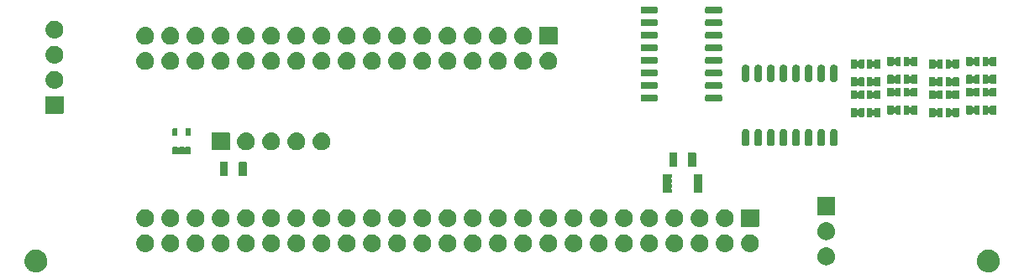
<source format=gbr>
G04 #@! TF.GenerationSoftware,KiCad,Pcbnew,(5.99.0-576-ga860ac506)*
G04 #@! TF.CreationDate,2020-08-23T19:59:58+02:00*
G04 #@! TF.ProjectId,50 pin to 34 pin Floppy Adapter,35302070-696e-4207-946f-203334207069,rev?*
G04 #@! TF.SameCoordinates,Original*
G04 #@! TF.FileFunction,Soldermask,Bot*
G04 #@! TF.FilePolarity,Negative*
%FSLAX46Y46*%
G04 Gerber Fmt 4.6, Leading zero omitted, Abs format (unit mm)*
G04 Created by KiCad (PCBNEW (5.99.0-576-ga860ac506)) date 2020-08-23 19:59:58*
%MOMM*%
%LPD*%
G04 APERTURE LIST*
G04 APERTURE END LIST*
G36*
X118042742Y-45347002D02*
G01*
X118066523Y-45346255D01*
X118144921Y-45357832D01*
X118226500Y-45366478D01*
X118249247Y-45373237D01*
X118269783Y-45376270D01*
X118347754Y-45402510D01*
X118429275Y-45426735D01*
X118447713Y-45436150D01*
X118464517Y-45441805D01*
X118539255Y-45482894D01*
X118617674Y-45522936D01*
X118631693Y-45533713D01*
X118644561Y-45540787D01*
X118713190Y-45596361D01*
X118785387Y-45651860D01*
X118795176Y-45662751D01*
X118804238Y-45670089D01*
X118863939Y-45739254D01*
X118926797Y-45809187D01*
X118932859Y-45819099D01*
X118938493Y-45825626D01*
X118986568Y-45906916D01*
X119037168Y-45989650D01*
X119040236Y-45997663D01*
X119043084Y-46002479D01*
X119077154Y-46094089D01*
X119112804Y-46187205D01*
X119113808Y-46192650D01*
X119114700Y-46195048D01*
X119132616Y-46294622D01*
X119151173Y-46395235D01*
X119143823Y-46666866D01*
X119120018Y-46765638D01*
X119097214Y-46862864D01*
X119095798Y-46866137D01*
X119094260Y-46872517D01*
X119053954Y-46962834D01*
X119015613Y-47051436D01*
X119011958Y-47056937D01*
X119008051Y-47065692D01*
X118953631Y-47144726D01*
X118901911Y-47222570D01*
X118895240Y-47229526D01*
X118888082Y-47239922D01*
X118822260Y-47305629D01*
X118759704Y-47370862D01*
X118749451Y-47378311D01*
X118738371Y-47389372D01*
X118664116Y-47440311D01*
X118593480Y-47491631D01*
X118579343Y-47498465D01*
X118563932Y-47509037D01*
X118484362Y-47544381D01*
X118408493Y-47581057D01*
X118390450Y-47586095D01*
X118370606Y-47594909D01*
X118288862Y-47614458D01*
X118210602Y-47636309D01*
X118188931Y-47638357D01*
X118164869Y-47644112D01*
X118083921Y-47648284D01*
X118006054Y-47655644D01*
X117981349Y-47653569D01*
X117953610Y-47654999D01*
X117876221Y-47644742D01*
X117801308Y-47638451D01*
X117774436Y-47631251D01*
X117743905Y-47627204D01*
X117672551Y-47603951D01*
X117602843Y-47585273D01*
X117574930Y-47572138D01*
X117542777Y-47561660D01*
X117479502Y-47527233D01*
X117416937Y-47497792D01*
X117389322Y-47478167D01*
X117356961Y-47460560D01*
X117303361Y-47417078D01*
X117249459Y-47378772D01*
X117223637Y-47352404D01*
X117192681Y-47327291D01*
X117149857Y-47277062D01*
X117105705Y-47231975D01*
X117083260Y-47198948D01*
X117055438Y-47166315D01*
X117023987Y-47111730D01*
X116990216Y-47062038D01*
X116972746Y-47022800D01*
X116949828Y-46983025D01*
X116929854Y-46926464D01*
X116906647Y-46874340D01*
X116895680Y-46829690D01*
X116879389Y-46783558D01*
X116870526Y-46727283D01*
X116857636Y-46674804D01*
X116854560Y-46625903D01*
X116846479Y-46574595D01*
X116847939Y-46520657D01*
X116844736Y-46469752D01*
X116850714Y-46418085D01*
X116852201Y-46363133D01*
X116862837Y-46313308D01*
X116868352Y-46265644D01*
X116884258Y-46212960D01*
X116896363Y-46156255D01*
X116914741Y-46111995D01*
X116927736Y-46068955D01*
X116954092Y-46017229D01*
X116977486Y-45960890D01*
X117001979Y-45923246D01*
X117021016Y-45885884D01*
X117057938Y-45837240D01*
X117092853Y-45783579D01*
X117121712Y-45753221D01*
X117145237Y-45722228D01*
X117192415Y-45678846D01*
X117238601Y-45630261D01*
X117270068Y-45607441D01*
X117296482Y-45583152D01*
X117353149Y-45547190D01*
X117409848Y-45506071D01*
X117442207Y-45490671D01*
X117469956Y-45473061D01*
X117534906Y-45446555D01*
X117600859Y-45415168D01*
X117632560Y-45406703D01*
X117660192Y-45395427D01*
X117731773Y-45380212D01*
X117805238Y-45360596D01*
X117834933Y-45358285D01*
X117861162Y-45352710D01*
X117937337Y-45350316D01*
X118016139Y-45344183D01*
X118042742Y-45347002D01*
G37*
G36*
X22042742Y-45347002D02*
G01*
X22066523Y-45346255D01*
X22144921Y-45357832D01*
X22226500Y-45366478D01*
X22249247Y-45373237D01*
X22269783Y-45376270D01*
X22347754Y-45402510D01*
X22429275Y-45426735D01*
X22447713Y-45436150D01*
X22464517Y-45441805D01*
X22539255Y-45482894D01*
X22617674Y-45522936D01*
X22631693Y-45533713D01*
X22644561Y-45540787D01*
X22713190Y-45596361D01*
X22785387Y-45651860D01*
X22795176Y-45662751D01*
X22804238Y-45670089D01*
X22863939Y-45739254D01*
X22926797Y-45809187D01*
X22932859Y-45819099D01*
X22938493Y-45825626D01*
X22986568Y-45906916D01*
X23037168Y-45989650D01*
X23040236Y-45997663D01*
X23043084Y-46002479D01*
X23077154Y-46094089D01*
X23112804Y-46187205D01*
X23113808Y-46192650D01*
X23114700Y-46195048D01*
X23132616Y-46294622D01*
X23151173Y-46395235D01*
X23143823Y-46666866D01*
X23120018Y-46765638D01*
X23097214Y-46862864D01*
X23095798Y-46866137D01*
X23094260Y-46872517D01*
X23053954Y-46962834D01*
X23015613Y-47051436D01*
X23011958Y-47056937D01*
X23008051Y-47065692D01*
X22953631Y-47144726D01*
X22901911Y-47222570D01*
X22895240Y-47229526D01*
X22888082Y-47239922D01*
X22822260Y-47305629D01*
X22759704Y-47370862D01*
X22749451Y-47378311D01*
X22738371Y-47389372D01*
X22664116Y-47440311D01*
X22593480Y-47491631D01*
X22579343Y-47498465D01*
X22563932Y-47509037D01*
X22484362Y-47544381D01*
X22408493Y-47581057D01*
X22390450Y-47586095D01*
X22370606Y-47594909D01*
X22288862Y-47614458D01*
X22210602Y-47636309D01*
X22188931Y-47638357D01*
X22164869Y-47644112D01*
X22083921Y-47648284D01*
X22006054Y-47655644D01*
X21981349Y-47653569D01*
X21953610Y-47654999D01*
X21876221Y-47644742D01*
X21801308Y-47638451D01*
X21774436Y-47631251D01*
X21743905Y-47627204D01*
X21672551Y-47603951D01*
X21602843Y-47585273D01*
X21574930Y-47572138D01*
X21542777Y-47561660D01*
X21479502Y-47527233D01*
X21416937Y-47497792D01*
X21389322Y-47478167D01*
X21356961Y-47460560D01*
X21303361Y-47417078D01*
X21249459Y-47378772D01*
X21223637Y-47352404D01*
X21192681Y-47327291D01*
X21149857Y-47277062D01*
X21105705Y-47231975D01*
X21083260Y-47198948D01*
X21055438Y-47166315D01*
X21023987Y-47111730D01*
X20990216Y-47062038D01*
X20972746Y-47022800D01*
X20949828Y-46983025D01*
X20929854Y-46926464D01*
X20906647Y-46874340D01*
X20895680Y-46829690D01*
X20879389Y-46783558D01*
X20870526Y-46727283D01*
X20857636Y-46674804D01*
X20854560Y-46625903D01*
X20846479Y-46574595D01*
X20847939Y-46520657D01*
X20844736Y-46469752D01*
X20850714Y-46418085D01*
X20852201Y-46363133D01*
X20862837Y-46313308D01*
X20868352Y-46265644D01*
X20884258Y-46212960D01*
X20896363Y-46156255D01*
X20914741Y-46111995D01*
X20927736Y-46068955D01*
X20954092Y-46017229D01*
X20977486Y-45960890D01*
X21001979Y-45923246D01*
X21021016Y-45885884D01*
X21057938Y-45837240D01*
X21092853Y-45783579D01*
X21121712Y-45753221D01*
X21145237Y-45722228D01*
X21192415Y-45678846D01*
X21238601Y-45630261D01*
X21270068Y-45607441D01*
X21296482Y-45583152D01*
X21353149Y-45547190D01*
X21409848Y-45506071D01*
X21442207Y-45490671D01*
X21469956Y-45473061D01*
X21534906Y-45446555D01*
X21600859Y-45415168D01*
X21632560Y-45406703D01*
X21660192Y-45395427D01*
X21731773Y-45380212D01*
X21805238Y-45360596D01*
X21834933Y-45358285D01*
X21861162Y-45352710D01*
X21937337Y-45350316D01*
X22016139Y-45344183D01*
X22042742Y-45347002D01*
G37*
G36*
X101713402Y-45136783D02*
G01*
X101758137Y-45137095D01*
X101801960Y-45146090D01*
X101851860Y-45151335D01*
X101893632Y-45164908D01*
X101931223Y-45172624D01*
X101978351Y-45192435D01*
X102031988Y-45209863D01*
X102064599Y-45228691D01*
X102094114Y-45241098D01*
X102141801Y-45273263D01*
X102196011Y-45304561D01*
X102219326Y-45325554D01*
X102240601Y-45339904D01*
X102285683Y-45385302D01*
X102336761Y-45431293D01*
X102351503Y-45451583D01*
X102365108Y-45465284D01*
X102404143Y-45524037D01*
X102448086Y-45584519D01*
X102455721Y-45601668D01*
X102462888Y-45612455D01*
X102492365Y-45683972D01*
X102525121Y-45757542D01*
X102527711Y-45769725D01*
X102530224Y-45775823D01*
X102546792Y-45859497D01*
X102564499Y-45942801D01*
X102564499Y-46132199D01*
X102561615Y-46145769D01*
X102561530Y-46151831D01*
X102542842Y-46234085D01*
X102525121Y-46317458D01*
X102522629Y-46323055D01*
X102522578Y-46323280D01*
X102450710Y-46484697D01*
X102450578Y-46484885D01*
X102448086Y-46490481D01*
X102397980Y-46559446D01*
X102348857Y-46629082D01*
X102344085Y-46633626D01*
X102336761Y-46643707D01*
X102276896Y-46697610D01*
X102220896Y-46750938D01*
X102209964Y-46757876D01*
X102196011Y-46770439D01*
X102131264Y-46807821D01*
X102071711Y-46845614D01*
X102053709Y-46852597D01*
X102031988Y-46865137D01*
X101966615Y-46886378D01*
X101906968Y-46909514D01*
X101881700Y-46913969D01*
X101851860Y-46923665D01*
X101789595Y-46930209D01*
X101732960Y-46940195D01*
X101700959Y-46939525D01*
X101663500Y-46943462D01*
X101607402Y-46937566D01*
X101556299Y-46936496D01*
X101518823Y-46928256D01*
X101475140Y-46923665D01*
X101427417Y-46908159D01*
X101383725Y-46898552D01*
X101342730Y-46880642D01*
X101295012Y-46865137D01*
X101256973Y-46843175D01*
X101221810Y-46827813D01*
X101179837Y-46798641D01*
X101130989Y-46770439D01*
X101103004Y-46745241D01*
X101076715Y-46726970D01*
X101036757Y-46685592D01*
X100990239Y-46643707D01*
X100971796Y-46618323D01*
X100953973Y-46599866D01*
X100919321Y-46546097D01*
X100878914Y-46490481D01*
X100868712Y-46467566D01*
X100858254Y-46451339D01*
X100832289Y-46385761D01*
X100801879Y-46317458D01*
X100797976Y-46299096D01*
X100793207Y-46287051D01*
X100779240Y-46210948D01*
X100762501Y-46132199D01*
X100762501Y-46119746D01*
X100761311Y-46113262D01*
X100762501Y-46028035D01*
X100762501Y-45942801D01*
X100763775Y-45936808D01*
X100763778Y-45936577D01*
X100800515Y-45763746D01*
X100800605Y-45763536D01*
X100801879Y-45757542D01*
X100836542Y-45679688D01*
X100870122Y-45601339D01*
X100873848Y-45595897D01*
X100878914Y-45584519D01*
X100926246Y-45519372D01*
X100969952Y-45455541D01*
X100979206Y-45446479D01*
X100990239Y-45431293D01*
X101045797Y-45381269D01*
X101096193Y-45331917D01*
X101112348Y-45321346D01*
X101130989Y-45304561D01*
X101190526Y-45270187D01*
X101244051Y-45235162D01*
X101267840Y-45225550D01*
X101295012Y-45209863D01*
X101354545Y-45190519D01*
X101407876Y-45168972D01*
X101439320Y-45162974D01*
X101475140Y-45151335D01*
X101531244Y-45145438D01*
X101581445Y-45135862D01*
X101619812Y-45136130D01*
X101663500Y-45131538D01*
X101713402Y-45136783D01*
G37*
G36*
X40689902Y-43803283D02*
G01*
X40734637Y-43803595D01*
X40778460Y-43812590D01*
X40828360Y-43817835D01*
X40870132Y-43831408D01*
X40907723Y-43839124D01*
X40954851Y-43858935D01*
X41008488Y-43876363D01*
X41041099Y-43895191D01*
X41070614Y-43907598D01*
X41118301Y-43939763D01*
X41172511Y-43971061D01*
X41195826Y-43992054D01*
X41217101Y-44006404D01*
X41262183Y-44051802D01*
X41313261Y-44097793D01*
X41328003Y-44118083D01*
X41341608Y-44131784D01*
X41380643Y-44190537D01*
X41424586Y-44251019D01*
X41432221Y-44268168D01*
X41439388Y-44278955D01*
X41468865Y-44350472D01*
X41501621Y-44424042D01*
X41504211Y-44436225D01*
X41506724Y-44442323D01*
X41523292Y-44525997D01*
X41540999Y-44609301D01*
X41540999Y-44798699D01*
X41538115Y-44812269D01*
X41538030Y-44818331D01*
X41519342Y-44900585D01*
X41501621Y-44983958D01*
X41499129Y-44989555D01*
X41499078Y-44989780D01*
X41427210Y-45151197D01*
X41427078Y-45151385D01*
X41424586Y-45156981D01*
X41374480Y-45225946D01*
X41325357Y-45295582D01*
X41320585Y-45300126D01*
X41313261Y-45310207D01*
X41253396Y-45364110D01*
X41197396Y-45417438D01*
X41186464Y-45424376D01*
X41172511Y-45436939D01*
X41107764Y-45474321D01*
X41048211Y-45512114D01*
X41030209Y-45519097D01*
X41008488Y-45531637D01*
X40943115Y-45552878D01*
X40883468Y-45576014D01*
X40858200Y-45580469D01*
X40828360Y-45590165D01*
X40766095Y-45596709D01*
X40709460Y-45606695D01*
X40677459Y-45606025D01*
X40640000Y-45609962D01*
X40583902Y-45604066D01*
X40532799Y-45602996D01*
X40495323Y-45594756D01*
X40451640Y-45590165D01*
X40403917Y-45574659D01*
X40360225Y-45565052D01*
X40319230Y-45547142D01*
X40271512Y-45531637D01*
X40233473Y-45509675D01*
X40198310Y-45494313D01*
X40156337Y-45465141D01*
X40107489Y-45436939D01*
X40079504Y-45411741D01*
X40053215Y-45393470D01*
X40013257Y-45352092D01*
X39966739Y-45310207D01*
X39948296Y-45284823D01*
X39930473Y-45266366D01*
X39895821Y-45212597D01*
X39855414Y-45156981D01*
X39845212Y-45134066D01*
X39834754Y-45117839D01*
X39808789Y-45052261D01*
X39778379Y-44983958D01*
X39774476Y-44965596D01*
X39769707Y-44953551D01*
X39755740Y-44877448D01*
X39739001Y-44798699D01*
X39739001Y-44786246D01*
X39737811Y-44779762D01*
X39739001Y-44694535D01*
X39739001Y-44609301D01*
X39740275Y-44603308D01*
X39740278Y-44603077D01*
X39777015Y-44430246D01*
X39777105Y-44430036D01*
X39778379Y-44424042D01*
X39813042Y-44346188D01*
X39846622Y-44267839D01*
X39850348Y-44262397D01*
X39855414Y-44251019D01*
X39902746Y-44185872D01*
X39946452Y-44122041D01*
X39955706Y-44112979D01*
X39966739Y-44097793D01*
X40022297Y-44047769D01*
X40072693Y-43998417D01*
X40088848Y-43987846D01*
X40107489Y-43971061D01*
X40167026Y-43936687D01*
X40220551Y-43901662D01*
X40244340Y-43892050D01*
X40271512Y-43876363D01*
X40331045Y-43857019D01*
X40384376Y-43835472D01*
X40415820Y-43829474D01*
X40451640Y-43817835D01*
X40507744Y-43811938D01*
X40557945Y-43802362D01*
X40596312Y-43802630D01*
X40640000Y-43798038D01*
X40689902Y-43803283D01*
G37*
G36*
X86409902Y-43803283D02*
G01*
X86454637Y-43803595D01*
X86498460Y-43812590D01*
X86548360Y-43817835D01*
X86590132Y-43831408D01*
X86627723Y-43839124D01*
X86674851Y-43858935D01*
X86728488Y-43876363D01*
X86761099Y-43895191D01*
X86790614Y-43907598D01*
X86838301Y-43939763D01*
X86892511Y-43971061D01*
X86915826Y-43992054D01*
X86937101Y-44006404D01*
X86982183Y-44051802D01*
X87033261Y-44097793D01*
X87048003Y-44118083D01*
X87061608Y-44131784D01*
X87100643Y-44190537D01*
X87144586Y-44251019D01*
X87152221Y-44268168D01*
X87159388Y-44278955D01*
X87188865Y-44350472D01*
X87221621Y-44424042D01*
X87224211Y-44436225D01*
X87226724Y-44442323D01*
X87243292Y-44525997D01*
X87260999Y-44609301D01*
X87260999Y-44798699D01*
X87258115Y-44812269D01*
X87258030Y-44818331D01*
X87239342Y-44900585D01*
X87221621Y-44983958D01*
X87219129Y-44989555D01*
X87219078Y-44989780D01*
X87147210Y-45151197D01*
X87147078Y-45151385D01*
X87144586Y-45156981D01*
X87094480Y-45225946D01*
X87045357Y-45295582D01*
X87040585Y-45300126D01*
X87033261Y-45310207D01*
X86973396Y-45364110D01*
X86917396Y-45417438D01*
X86906464Y-45424376D01*
X86892511Y-45436939D01*
X86827764Y-45474321D01*
X86768211Y-45512114D01*
X86750209Y-45519097D01*
X86728488Y-45531637D01*
X86663115Y-45552878D01*
X86603468Y-45576014D01*
X86578200Y-45580469D01*
X86548360Y-45590165D01*
X86486095Y-45596709D01*
X86429460Y-45606695D01*
X86397459Y-45606025D01*
X86360000Y-45609962D01*
X86303902Y-45604066D01*
X86252799Y-45602996D01*
X86215323Y-45594756D01*
X86171640Y-45590165D01*
X86123917Y-45574659D01*
X86080225Y-45565052D01*
X86039230Y-45547142D01*
X85991512Y-45531637D01*
X85953473Y-45509675D01*
X85918310Y-45494313D01*
X85876337Y-45465141D01*
X85827489Y-45436939D01*
X85799504Y-45411741D01*
X85773215Y-45393470D01*
X85733257Y-45352092D01*
X85686739Y-45310207D01*
X85668296Y-45284823D01*
X85650473Y-45266366D01*
X85615821Y-45212597D01*
X85575414Y-45156981D01*
X85565212Y-45134066D01*
X85554754Y-45117839D01*
X85528789Y-45052261D01*
X85498379Y-44983958D01*
X85494476Y-44965596D01*
X85489707Y-44953551D01*
X85475740Y-44877448D01*
X85459001Y-44798699D01*
X85459001Y-44786246D01*
X85457811Y-44779762D01*
X85459001Y-44694535D01*
X85459001Y-44609301D01*
X85460275Y-44603308D01*
X85460278Y-44603077D01*
X85497015Y-44430246D01*
X85497105Y-44430036D01*
X85498379Y-44424042D01*
X85533042Y-44346188D01*
X85566622Y-44267839D01*
X85570348Y-44262397D01*
X85575414Y-44251019D01*
X85622746Y-44185872D01*
X85666452Y-44122041D01*
X85675706Y-44112979D01*
X85686739Y-44097793D01*
X85742297Y-44047769D01*
X85792693Y-43998417D01*
X85808848Y-43987846D01*
X85827489Y-43971061D01*
X85887026Y-43936687D01*
X85940551Y-43901662D01*
X85964340Y-43892050D01*
X85991512Y-43876363D01*
X86051045Y-43857019D01*
X86104376Y-43835472D01*
X86135820Y-43829474D01*
X86171640Y-43817835D01*
X86227744Y-43811938D01*
X86277945Y-43802362D01*
X86316312Y-43802630D01*
X86360000Y-43798038D01*
X86409902Y-43803283D01*
G37*
G36*
X94029902Y-43803283D02*
G01*
X94074637Y-43803595D01*
X94118460Y-43812590D01*
X94168360Y-43817835D01*
X94210132Y-43831408D01*
X94247723Y-43839124D01*
X94294851Y-43858935D01*
X94348488Y-43876363D01*
X94381099Y-43895191D01*
X94410614Y-43907598D01*
X94458301Y-43939763D01*
X94512511Y-43971061D01*
X94535826Y-43992054D01*
X94557101Y-44006404D01*
X94602183Y-44051802D01*
X94653261Y-44097793D01*
X94668003Y-44118083D01*
X94681608Y-44131784D01*
X94720643Y-44190537D01*
X94764586Y-44251019D01*
X94772221Y-44268168D01*
X94779388Y-44278955D01*
X94808865Y-44350472D01*
X94841621Y-44424042D01*
X94844211Y-44436225D01*
X94846724Y-44442323D01*
X94863292Y-44525997D01*
X94880999Y-44609301D01*
X94880999Y-44798699D01*
X94878115Y-44812269D01*
X94878030Y-44818331D01*
X94859342Y-44900585D01*
X94841621Y-44983958D01*
X94839129Y-44989555D01*
X94839078Y-44989780D01*
X94767210Y-45151197D01*
X94767078Y-45151385D01*
X94764586Y-45156981D01*
X94714480Y-45225946D01*
X94665357Y-45295582D01*
X94660585Y-45300126D01*
X94653261Y-45310207D01*
X94593396Y-45364110D01*
X94537396Y-45417438D01*
X94526464Y-45424376D01*
X94512511Y-45436939D01*
X94447764Y-45474321D01*
X94388211Y-45512114D01*
X94370209Y-45519097D01*
X94348488Y-45531637D01*
X94283115Y-45552878D01*
X94223468Y-45576014D01*
X94198200Y-45580469D01*
X94168360Y-45590165D01*
X94106095Y-45596709D01*
X94049460Y-45606695D01*
X94017459Y-45606025D01*
X93980000Y-45609962D01*
X93923902Y-45604066D01*
X93872799Y-45602996D01*
X93835323Y-45594756D01*
X93791640Y-45590165D01*
X93743917Y-45574659D01*
X93700225Y-45565052D01*
X93659230Y-45547142D01*
X93611512Y-45531637D01*
X93573473Y-45509675D01*
X93538310Y-45494313D01*
X93496337Y-45465141D01*
X93447489Y-45436939D01*
X93419504Y-45411741D01*
X93393215Y-45393470D01*
X93353257Y-45352092D01*
X93306739Y-45310207D01*
X93288296Y-45284823D01*
X93270473Y-45266366D01*
X93235821Y-45212597D01*
X93195414Y-45156981D01*
X93185212Y-45134066D01*
X93174754Y-45117839D01*
X93148789Y-45052261D01*
X93118379Y-44983958D01*
X93114476Y-44965596D01*
X93109707Y-44953551D01*
X93095740Y-44877448D01*
X93079001Y-44798699D01*
X93079001Y-44786246D01*
X93077811Y-44779762D01*
X93079001Y-44694535D01*
X93079001Y-44609301D01*
X93080275Y-44603308D01*
X93080278Y-44603077D01*
X93117015Y-44430246D01*
X93117105Y-44430036D01*
X93118379Y-44424042D01*
X93153042Y-44346188D01*
X93186622Y-44267839D01*
X93190348Y-44262397D01*
X93195414Y-44251019D01*
X93242746Y-44185872D01*
X93286452Y-44122041D01*
X93295706Y-44112979D01*
X93306739Y-44097793D01*
X93362297Y-44047769D01*
X93412693Y-43998417D01*
X93428848Y-43987846D01*
X93447489Y-43971061D01*
X93507026Y-43936687D01*
X93560551Y-43901662D01*
X93584340Y-43892050D01*
X93611512Y-43876363D01*
X93671045Y-43857019D01*
X93724376Y-43835472D01*
X93755820Y-43829474D01*
X93791640Y-43817835D01*
X93847744Y-43811938D01*
X93897945Y-43802362D01*
X93936312Y-43802630D01*
X93980000Y-43798038D01*
X94029902Y-43803283D01*
G37*
G36*
X43229902Y-43803283D02*
G01*
X43274637Y-43803595D01*
X43318460Y-43812590D01*
X43368360Y-43817835D01*
X43410132Y-43831408D01*
X43447723Y-43839124D01*
X43494851Y-43858935D01*
X43548488Y-43876363D01*
X43581099Y-43895191D01*
X43610614Y-43907598D01*
X43658301Y-43939763D01*
X43712511Y-43971061D01*
X43735826Y-43992054D01*
X43757101Y-44006404D01*
X43802183Y-44051802D01*
X43853261Y-44097793D01*
X43868003Y-44118083D01*
X43881608Y-44131784D01*
X43920643Y-44190537D01*
X43964586Y-44251019D01*
X43972221Y-44268168D01*
X43979388Y-44278955D01*
X44008865Y-44350472D01*
X44041621Y-44424042D01*
X44044211Y-44436225D01*
X44046724Y-44442323D01*
X44063292Y-44525997D01*
X44080999Y-44609301D01*
X44080999Y-44798699D01*
X44078115Y-44812269D01*
X44078030Y-44818331D01*
X44059342Y-44900585D01*
X44041621Y-44983958D01*
X44039129Y-44989555D01*
X44039078Y-44989780D01*
X43967210Y-45151197D01*
X43967078Y-45151385D01*
X43964586Y-45156981D01*
X43914480Y-45225946D01*
X43865357Y-45295582D01*
X43860585Y-45300126D01*
X43853261Y-45310207D01*
X43793396Y-45364110D01*
X43737396Y-45417438D01*
X43726464Y-45424376D01*
X43712511Y-45436939D01*
X43647764Y-45474321D01*
X43588211Y-45512114D01*
X43570209Y-45519097D01*
X43548488Y-45531637D01*
X43483115Y-45552878D01*
X43423468Y-45576014D01*
X43398200Y-45580469D01*
X43368360Y-45590165D01*
X43306095Y-45596709D01*
X43249460Y-45606695D01*
X43217459Y-45606025D01*
X43180000Y-45609962D01*
X43123902Y-45604066D01*
X43072799Y-45602996D01*
X43035323Y-45594756D01*
X42991640Y-45590165D01*
X42943917Y-45574659D01*
X42900225Y-45565052D01*
X42859230Y-45547142D01*
X42811512Y-45531637D01*
X42773473Y-45509675D01*
X42738310Y-45494313D01*
X42696337Y-45465141D01*
X42647489Y-45436939D01*
X42619504Y-45411741D01*
X42593215Y-45393470D01*
X42553257Y-45352092D01*
X42506739Y-45310207D01*
X42488296Y-45284823D01*
X42470473Y-45266366D01*
X42435821Y-45212597D01*
X42395414Y-45156981D01*
X42385212Y-45134066D01*
X42374754Y-45117839D01*
X42348789Y-45052261D01*
X42318379Y-44983958D01*
X42314476Y-44965596D01*
X42309707Y-44953551D01*
X42295740Y-44877448D01*
X42279001Y-44798699D01*
X42279001Y-44786246D01*
X42277811Y-44779762D01*
X42279001Y-44694535D01*
X42279001Y-44609301D01*
X42280275Y-44603308D01*
X42280278Y-44603077D01*
X42317015Y-44430246D01*
X42317105Y-44430036D01*
X42318379Y-44424042D01*
X42353042Y-44346188D01*
X42386622Y-44267839D01*
X42390348Y-44262397D01*
X42395414Y-44251019D01*
X42442746Y-44185872D01*
X42486452Y-44122041D01*
X42495706Y-44112979D01*
X42506739Y-44097793D01*
X42562297Y-44047769D01*
X42612693Y-43998417D01*
X42628848Y-43987846D01*
X42647489Y-43971061D01*
X42707026Y-43936687D01*
X42760551Y-43901662D01*
X42784340Y-43892050D01*
X42811512Y-43876363D01*
X42871045Y-43857019D01*
X42924376Y-43835472D01*
X42955820Y-43829474D01*
X42991640Y-43817835D01*
X43047744Y-43811938D01*
X43097945Y-43802362D01*
X43136312Y-43802630D01*
X43180000Y-43798038D01*
X43229902Y-43803283D01*
G37*
G36*
X66089902Y-43803283D02*
G01*
X66134637Y-43803595D01*
X66178460Y-43812590D01*
X66228360Y-43817835D01*
X66270132Y-43831408D01*
X66307723Y-43839124D01*
X66354851Y-43858935D01*
X66408488Y-43876363D01*
X66441099Y-43895191D01*
X66470614Y-43907598D01*
X66518301Y-43939763D01*
X66572511Y-43971061D01*
X66595826Y-43992054D01*
X66617101Y-44006404D01*
X66662183Y-44051802D01*
X66713261Y-44097793D01*
X66728003Y-44118083D01*
X66741608Y-44131784D01*
X66780643Y-44190537D01*
X66824586Y-44251019D01*
X66832221Y-44268168D01*
X66839388Y-44278955D01*
X66868865Y-44350472D01*
X66901621Y-44424042D01*
X66904211Y-44436225D01*
X66906724Y-44442323D01*
X66923292Y-44525997D01*
X66940999Y-44609301D01*
X66940999Y-44798699D01*
X66938115Y-44812269D01*
X66938030Y-44818331D01*
X66919342Y-44900585D01*
X66901621Y-44983958D01*
X66899129Y-44989555D01*
X66899078Y-44989780D01*
X66827210Y-45151197D01*
X66827078Y-45151385D01*
X66824586Y-45156981D01*
X66774480Y-45225946D01*
X66725357Y-45295582D01*
X66720585Y-45300126D01*
X66713261Y-45310207D01*
X66653396Y-45364110D01*
X66597396Y-45417438D01*
X66586464Y-45424376D01*
X66572511Y-45436939D01*
X66507764Y-45474321D01*
X66448211Y-45512114D01*
X66430209Y-45519097D01*
X66408488Y-45531637D01*
X66343115Y-45552878D01*
X66283468Y-45576014D01*
X66258200Y-45580469D01*
X66228360Y-45590165D01*
X66166095Y-45596709D01*
X66109460Y-45606695D01*
X66077459Y-45606025D01*
X66040000Y-45609962D01*
X65983902Y-45604066D01*
X65932799Y-45602996D01*
X65895323Y-45594756D01*
X65851640Y-45590165D01*
X65803917Y-45574659D01*
X65760225Y-45565052D01*
X65719230Y-45547142D01*
X65671512Y-45531637D01*
X65633473Y-45509675D01*
X65598310Y-45494313D01*
X65556337Y-45465141D01*
X65507489Y-45436939D01*
X65479504Y-45411741D01*
X65453215Y-45393470D01*
X65413257Y-45352092D01*
X65366739Y-45310207D01*
X65348296Y-45284823D01*
X65330473Y-45266366D01*
X65295821Y-45212597D01*
X65255414Y-45156981D01*
X65245212Y-45134066D01*
X65234754Y-45117839D01*
X65208789Y-45052261D01*
X65178379Y-44983958D01*
X65174476Y-44965596D01*
X65169707Y-44953551D01*
X65155740Y-44877448D01*
X65139001Y-44798699D01*
X65139001Y-44786246D01*
X65137811Y-44779762D01*
X65139001Y-44694535D01*
X65139001Y-44609301D01*
X65140275Y-44603308D01*
X65140278Y-44603077D01*
X65177015Y-44430246D01*
X65177105Y-44430036D01*
X65178379Y-44424042D01*
X65213042Y-44346188D01*
X65246622Y-44267839D01*
X65250348Y-44262397D01*
X65255414Y-44251019D01*
X65302746Y-44185872D01*
X65346452Y-44122041D01*
X65355706Y-44112979D01*
X65366739Y-44097793D01*
X65422297Y-44047769D01*
X65472693Y-43998417D01*
X65488848Y-43987846D01*
X65507489Y-43971061D01*
X65567026Y-43936687D01*
X65620551Y-43901662D01*
X65644340Y-43892050D01*
X65671512Y-43876363D01*
X65731045Y-43857019D01*
X65784376Y-43835472D01*
X65815820Y-43829474D01*
X65851640Y-43817835D01*
X65907744Y-43811938D01*
X65957945Y-43802362D01*
X65996312Y-43802630D01*
X66040000Y-43798038D01*
X66089902Y-43803283D01*
G37*
G36*
X45769902Y-43803283D02*
G01*
X45814637Y-43803595D01*
X45858460Y-43812590D01*
X45908360Y-43817835D01*
X45950132Y-43831408D01*
X45987723Y-43839124D01*
X46034851Y-43858935D01*
X46088488Y-43876363D01*
X46121099Y-43895191D01*
X46150614Y-43907598D01*
X46198301Y-43939763D01*
X46252511Y-43971061D01*
X46275826Y-43992054D01*
X46297101Y-44006404D01*
X46342183Y-44051802D01*
X46393261Y-44097793D01*
X46408003Y-44118083D01*
X46421608Y-44131784D01*
X46460643Y-44190537D01*
X46504586Y-44251019D01*
X46512221Y-44268168D01*
X46519388Y-44278955D01*
X46548865Y-44350472D01*
X46581621Y-44424042D01*
X46584211Y-44436225D01*
X46586724Y-44442323D01*
X46603292Y-44525997D01*
X46620999Y-44609301D01*
X46620999Y-44798699D01*
X46618115Y-44812269D01*
X46618030Y-44818331D01*
X46599342Y-44900585D01*
X46581621Y-44983958D01*
X46579129Y-44989555D01*
X46579078Y-44989780D01*
X46507210Y-45151197D01*
X46507078Y-45151385D01*
X46504586Y-45156981D01*
X46454480Y-45225946D01*
X46405357Y-45295582D01*
X46400585Y-45300126D01*
X46393261Y-45310207D01*
X46333396Y-45364110D01*
X46277396Y-45417438D01*
X46266464Y-45424376D01*
X46252511Y-45436939D01*
X46187764Y-45474321D01*
X46128211Y-45512114D01*
X46110209Y-45519097D01*
X46088488Y-45531637D01*
X46023115Y-45552878D01*
X45963468Y-45576014D01*
X45938200Y-45580469D01*
X45908360Y-45590165D01*
X45846095Y-45596709D01*
X45789460Y-45606695D01*
X45757459Y-45606025D01*
X45720000Y-45609962D01*
X45663902Y-45604066D01*
X45612799Y-45602996D01*
X45575323Y-45594756D01*
X45531640Y-45590165D01*
X45483917Y-45574659D01*
X45440225Y-45565052D01*
X45399230Y-45547142D01*
X45351512Y-45531637D01*
X45313473Y-45509675D01*
X45278310Y-45494313D01*
X45236337Y-45465141D01*
X45187489Y-45436939D01*
X45159504Y-45411741D01*
X45133215Y-45393470D01*
X45093257Y-45352092D01*
X45046739Y-45310207D01*
X45028296Y-45284823D01*
X45010473Y-45266366D01*
X44975821Y-45212597D01*
X44935414Y-45156981D01*
X44925212Y-45134066D01*
X44914754Y-45117839D01*
X44888789Y-45052261D01*
X44858379Y-44983958D01*
X44854476Y-44965596D01*
X44849707Y-44953551D01*
X44835740Y-44877448D01*
X44819001Y-44798699D01*
X44819001Y-44786246D01*
X44817811Y-44779762D01*
X44819001Y-44694535D01*
X44819001Y-44609301D01*
X44820275Y-44603308D01*
X44820278Y-44603077D01*
X44857015Y-44430246D01*
X44857105Y-44430036D01*
X44858379Y-44424042D01*
X44893042Y-44346188D01*
X44926622Y-44267839D01*
X44930348Y-44262397D01*
X44935414Y-44251019D01*
X44982746Y-44185872D01*
X45026452Y-44122041D01*
X45035706Y-44112979D01*
X45046739Y-44097793D01*
X45102297Y-44047769D01*
X45152693Y-43998417D01*
X45168848Y-43987846D01*
X45187489Y-43971061D01*
X45247026Y-43936687D01*
X45300551Y-43901662D01*
X45324340Y-43892050D01*
X45351512Y-43876363D01*
X45411045Y-43857019D01*
X45464376Y-43835472D01*
X45495820Y-43829474D01*
X45531640Y-43817835D01*
X45587744Y-43811938D01*
X45637945Y-43802362D01*
X45676312Y-43802630D01*
X45720000Y-43798038D01*
X45769902Y-43803283D01*
G37*
G36*
X83869902Y-43803283D02*
G01*
X83914637Y-43803595D01*
X83958460Y-43812590D01*
X84008360Y-43817835D01*
X84050132Y-43831408D01*
X84087723Y-43839124D01*
X84134851Y-43858935D01*
X84188488Y-43876363D01*
X84221099Y-43895191D01*
X84250614Y-43907598D01*
X84298301Y-43939763D01*
X84352511Y-43971061D01*
X84375826Y-43992054D01*
X84397101Y-44006404D01*
X84442183Y-44051802D01*
X84493261Y-44097793D01*
X84508003Y-44118083D01*
X84521608Y-44131784D01*
X84560643Y-44190537D01*
X84604586Y-44251019D01*
X84612221Y-44268168D01*
X84619388Y-44278955D01*
X84648865Y-44350472D01*
X84681621Y-44424042D01*
X84684211Y-44436225D01*
X84686724Y-44442323D01*
X84703292Y-44525997D01*
X84720999Y-44609301D01*
X84720999Y-44798699D01*
X84718115Y-44812269D01*
X84718030Y-44818331D01*
X84699342Y-44900585D01*
X84681621Y-44983958D01*
X84679129Y-44989555D01*
X84679078Y-44989780D01*
X84607210Y-45151197D01*
X84607078Y-45151385D01*
X84604586Y-45156981D01*
X84554480Y-45225946D01*
X84505357Y-45295582D01*
X84500585Y-45300126D01*
X84493261Y-45310207D01*
X84433396Y-45364110D01*
X84377396Y-45417438D01*
X84366464Y-45424376D01*
X84352511Y-45436939D01*
X84287764Y-45474321D01*
X84228211Y-45512114D01*
X84210209Y-45519097D01*
X84188488Y-45531637D01*
X84123115Y-45552878D01*
X84063468Y-45576014D01*
X84038200Y-45580469D01*
X84008360Y-45590165D01*
X83946095Y-45596709D01*
X83889460Y-45606695D01*
X83857459Y-45606025D01*
X83820000Y-45609962D01*
X83763902Y-45604066D01*
X83712799Y-45602996D01*
X83675323Y-45594756D01*
X83631640Y-45590165D01*
X83583917Y-45574659D01*
X83540225Y-45565052D01*
X83499230Y-45547142D01*
X83451512Y-45531637D01*
X83413473Y-45509675D01*
X83378310Y-45494313D01*
X83336337Y-45465141D01*
X83287489Y-45436939D01*
X83259504Y-45411741D01*
X83233215Y-45393470D01*
X83193257Y-45352092D01*
X83146739Y-45310207D01*
X83128296Y-45284823D01*
X83110473Y-45266366D01*
X83075821Y-45212597D01*
X83035414Y-45156981D01*
X83025212Y-45134066D01*
X83014754Y-45117839D01*
X82988789Y-45052261D01*
X82958379Y-44983958D01*
X82954476Y-44965596D01*
X82949707Y-44953551D01*
X82935740Y-44877448D01*
X82919001Y-44798699D01*
X82919001Y-44786246D01*
X82917811Y-44779762D01*
X82919001Y-44694535D01*
X82919001Y-44609301D01*
X82920275Y-44603308D01*
X82920278Y-44603077D01*
X82957015Y-44430246D01*
X82957105Y-44430036D01*
X82958379Y-44424042D01*
X82993042Y-44346188D01*
X83026622Y-44267839D01*
X83030348Y-44262397D01*
X83035414Y-44251019D01*
X83082746Y-44185872D01*
X83126452Y-44122041D01*
X83135706Y-44112979D01*
X83146739Y-44097793D01*
X83202297Y-44047769D01*
X83252693Y-43998417D01*
X83268848Y-43987846D01*
X83287489Y-43971061D01*
X83347026Y-43936687D01*
X83400551Y-43901662D01*
X83424340Y-43892050D01*
X83451512Y-43876363D01*
X83511045Y-43857019D01*
X83564376Y-43835472D01*
X83595820Y-43829474D01*
X83631640Y-43817835D01*
X83687744Y-43811938D01*
X83737945Y-43802362D01*
X83776312Y-43802630D01*
X83820000Y-43798038D01*
X83869902Y-43803283D01*
G37*
G36*
X63549902Y-43803283D02*
G01*
X63594637Y-43803595D01*
X63638460Y-43812590D01*
X63688360Y-43817835D01*
X63730132Y-43831408D01*
X63767723Y-43839124D01*
X63814851Y-43858935D01*
X63868488Y-43876363D01*
X63901099Y-43895191D01*
X63930614Y-43907598D01*
X63978301Y-43939763D01*
X64032511Y-43971061D01*
X64055826Y-43992054D01*
X64077101Y-44006404D01*
X64122183Y-44051802D01*
X64173261Y-44097793D01*
X64188003Y-44118083D01*
X64201608Y-44131784D01*
X64240643Y-44190537D01*
X64284586Y-44251019D01*
X64292221Y-44268168D01*
X64299388Y-44278955D01*
X64328865Y-44350472D01*
X64361621Y-44424042D01*
X64364211Y-44436225D01*
X64366724Y-44442323D01*
X64383292Y-44525997D01*
X64400999Y-44609301D01*
X64400999Y-44798699D01*
X64398115Y-44812269D01*
X64398030Y-44818331D01*
X64379342Y-44900585D01*
X64361621Y-44983958D01*
X64359129Y-44989555D01*
X64359078Y-44989780D01*
X64287210Y-45151197D01*
X64287078Y-45151385D01*
X64284586Y-45156981D01*
X64234480Y-45225946D01*
X64185357Y-45295582D01*
X64180585Y-45300126D01*
X64173261Y-45310207D01*
X64113396Y-45364110D01*
X64057396Y-45417438D01*
X64046464Y-45424376D01*
X64032511Y-45436939D01*
X63967764Y-45474321D01*
X63908211Y-45512114D01*
X63890209Y-45519097D01*
X63868488Y-45531637D01*
X63803115Y-45552878D01*
X63743468Y-45576014D01*
X63718200Y-45580469D01*
X63688360Y-45590165D01*
X63626095Y-45596709D01*
X63569460Y-45606695D01*
X63537459Y-45606025D01*
X63500000Y-45609962D01*
X63443902Y-45604066D01*
X63392799Y-45602996D01*
X63355323Y-45594756D01*
X63311640Y-45590165D01*
X63263917Y-45574659D01*
X63220225Y-45565052D01*
X63179230Y-45547142D01*
X63131512Y-45531637D01*
X63093473Y-45509675D01*
X63058310Y-45494313D01*
X63016337Y-45465141D01*
X62967489Y-45436939D01*
X62939504Y-45411741D01*
X62913215Y-45393470D01*
X62873257Y-45352092D01*
X62826739Y-45310207D01*
X62808296Y-45284823D01*
X62790473Y-45266366D01*
X62755821Y-45212597D01*
X62715414Y-45156981D01*
X62705212Y-45134066D01*
X62694754Y-45117839D01*
X62668789Y-45052261D01*
X62638379Y-44983958D01*
X62634476Y-44965596D01*
X62629707Y-44953551D01*
X62615740Y-44877448D01*
X62599001Y-44798699D01*
X62599001Y-44786246D01*
X62597811Y-44779762D01*
X62599001Y-44694535D01*
X62599001Y-44609301D01*
X62600275Y-44603308D01*
X62600278Y-44603077D01*
X62637015Y-44430246D01*
X62637105Y-44430036D01*
X62638379Y-44424042D01*
X62673042Y-44346188D01*
X62706622Y-44267839D01*
X62710348Y-44262397D01*
X62715414Y-44251019D01*
X62762746Y-44185872D01*
X62806452Y-44122041D01*
X62815706Y-44112979D01*
X62826739Y-44097793D01*
X62882297Y-44047769D01*
X62932693Y-43998417D01*
X62948848Y-43987846D01*
X62967489Y-43971061D01*
X63027026Y-43936687D01*
X63080551Y-43901662D01*
X63104340Y-43892050D01*
X63131512Y-43876363D01*
X63191045Y-43857019D01*
X63244376Y-43835472D01*
X63275820Y-43829474D01*
X63311640Y-43817835D01*
X63367744Y-43811938D01*
X63417945Y-43802362D01*
X63456312Y-43802630D01*
X63500000Y-43798038D01*
X63549902Y-43803283D01*
G37*
G36*
X48309902Y-43803283D02*
G01*
X48354637Y-43803595D01*
X48398460Y-43812590D01*
X48448360Y-43817835D01*
X48490132Y-43831408D01*
X48527723Y-43839124D01*
X48574851Y-43858935D01*
X48628488Y-43876363D01*
X48661099Y-43895191D01*
X48690614Y-43907598D01*
X48738301Y-43939763D01*
X48792511Y-43971061D01*
X48815826Y-43992054D01*
X48837101Y-44006404D01*
X48882183Y-44051802D01*
X48933261Y-44097793D01*
X48948003Y-44118083D01*
X48961608Y-44131784D01*
X49000643Y-44190537D01*
X49044586Y-44251019D01*
X49052221Y-44268168D01*
X49059388Y-44278955D01*
X49088865Y-44350472D01*
X49121621Y-44424042D01*
X49124211Y-44436225D01*
X49126724Y-44442323D01*
X49143292Y-44525997D01*
X49160999Y-44609301D01*
X49160999Y-44798699D01*
X49158115Y-44812269D01*
X49158030Y-44818331D01*
X49139342Y-44900585D01*
X49121621Y-44983958D01*
X49119129Y-44989555D01*
X49119078Y-44989780D01*
X49047210Y-45151197D01*
X49047078Y-45151385D01*
X49044586Y-45156981D01*
X48994480Y-45225946D01*
X48945357Y-45295582D01*
X48940585Y-45300126D01*
X48933261Y-45310207D01*
X48873396Y-45364110D01*
X48817396Y-45417438D01*
X48806464Y-45424376D01*
X48792511Y-45436939D01*
X48727764Y-45474321D01*
X48668211Y-45512114D01*
X48650209Y-45519097D01*
X48628488Y-45531637D01*
X48563115Y-45552878D01*
X48503468Y-45576014D01*
X48478200Y-45580469D01*
X48448360Y-45590165D01*
X48386095Y-45596709D01*
X48329460Y-45606695D01*
X48297459Y-45606025D01*
X48260000Y-45609962D01*
X48203902Y-45604066D01*
X48152799Y-45602996D01*
X48115323Y-45594756D01*
X48071640Y-45590165D01*
X48023917Y-45574659D01*
X47980225Y-45565052D01*
X47939230Y-45547142D01*
X47891512Y-45531637D01*
X47853473Y-45509675D01*
X47818310Y-45494313D01*
X47776337Y-45465141D01*
X47727489Y-45436939D01*
X47699504Y-45411741D01*
X47673215Y-45393470D01*
X47633257Y-45352092D01*
X47586739Y-45310207D01*
X47568296Y-45284823D01*
X47550473Y-45266366D01*
X47515821Y-45212597D01*
X47475414Y-45156981D01*
X47465212Y-45134066D01*
X47454754Y-45117839D01*
X47428789Y-45052261D01*
X47398379Y-44983958D01*
X47394476Y-44965596D01*
X47389707Y-44953551D01*
X47375740Y-44877448D01*
X47359001Y-44798699D01*
X47359001Y-44786246D01*
X47357811Y-44779762D01*
X47359001Y-44694535D01*
X47359001Y-44609301D01*
X47360275Y-44603308D01*
X47360278Y-44603077D01*
X47397015Y-44430246D01*
X47397105Y-44430036D01*
X47398379Y-44424042D01*
X47433042Y-44346188D01*
X47466622Y-44267839D01*
X47470348Y-44262397D01*
X47475414Y-44251019D01*
X47522746Y-44185872D01*
X47566452Y-44122041D01*
X47575706Y-44112979D01*
X47586739Y-44097793D01*
X47642297Y-44047769D01*
X47692693Y-43998417D01*
X47708848Y-43987846D01*
X47727489Y-43971061D01*
X47787026Y-43936687D01*
X47840551Y-43901662D01*
X47864340Y-43892050D01*
X47891512Y-43876363D01*
X47951045Y-43857019D01*
X48004376Y-43835472D01*
X48035820Y-43829474D01*
X48071640Y-43817835D01*
X48127744Y-43811938D01*
X48177945Y-43802362D01*
X48216312Y-43802630D01*
X48260000Y-43798038D01*
X48309902Y-43803283D01*
G37*
G36*
X88949902Y-43803283D02*
G01*
X88994637Y-43803595D01*
X89038460Y-43812590D01*
X89088360Y-43817835D01*
X89130132Y-43831408D01*
X89167723Y-43839124D01*
X89214851Y-43858935D01*
X89268488Y-43876363D01*
X89301099Y-43895191D01*
X89330614Y-43907598D01*
X89378301Y-43939763D01*
X89432511Y-43971061D01*
X89455826Y-43992054D01*
X89477101Y-44006404D01*
X89522183Y-44051802D01*
X89573261Y-44097793D01*
X89588003Y-44118083D01*
X89601608Y-44131784D01*
X89640643Y-44190537D01*
X89684586Y-44251019D01*
X89692221Y-44268168D01*
X89699388Y-44278955D01*
X89728865Y-44350472D01*
X89761621Y-44424042D01*
X89764211Y-44436225D01*
X89766724Y-44442323D01*
X89783292Y-44525997D01*
X89800999Y-44609301D01*
X89800999Y-44798699D01*
X89798115Y-44812269D01*
X89798030Y-44818331D01*
X89779342Y-44900585D01*
X89761621Y-44983958D01*
X89759129Y-44989555D01*
X89759078Y-44989780D01*
X89687210Y-45151197D01*
X89687078Y-45151385D01*
X89684586Y-45156981D01*
X89634480Y-45225946D01*
X89585357Y-45295582D01*
X89580585Y-45300126D01*
X89573261Y-45310207D01*
X89513396Y-45364110D01*
X89457396Y-45417438D01*
X89446464Y-45424376D01*
X89432511Y-45436939D01*
X89367764Y-45474321D01*
X89308211Y-45512114D01*
X89290209Y-45519097D01*
X89268488Y-45531637D01*
X89203115Y-45552878D01*
X89143468Y-45576014D01*
X89118200Y-45580469D01*
X89088360Y-45590165D01*
X89026095Y-45596709D01*
X88969460Y-45606695D01*
X88937459Y-45606025D01*
X88900000Y-45609962D01*
X88843902Y-45604066D01*
X88792799Y-45602996D01*
X88755323Y-45594756D01*
X88711640Y-45590165D01*
X88663917Y-45574659D01*
X88620225Y-45565052D01*
X88579230Y-45547142D01*
X88531512Y-45531637D01*
X88493473Y-45509675D01*
X88458310Y-45494313D01*
X88416337Y-45465141D01*
X88367489Y-45436939D01*
X88339504Y-45411741D01*
X88313215Y-45393470D01*
X88273257Y-45352092D01*
X88226739Y-45310207D01*
X88208296Y-45284823D01*
X88190473Y-45266366D01*
X88155821Y-45212597D01*
X88115414Y-45156981D01*
X88105212Y-45134066D01*
X88094754Y-45117839D01*
X88068789Y-45052261D01*
X88038379Y-44983958D01*
X88034476Y-44965596D01*
X88029707Y-44953551D01*
X88015740Y-44877448D01*
X87999001Y-44798699D01*
X87999001Y-44786246D01*
X87997811Y-44779762D01*
X87999001Y-44694535D01*
X87999001Y-44609301D01*
X88000275Y-44603308D01*
X88000278Y-44603077D01*
X88037015Y-44430246D01*
X88037105Y-44430036D01*
X88038379Y-44424042D01*
X88073042Y-44346188D01*
X88106622Y-44267839D01*
X88110348Y-44262397D01*
X88115414Y-44251019D01*
X88162746Y-44185872D01*
X88206452Y-44122041D01*
X88215706Y-44112979D01*
X88226739Y-44097793D01*
X88282297Y-44047769D01*
X88332693Y-43998417D01*
X88348848Y-43987846D01*
X88367489Y-43971061D01*
X88427026Y-43936687D01*
X88480551Y-43901662D01*
X88504340Y-43892050D01*
X88531512Y-43876363D01*
X88591045Y-43857019D01*
X88644376Y-43835472D01*
X88675820Y-43829474D01*
X88711640Y-43817835D01*
X88767744Y-43811938D01*
X88817945Y-43802362D01*
X88856312Y-43802630D01*
X88900000Y-43798038D01*
X88949902Y-43803283D01*
G37*
G36*
X50849902Y-43803283D02*
G01*
X50894637Y-43803595D01*
X50938460Y-43812590D01*
X50988360Y-43817835D01*
X51030132Y-43831408D01*
X51067723Y-43839124D01*
X51114851Y-43858935D01*
X51168488Y-43876363D01*
X51201099Y-43895191D01*
X51230614Y-43907598D01*
X51278301Y-43939763D01*
X51332511Y-43971061D01*
X51355826Y-43992054D01*
X51377101Y-44006404D01*
X51422183Y-44051802D01*
X51473261Y-44097793D01*
X51488003Y-44118083D01*
X51501608Y-44131784D01*
X51540643Y-44190537D01*
X51584586Y-44251019D01*
X51592221Y-44268168D01*
X51599388Y-44278955D01*
X51628865Y-44350472D01*
X51661621Y-44424042D01*
X51664211Y-44436225D01*
X51666724Y-44442323D01*
X51683292Y-44525997D01*
X51700999Y-44609301D01*
X51700999Y-44798699D01*
X51698115Y-44812269D01*
X51698030Y-44818331D01*
X51679342Y-44900585D01*
X51661621Y-44983958D01*
X51659129Y-44989555D01*
X51659078Y-44989780D01*
X51587210Y-45151197D01*
X51587078Y-45151385D01*
X51584586Y-45156981D01*
X51534480Y-45225946D01*
X51485357Y-45295582D01*
X51480585Y-45300126D01*
X51473261Y-45310207D01*
X51413396Y-45364110D01*
X51357396Y-45417438D01*
X51346464Y-45424376D01*
X51332511Y-45436939D01*
X51267764Y-45474321D01*
X51208211Y-45512114D01*
X51190209Y-45519097D01*
X51168488Y-45531637D01*
X51103115Y-45552878D01*
X51043468Y-45576014D01*
X51018200Y-45580469D01*
X50988360Y-45590165D01*
X50926095Y-45596709D01*
X50869460Y-45606695D01*
X50837459Y-45606025D01*
X50800000Y-45609962D01*
X50743902Y-45604066D01*
X50692799Y-45602996D01*
X50655323Y-45594756D01*
X50611640Y-45590165D01*
X50563917Y-45574659D01*
X50520225Y-45565052D01*
X50479230Y-45547142D01*
X50431512Y-45531637D01*
X50393473Y-45509675D01*
X50358310Y-45494313D01*
X50316337Y-45465141D01*
X50267489Y-45436939D01*
X50239504Y-45411741D01*
X50213215Y-45393470D01*
X50173257Y-45352092D01*
X50126739Y-45310207D01*
X50108296Y-45284823D01*
X50090473Y-45266366D01*
X50055821Y-45212597D01*
X50015414Y-45156981D01*
X50005212Y-45134066D01*
X49994754Y-45117839D01*
X49968789Y-45052261D01*
X49938379Y-44983958D01*
X49934476Y-44965596D01*
X49929707Y-44953551D01*
X49915740Y-44877448D01*
X49899001Y-44798699D01*
X49899001Y-44786246D01*
X49897811Y-44779762D01*
X49899001Y-44694535D01*
X49899001Y-44609301D01*
X49900275Y-44603308D01*
X49900278Y-44603077D01*
X49937015Y-44430246D01*
X49937105Y-44430036D01*
X49938379Y-44424042D01*
X49973042Y-44346188D01*
X50006622Y-44267839D01*
X50010348Y-44262397D01*
X50015414Y-44251019D01*
X50062746Y-44185872D01*
X50106452Y-44122041D01*
X50115706Y-44112979D01*
X50126739Y-44097793D01*
X50182297Y-44047769D01*
X50232693Y-43998417D01*
X50248848Y-43987846D01*
X50267489Y-43971061D01*
X50327026Y-43936687D01*
X50380551Y-43901662D01*
X50404340Y-43892050D01*
X50431512Y-43876363D01*
X50491045Y-43857019D01*
X50544376Y-43835472D01*
X50575820Y-43829474D01*
X50611640Y-43817835D01*
X50667744Y-43811938D01*
X50717945Y-43802362D01*
X50756312Y-43802630D01*
X50800000Y-43798038D01*
X50849902Y-43803283D01*
G37*
G36*
X61009902Y-43803283D02*
G01*
X61054637Y-43803595D01*
X61098460Y-43812590D01*
X61148360Y-43817835D01*
X61190132Y-43831408D01*
X61227723Y-43839124D01*
X61274851Y-43858935D01*
X61328488Y-43876363D01*
X61361099Y-43895191D01*
X61390614Y-43907598D01*
X61438301Y-43939763D01*
X61492511Y-43971061D01*
X61515826Y-43992054D01*
X61537101Y-44006404D01*
X61582183Y-44051802D01*
X61633261Y-44097793D01*
X61648003Y-44118083D01*
X61661608Y-44131784D01*
X61700643Y-44190537D01*
X61744586Y-44251019D01*
X61752221Y-44268168D01*
X61759388Y-44278955D01*
X61788865Y-44350472D01*
X61821621Y-44424042D01*
X61824211Y-44436225D01*
X61826724Y-44442323D01*
X61843292Y-44525997D01*
X61860999Y-44609301D01*
X61860999Y-44798699D01*
X61858115Y-44812269D01*
X61858030Y-44818331D01*
X61839342Y-44900585D01*
X61821621Y-44983958D01*
X61819129Y-44989555D01*
X61819078Y-44989780D01*
X61747210Y-45151197D01*
X61747078Y-45151385D01*
X61744586Y-45156981D01*
X61694480Y-45225946D01*
X61645357Y-45295582D01*
X61640585Y-45300126D01*
X61633261Y-45310207D01*
X61573396Y-45364110D01*
X61517396Y-45417438D01*
X61506464Y-45424376D01*
X61492511Y-45436939D01*
X61427764Y-45474321D01*
X61368211Y-45512114D01*
X61350209Y-45519097D01*
X61328488Y-45531637D01*
X61263115Y-45552878D01*
X61203468Y-45576014D01*
X61178200Y-45580469D01*
X61148360Y-45590165D01*
X61086095Y-45596709D01*
X61029460Y-45606695D01*
X60997459Y-45606025D01*
X60960000Y-45609962D01*
X60903902Y-45604066D01*
X60852799Y-45602996D01*
X60815323Y-45594756D01*
X60771640Y-45590165D01*
X60723917Y-45574659D01*
X60680225Y-45565052D01*
X60639230Y-45547142D01*
X60591512Y-45531637D01*
X60553473Y-45509675D01*
X60518310Y-45494313D01*
X60476337Y-45465141D01*
X60427489Y-45436939D01*
X60399504Y-45411741D01*
X60373215Y-45393470D01*
X60333257Y-45352092D01*
X60286739Y-45310207D01*
X60268296Y-45284823D01*
X60250473Y-45266366D01*
X60215821Y-45212597D01*
X60175414Y-45156981D01*
X60165212Y-45134066D01*
X60154754Y-45117839D01*
X60128789Y-45052261D01*
X60098379Y-44983958D01*
X60094476Y-44965596D01*
X60089707Y-44953551D01*
X60075740Y-44877448D01*
X60059001Y-44798699D01*
X60059001Y-44786246D01*
X60057811Y-44779762D01*
X60059001Y-44694535D01*
X60059001Y-44609301D01*
X60060275Y-44603308D01*
X60060278Y-44603077D01*
X60097015Y-44430246D01*
X60097105Y-44430036D01*
X60098379Y-44424042D01*
X60133042Y-44346188D01*
X60166622Y-44267839D01*
X60170348Y-44262397D01*
X60175414Y-44251019D01*
X60222746Y-44185872D01*
X60266452Y-44122041D01*
X60275706Y-44112979D01*
X60286739Y-44097793D01*
X60342297Y-44047769D01*
X60392693Y-43998417D01*
X60408848Y-43987846D01*
X60427489Y-43971061D01*
X60487026Y-43936687D01*
X60540551Y-43901662D01*
X60564340Y-43892050D01*
X60591512Y-43876363D01*
X60651045Y-43857019D01*
X60704376Y-43835472D01*
X60735820Y-43829474D01*
X60771640Y-43817835D01*
X60827744Y-43811938D01*
X60877945Y-43802362D01*
X60916312Y-43802630D01*
X60960000Y-43798038D01*
X61009902Y-43803283D01*
G37*
G36*
X53389902Y-43803283D02*
G01*
X53434637Y-43803595D01*
X53478460Y-43812590D01*
X53528360Y-43817835D01*
X53570132Y-43831408D01*
X53607723Y-43839124D01*
X53654851Y-43858935D01*
X53708488Y-43876363D01*
X53741099Y-43895191D01*
X53770614Y-43907598D01*
X53818301Y-43939763D01*
X53872511Y-43971061D01*
X53895826Y-43992054D01*
X53917101Y-44006404D01*
X53962183Y-44051802D01*
X54013261Y-44097793D01*
X54028003Y-44118083D01*
X54041608Y-44131784D01*
X54080643Y-44190537D01*
X54124586Y-44251019D01*
X54132221Y-44268168D01*
X54139388Y-44278955D01*
X54168865Y-44350472D01*
X54201621Y-44424042D01*
X54204211Y-44436225D01*
X54206724Y-44442323D01*
X54223292Y-44525997D01*
X54240999Y-44609301D01*
X54240999Y-44798699D01*
X54238115Y-44812269D01*
X54238030Y-44818331D01*
X54219342Y-44900585D01*
X54201621Y-44983958D01*
X54199129Y-44989555D01*
X54199078Y-44989780D01*
X54127210Y-45151197D01*
X54127078Y-45151385D01*
X54124586Y-45156981D01*
X54074480Y-45225946D01*
X54025357Y-45295582D01*
X54020585Y-45300126D01*
X54013261Y-45310207D01*
X53953396Y-45364110D01*
X53897396Y-45417438D01*
X53886464Y-45424376D01*
X53872511Y-45436939D01*
X53807764Y-45474321D01*
X53748211Y-45512114D01*
X53730209Y-45519097D01*
X53708488Y-45531637D01*
X53643115Y-45552878D01*
X53583468Y-45576014D01*
X53558200Y-45580469D01*
X53528360Y-45590165D01*
X53466095Y-45596709D01*
X53409460Y-45606695D01*
X53377459Y-45606025D01*
X53340000Y-45609962D01*
X53283902Y-45604066D01*
X53232799Y-45602996D01*
X53195323Y-45594756D01*
X53151640Y-45590165D01*
X53103917Y-45574659D01*
X53060225Y-45565052D01*
X53019230Y-45547142D01*
X52971512Y-45531637D01*
X52933473Y-45509675D01*
X52898310Y-45494313D01*
X52856337Y-45465141D01*
X52807489Y-45436939D01*
X52779504Y-45411741D01*
X52753215Y-45393470D01*
X52713257Y-45352092D01*
X52666739Y-45310207D01*
X52648296Y-45284823D01*
X52630473Y-45266366D01*
X52595821Y-45212597D01*
X52555414Y-45156981D01*
X52545212Y-45134066D01*
X52534754Y-45117839D01*
X52508789Y-45052261D01*
X52478379Y-44983958D01*
X52474476Y-44965596D01*
X52469707Y-44953551D01*
X52455740Y-44877448D01*
X52439001Y-44798699D01*
X52439001Y-44786246D01*
X52437811Y-44779762D01*
X52439001Y-44694535D01*
X52439001Y-44609301D01*
X52440275Y-44603308D01*
X52440278Y-44603077D01*
X52477015Y-44430246D01*
X52477105Y-44430036D01*
X52478379Y-44424042D01*
X52513042Y-44346188D01*
X52546622Y-44267839D01*
X52550348Y-44262397D01*
X52555414Y-44251019D01*
X52602746Y-44185872D01*
X52646452Y-44122041D01*
X52655706Y-44112979D01*
X52666739Y-44097793D01*
X52722297Y-44047769D01*
X52772693Y-43998417D01*
X52788848Y-43987846D01*
X52807489Y-43971061D01*
X52867026Y-43936687D01*
X52920551Y-43901662D01*
X52944340Y-43892050D01*
X52971512Y-43876363D01*
X53031045Y-43857019D01*
X53084376Y-43835472D01*
X53115820Y-43829474D01*
X53151640Y-43817835D01*
X53207744Y-43811938D01*
X53257945Y-43802362D01*
X53296312Y-43802630D01*
X53340000Y-43798038D01*
X53389902Y-43803283D01*
G37*
G36*
X58469902Y-43803283D02*
G01*
X58514637Y-43803595D01*
X58558460Y-43812590D01*
X58608360Y-43817835D01*
X58650132Y-43831408D01*
X58687723Y-43839124D01*
X58734851Y-43858935D01*
X58788488Y-43876363D01*
X58821099Y-43895191D01*
X58850614Y-43907598D01*
X58898301Y-43939763D01*
X58952511Y-43971061D01*
X58975826Y-43992054D01*
X58997101Y-44006404D01*
X59042183Y-44051802D01*
X59093261Y-44097793D01*
X59108003Y-44118083D01*
X59121608Y-44131784D01*
X59160643Y-44190537D01*
X59204586Y-44251019D01*
X59212221Y-44268168D01*
X59219388Y-44278955D01*
X59248865Y-44350472D01*
X59281621Y-44424042D01*
X59284211Y-44436225D01*
X59286724Y-44442323D01*
X59303292Y-44525997D01*
X59320999Y-44609301D01*
X59320999Y-44798699D01*
X59318115Y-44812269D01*
X59318030Y-44818331D01*
X59299342Y-44900585D01*
X59281621Y-44983958D01*
X59279129Y-44989555D01*
X59279078Y-44989780D01*
X59207210Y-45151197D01*
X59207078Y-45151385D01*
X59204586Y-45156981D01*
X59154480Y-45225946D01*
X59105357Y-45295582D01*
X59100585Y-45300126D01*
X59093261Y-45310207D01*
X59033396Y-45364110D01*
X58977396Y-45417438D01*
X58966464Y-45424376D01*
X58952511Y-45436939D01*
X58887764Y-45474321D01*
X58828211Y-45512114D01*
X58810209Y-45519097D01*
X58788488Y-45531637D01*
X58723115Y-45552878D01*
X58663468Y-45576014D01*
X58638200Y-45580469D01*
X58608360Y-45590165D01*
X58546095Y-45596709D01*
X58489460Y-45606695D01*
X58457459Y-45606025D01*
X58420000Y-45609962D01*
X58363902Y-45604066D01*
X58312799Y-45602996D01*
X58275323Y-45594756D01*
X58231640Y-45590165D01*
X58183917Y-45574659D01*
X58140225Y-45565052D01*
X58099230Y-45547142D01*
X58051512Y-45531637D01*
X58013473Y-45509675D01*
X57978310Y-45494313D01*
X57936337Y-45465141D01*
X57887489Y-45436939D01*
X57859504Y-45411741D01*
X57833215Y-45393470D01*
X57793257Y-45352092D01*
X57746739Y-45310207D01*
X57728296Y-45284823D01*
X57710473Y-45266366D01*
X57675821Y-45212597D01*
X57635414Y-45156981D01*
X57625212Y-45134066D01*
X57614754Y-45117839D01*
X57588789Y-45052261D01*
X57558379Y-44983958D01*
X57554476Y-44965596D01*
X57549707Y-44953551D01*
X57535740Y-44877448D01*
X57519001Y-44798699D01*
X57519001Y-44786246D01*
X57517811Y-44779762D01*
X57519001Y-44694535D01*
X57519001Y-44609301D01*
X57520275Y-44603308D01*
X57520278Y-44603077D01*
X57557015Y-44430246D01*
X57557105Y-44430036D01*
X57558379Y-44424042D01*
X57593042Y-44346188D01*
X57626622Y-44267839D01*
X57630348Y-44262397D01*
X57635414Y-44251019D01*
X57682746Y-44185872D01*
X57726452Y-44122041D01*
X57735706Y-44112979D01*
X57746739Y-44097793D01*
X57802297Y-44047769D01*
X57852693Y-43998417D01*
X57868848Y-43987846D01*
X57887489Y-43971061D01*
X57947026Y-43936687D01*
X58000551Y-43901662D01*
X58024340Y-43892050D01*
X58051512Y-43876363D01*
X58111045Y-43857019D01*
X58164376Y-43835472D01*
X58195820Y-43829474D01*
X58231640Y-43817835D01*
X58287744Y-43811938D01*
X58337945Y-43802362D01*
X58376312Y-43802630D01*
X58420000Y-43798038D01*
X58469902Y-43803283D01*
G37*
G36*
X55929902Y-43803283D02*
G01*
X55974637Y-43803595D01*
X56018460Y-43812590D01*
X56068360Y-43817835D01*
X56110132Y-43831408D01*
X56147723Y-43839124D01*
X56194851Y-43858935D01*
X56248488Y-43876363D01*
X56281099Y-43895191D01*
X56310614Y-43907598D01*
X56358301Y-43939763D01*
X56412511Y-43971061D01*
X56435826Y-43992054D01*
X56457101Y-44006404D01*
X56502183Y-44051802D01*
X56553261Y-44097793D01*
X56568003Y-44118083D01*
X56581608Y-44131784D01*
X56620643Y-44190537D01*
X56664586Y-44251019D01*
X56672221Y-44268168D01*
X56679388Y-44278955D01*
X56708865Y-44350472D01*
X56741621Y-44424042D01*
X56744211Y-44436225D01*
X56746724Y-44442323D01*
X56763292Y-44525997D01*
X56780999Y-44609301D01*
X56780999Y-44798699D01*
X56778115Y-44812269D01*
X56778030Y-44818331D01*
X56759342Y-44900585D01*
X56741621Y-44983958D01*
X56739129Y-44989555D01*
X56739078Y-44989780D01*
X56667210Y-45151197D01*
X56667078Y-45151385D01*
X56664586Y-45156981D01*
X56614480Y-45225946D01*
X56565357Y-45295582D01*
X56560585Y-45300126D01*
X56553261Y-45310207D01*
X56493396Y-45364110D01*
X56437396Y-45417438D01*
X56426464Y-45424376D01*
X56412511Y-45436939D01*
X56347764Y-45474321D01*
X56288211Y-45512114D01*
X56270209Y-45519097D01*
X56248488Y-45531637D01*
X56183115Y-45552878D01*
X56123468Y-45576014D01*
X56098200Y-45580469D01*
X56068360Y-45590165D01*
X56006095Y-45596709D01*
X55949460Y-45606695D01*
X55917459Y-45606025D01*
X55880000Y-45609962D01*
X55823902Y-45604066D01*
X55772799Y-45602996D01*
X55735323Y-45594756D01*
X55691640Y-45590165D01*
X55643917Y-45574659D01*
X55600225Y-45565052D01*
X55559230Y-45547142D01*
X55511512Y-45531637D01*
X55473473Y-45509675D01*
X55438310Y-45494313D01*
X55396337Y-45465141D01*
X55347489Y-45436939D01*
X55319504Y-45411741D01*
X55293215Y-45393470D01*
X55253257Y-45352092D01*
X55206739Y-45310207D01*
X55188296Y-45284823D01*
X55170473Y-45266366D01*
X55135821Y-45212597D01*
X55095414Y-45156981D01*
X55085212Y-45134066D01*
X55074754Y-45117839D01*
X55048789Y-45052261D01*
X55018379Y-44983958D01*
X55014476Y-44965596D01*
X55009707Y-44953551D01*
X54995740Y-44877448D01*
X54979001Y-44798699D01*
X54979001Y-44786246D01*
X54977811Y-44779762D01*
X54979001Y-44694535D01*
X54979001Y-44609301D01*
X54980275Y-44603308D01*
X54980278Y-44603077D01*
X55017015Y-44430246D01*
X55017105Y-44430036D01*
X55018379Y-44424042D01*
X55053042Y-44346188D01*
X55086622Y-44267839D01*
X55090348Y-44262397D01*
X55095414Y-44251019D01*
X55142746Y-44185872D01*
X55186452Y-44122041D01*
X55195706Y-44112979D01*
X55206739Y-44097793D01*
X55262297Y-44047769D01*
X55312693Y-43998417D01*
X55328848Y-43987846D01*
X55347489Y-43971061D01*
X55407026Y-43936687D01*
X55460551Y-43901662D01*
X55484340Y-43892050D01*
X55511512Y-43876363D01*
X55571045Y-43857019D01*
X55624376Y-43835472D01*
X55655820Y-43829474D01*
X55691640Y-43817835D01*
X55747744Y-43811938D01*
X55797945Y-43802362D01*
X55836312Y-43802630D01*
X55880000Y-43798038D01*
X55929902Y-43803283D01*
G37*
G36*
X68629902Y-43803283D02*
G01*
X68674637Y-43803595D01*
X68718460Y-43812590D01*
X68768360Y-43817835D01*
X68810132Y-43831408D01*
X68847723Y-43839124D01*
X68894851Y-43858935D01*
X68948488Y-43876363D01*
X68981099Y-43895191D01*
X69010614Y-43907598D01*
X69058301Y-43939763D01*
X69112511Y-43971061D01*
X69135826Y-43992054D01*
X69157101Y-44006404D01*
X69202183Y-44051802D01*
X69253261Y-44097793D01*
X69268003Y-44118083D01*
X69281608Y-44131784D01*
X69320643Y-44190537D01*
X69364586Y-44251019D01*
X69372221Y-44268168D01*
X69379388Y-44278955D01*
X69408865Y-44350472D01*
X69441621Y-44424042D01*
X69444211Y-44436225D01*
X69446724Y-44442323D01*
X69463292Y-44525997D01*
X69480999Y-44609301D01*
X69480999Y-44798699D01*
X69478115Y-44812269D01*
X69478030Y-44818331D01*
X69459342Y-44900585D01*
X69441621Y-44983958D01*
X69439129Y-44989555D01*
X69439078Y-44989780D01*
X69367210Y-45151197D01*
X69367078Y-45151385D01*
X69364586Y-45156981D01*
X69314480Y-45225946D01*
X69265357Y-45295582D01*
X69260585Y-45300126D01*
X69253261Y-45310207D01*
X69193396Y-45364110D01*
X69137396Y-45417438D01*
X69126464Y-45424376D01*
X69112511Y-45436939D01*
X69047764Y-45474321D01*
X68988211Y-45512114D01*
X68970209Y-45519097D01*
X68948488Y-45531637D01*
X68883115Y-45552878D01*
X68823468Y-45576014D01*
X68798200Y-45580469D01*
X68768360Y-45590165D01*
X68706095Y-45596709D01*
X68649460Y-45606695D01*
X68617459Y-45606025D01*
X68580000Y-45609962D01*
X68523902Y-45604066D01*
X68472799Y-45602996D01*
X68435323Y-45594756D01*
X68391640Y-45590165D01*
X68343917Y-45574659D01*
X68300225Y-45565052D01*
X68259230Y-45547142D01*
X68211512Y-45531637D01*
X68173473Y-45509675D01*
X68138310Y-45494313D01*
X68096337Y-45465141D01*
X68047489Y-45436939D01*
X68019504Y-45411741D01*
X67993215Y-45393470D01*
X67953257Y-45352092D01*
X67906739Y-45310207D01*
X67888296Y-45284823D01*
X67870473Y-45266366D01*
X67835821Y-45212597D01*
X67795414Y-45156981D01*
X67785212Y-45134066D01*
X67774754Y-45117839D01*
X67748789Y-45052261D01*
X67718379Y-44983958D01*
X67714476Y-44965596D01*
X67709707Y-44953551D01*
X67695740Y-44877448D01*
X67679001Y-44798699D01*
X67679001Y-44786246D01*
X67677811Y-44779762D01*
X67679001Y-44694535D01*
X67679001Y-44609301D01*
X67680275Y-44603308D01*
X67680278Y-44603077D01*
X67717015Y-44430246D01*
X67717105Y-44430036D01*
X67718379Y-44424042D01*
X67753042Y-44346188D01*
X67786622Y-44267839D01*
X67790348Y-44262397D01*
X67795414Y-44251019D01*
X67842746Y-44185872D01*
X67886452Y-44122041D01*
X67895706Y-44112979D01*
X67906739Y-44097793D01*
X67962297Y-44047769D01*
X68012693Y-43998417D01*
X68028848Y-43987846D01*
X68047489Y-43971061D01*
X68107026Y-43936687D01*
X68160551Y-43901662D01*
X68184340Y-43892050D01*
X68211512Y-43876363D01*
X68271045Y-43857019D01*
X68324376Y-43835472D01*
X68355820Y-43829474D01*
X68391640Y-43817835D01*
X68447744Y-43811938D01*
X68497945Y-43802362D01*
X68536312Y-43802630D01*
X68580000Y-43798038D01*
X68629902Y-43803283D01*
G37*
G36*
X78789902Y-43803283D02*
G01*
X78834637Y-43803595D01*
X78878460Y-43812590D01*
X78928360Y-43817835D01*
X78970132Y-43831408D01*
X79007723Y-43839124D01*
X79054851Y-43858935D01*
X79108488Y-43876363D01*
X79141099Y-43895191D01*
X79170614Y-43907598D01*
X79218301Y-43939763D01*
X79272511Y-43971061D01*
X79295826Y-43992054D01*
X79317101Y-44006404D01*
X79362183Y-44051802D01*
X79413261Y-44097793D01*
X79428003Y-44118083D01*
X79441608Y-44131784D01*
X79480643Y-44190537D01*
X79524586Y-44251019D01*
X79532221Y-44268168D01*
X79539388Y-44278955D01*
X79568865Y-44350472D01*
X79601621Y-44424042D01*
X79604211Y-44436225D01*
X79606724Y-44442323D01*
X79623292Y-44525997D01*
X79640999Y-44609301D01*
X79640999Y-44798699D01*
X79638115Y-44812269D01*
X79638030Y-44818331D01*
X79619342Y-44900585D01*
X79601621Y-44983958D01*
X79599129Y-44989555D01*
X79599078Y-44989780D01*
X79527210Y-45151197D01*
X79527078Y-45151385D01*
X79524586Y-45156981D01*
X79474480Y-45225946D01*
X79425357Y-45295582D01*
X79420585Y-45300126D01*
X79413261Y-45310207D01*
X79353396Y-45364110D01*
X79297396Y-45417438D01*
X79286464Y-45424376D01*
X79272511Y-45436939D01*
X79207764Y-45474321D01*
X79148211Y-45512114D01*
X79130209Y-45519097D01*
X79108488Y-45531637D01*
X79043115Y-45552878D01*
X78983468Y-45576014D01*
X78958200Y-45580469D01*
X78928360Y-45590165D01*
X78866095Y-45596709D01*
X78809460Y-45606695D01*
X78777459Y-45606025D01*
X78740000Y-45609962D01*
X78683902Y-45604066D01*
X78632799Y-45602996D01*
X78595323Y-45594756D01*
X78551640Y-45590165D01*
X78503917Y-45574659D01*
X78460225Y-45565052D01*
X78419230Y-45547142D01*
X78371512Y-45531637D01*
X78333473Y-45509675D01*
X78298310Y-45494313D01*
X78256337Y-45465141D01*
X78207489Y-45436939D01*
X78179504Y-45411741D01*
X78153215Y-45393470D01*
X78113257Y-45352092D01*
X78066739Y-45310207D01*
X78048296Y-45284823D01*
X78030473Y-45266366D01*
X77995821Y-45212597D01*
X77955414Y-45156981D01*
X77945212Y-45134066D01*
X77934754Y-45117839D01*
X77908789Y-45052261D01*
X77878379Y-44983958D01*
X77874476Y-44965596D01*
X77869707Y-44953551D01*
X77855740Y-44877448D01*
X77839001Y-44798699D01*
X77839001Y-44786246D01*
X77837811Y-44779762D01*
X77839001Y-44694535D01*
X77839001Y-44609301D01*
X77840275Y-44603308D01*
X77840278Y-44603077D01*
X77877015Y-44430246D01*
X77877105Y-44430036D01*
X77878379Y-44424042D01*
X77913042Y-44346188D01*
X77946622Y-44267839D01*
X77950348Y-44262397D01*
X77955414Y-44251019D01*
X78002746Y-44185872D01*
X78046452Y-44122041D01*
X78055706Y-44112979D01*
X78066739Y-44097793D01*
X78122297Y-44047769D01*
X78172693Y-43998417D01*
X78188848Y-43987846D01*
X78207489Y-43971061D01*
X78267026Y-43936687D01*
X78320551Y-43901662D01*
X78344340Y-43892050D01*
X78371512Y-43876363D01*
X78431045Y-43857019D01*
X78484376Y-43835472D01*
X78515820Y-43829474D01*
X78551640Y-43817835D01*
X78607744Y-43811938D01*
X78657945Y-43802362D01*
X78696312Y-43802630D01*
X78740000Y-43798038D01*
X78789902Y-43803283D01*
G37*
G36*
X76249902Y-43803283D02*
G01*
X76294637Y-43803595D01*
X76338460Y-43812590D01*
X76388360Y-43817835D01*
X76430132Y-43831408D01*
X76467723Y-43839124D01*
X76514851Y-43858935D01*
X76568488Y-43876363D01*
X76601099Y-43895191D01*
X76630614Y-43907598D01*
X76678301Y-43939763D01*
X76732511Y-43971061D01*
X76755826Y-43992054D01*
X76777101Y-44006404D01*
X76822183Y-44051802D01*
X76873261Y-44097793D01*
X76888003Y-44118083D01*
X76901608Y-44131784D01*
X76940643Y-44190537D01*
X76984586Y-44251019D01*
X76992221Y-44268168D01*
X76999388Y-44278955D01*
X77028865Y-44350472D01*
X77061621Y-44424042D01*
X77064211Y-44436225D01*
X77066724Y-44442323D01*
X77083292Y-44525997D01*
X77100999Y-44609301D01*
X77100999Y-44798699D01*
X77098115Y-44812269D01*
X77098030Y-44818331D01*
X77079342Y-44900585D01*
X77061621Y-44983958D01*
X77059129Y-44989555D01*
X77059078Y-44989780D01*
X76987210Y-45151197D01*
X76987078Y-45151385D01*
X76984586Y-45156981D01*
X76934480Y-45225946D01*
X76885357Y-45295582D01*
X76880585Y-45300126D01*
X76873261Y-45310207D01*
X76813396Y-45364110D01*
X76757396Y-45417438D01*
X76746464Y-45424376D01*
X76732511Y-45436939D01*
X76667764Y-45474321D01*
X76608211Y-45512114D01*
X76590209Y-45519097D01*
X76568488Y-45531637D01*
X76503115Y-45552878D01*
X76443468Y-45576014D01*
X76418200Y-45580469D01*
X76388360Y-45590165D01*
X76326095Y-45596709D01*
X76269460Y-45606695D01*
X76237459Y-45606025D01*
X76200000Y-45609962D01*
X76143902Y-45604066D01*
X76092799Y-45602996D01*
X76055323Y-45594756D01*
X76011640Y-45590165D01*
X75963917Y-45574659D01*
X75920225Y-45565052D01*
X75879230Y-45547142D01*
X75831512Y-45531637D01*
X75793473Y-45509675D01*
X75758310Y-45494313D01*
X75716337Y-45465141D01*
X75667489Y-45436939D01*
X75639504Y-45411741D01*
X75613215Y-45393470D01*
X75573257Y-45352092D01*
X75526739Y-45310207D01*
X75508296Y-45284823D01*
X75490473Y-45266366D01*
X75455821Y-45212597D01*
X75415414Y-45156981D01*
X75405212Y-45134066D01*
X75394754Y-45117839D01*
X75368789Y-45052261D01*
X75338379Y-44983958D01*
X75334476Y-44965596D01*
X75329707Y-44953551D01*
X75315740Y-44877448D01*
X75299001Y-44798699D01*
X75299001Y-44786246D01*
X75297811Y-44779762D01*
X75299001Y-44694535D01*
X75299001Y-44609301D01*
X75300275Y-44603308D01*
X75300278Y-44603077D01*
X75337015Y-44430246D01*
X75337105Y-44430036D01*
X75338379Y-44424042D01*
X75373042Y-44346188D01*
X75406622Y-44267839D01*
X75410348Y-44262397D01*
X75415414Y-44251019D01*
X75462746Y-44185872D01*
X75506452Y-44122041D01*
X75515706Y-44112979D01*
X75526739Y-44097793D01*
X75582297Y-44047769D01*
X75632693Y-43998417D01*
X75648848Y-43987846D01*
X75667489Y-43971061D01*
X75727026Y-43936687D01*
X75780551Y-43901662D01*
X75804340Y-43892050D01*
X75831512Y-43876363D01*
X75891045Y-43857019D01*
X75944376Y-43835472D01*
X75975820Y-43829474D01*
X76011640Y-43817835D01*
X76067744Y-43811938D01*
X76117945Y-43802362D01*
X76156312Y-43802630D01*
X76200000Y-43798038D01*
X76249902Y-43803283D01*
G37*
G36*
X91489902Y-43803283D02*
G01*
X91534637Y-43803595D01*
X91578460Y-43812590D01*
X91628360Y-43817835D01*
X91670132Y-43831408D01*
X91707723Y-43839124D01*
X91754851Y-43858935D01*
X91808488Y-43876363D01*
X91841099Y-43895191D01*
X91870614Y-43907598D01*
X91918301Y-43939763D01*
X91972511Y-43971061D01*
X91995826Y-43992054D01*
X92017101Y-44006404D01*
X92062183Y-44051802D01*
X92113261Y-44097793D01*
X92128003Y-44118083D01*
X92141608Y-44131784D01*
X92180643Y-44190537D01*
X92224586Y-44251019D01*
X92232221Y-44268168D01*
X92239388Y-44278955D01*
X92268865Y-44350472D01*
X92301621Y-44424042D01*
X92304211Y-44436225D01*
X92306724Y-44442323D01*
X92323292Y-44525997D01*
X92340999Y-44609301D01*
X92340999Y-44798699D01*
X92338115Y-44812269D01*
X92338030Y-44818331D01*
X92319342Y-44900585D01*
X92301621Y-44983958D01*
X92299129Y-44989555D01*
X92299078Y-44989780D01*
X92227210Y-45151197D01*
X92227078Y-45151385D01*
X92224586Y-45156981D01*
X92174480Y-45225946D01*
X92125357Y-45295582D01*
X92120585Y-45300126D01*
X92113261Y-45310207D01*
X92053396Y-45364110D01*
X91997396Y-45417438D01*
X91986464Y-45424376D01*
X91972511Y-45436939D01*
X91907764Y-45474321D01*
X91848211Y-45512114D01*
X91830209Y-45519097D01*
X91808488Y-45531637D01*
X91743115Y-45552878D01*
X91683468Y-45576014D01*
X91658200Y-45580469D01*
X91628360Y-45590165D01*
X91566095Y-45596709D01*
X91509460Y-45606695D01*
X91477459Y-45606025D01*
X91440000Y-45609962D01*
X91383902Y-45604066D01*
X91332799Y-45602996D01*
X91295323Y-45594756D01*
X91251640Y-45590165D01*
X91203917Y-45574659D01*
X91160225Y-45565052D01*
X91119230Y-45547142D01*
X91071512Y-45531637D01*
X91033473Y-45509675D01*
X90998310Y-45494313D01*
X90956337Y-45465141D01*
X90907489Y-45436939D01*
X90879504Y-45411741D01*
X90853215Y-45393470D01*
X90813257Y-45352092D01*
X90766739Y-45310207D01*
X90748296Y-45284823D01*
X90730473Y-45266366D01*
X90695821Y-45212597D01*
X90655414Y-45156981D01*
X90645212Y-45134066D01*
X90634754Y-45117839D01*
X90608789Y-45052261D01*
X90578379Y-44983958D01*
X90574476Y-44965596D01*
X90569707Y-44953551D01*
X90555740Y-44877448D01*
X90539001Y-44798699D01*
X90539001Y-44786246D01*
X90537811Y-44779762D01*
X90539001Y-44694535D01*
X90539001Y-44609301D01*
X90540275Y-44603308D01*
X90540278Y-44603077D01*
X90577015Y-44430246D01*
X90577105Y-44430036D01*
X90578379Y-44424042D01*
X90613042Y-44346188D01*
X90646622Y-44267839D01*
X90650348Y-44262397D01*
X90655414Y-44251019D01*
X90702746Y-44185872D01*
X90746452Y-44122041D01*
X90755706Y-44112979D01*
X90766739Y-44097793D01*
X90822297Y-44047769D01*
X90872693Y-43998417D01*
X90888848Y-43987846D01*
X90907489Y-43971061D01*
X90967026Y-43936687D01*
X91020551Y-43901662D01*
X91044340Y-43892050D01*
X91071512Y-43876363D01*
X91131045Y-43857019D01*
X91184376Y-43835472D01*
X91215820Y-43829474D01*
X91251640Y-43817835D01*
X91307744Y-43811938D01*
X91357945Y-43802362D01*
X91396312Y-43802630D01*
X91440000Y-43798038D01*
X91489902Y-43803283D01*
G37*
G36*
X73709902Y-43803283D02*
G01*
X73754637Y-43803595D01*
X73798460Y-43812590D01*
X73848360Y-43817835D01*
X73890132Y-43831408D01*
X73927723Y-43839124D01*
X73974851Y-43858935D01*
X74028488Y-43876363D01*
X74061099Y-43895191D01*
X74090614Y-43907598D01*
X74138301Y-43939763D01*
X74192511Y-43971061D01*
X74215826Y-43992054D01*
X74237101Y-44006404D01*
X74282183Y-44051802D01*
X74333261Y-44097793D01*
X74348003Y-44118083D01*
X74361608Y-44131784D01*
X74400643Y-44190537D01*
X74444586Y-44251019D01*
X74452221Y-44268168D01*
X74459388Y-44278955D01*
X74488865Y-44350472D01*
X74521621Y-44424042D01*
X74524211Y-44436225D01*
X74526724Y-44442323D01*
X74543292Y-44525997D01*
X74560999Y-44609301D01*
X74560999Y-44798699D01*
X74558115Y-44812269D01*
X74558030Y-44818331D01*
X74539342Y-44900585D01*
X74521621Y-44983958D01*
X74519129Y-44989555D01*
X74519078Y-44989780D01*
X74447210Y-45151197D01*
X74447078Y-45151385D01*
X74444586Y-45156981D01*
X74394480Y-45225946D01*
X74345357Y-45295582D01*
X74340585Y-45300126D01*
X74333261Y-45310207D01*
X74273396Y-45364110D01*
X74217396Y-45417438D01*
X74206464Y-45424376D01*
X74192511Y-45436939D01*
X74127764Y-45474321D01*
X74068211Y-45512114D01*
X74050209Y-45519097D01*
X74028488Y-45531637D01*
X73963115Y-45552878D01*
X73903468Y-45576014D01*
X73878200Y-45580469D01*
X73848360Y-45590165D01*
X73786095Y-45596709D01*
X73729460Y-45606695D01*
X73697459Y-45606025D01*
X73660000Y-45609962D01*
X73603902Y-45604066D01*
X73552799Y-45602996D01*
X73515323Y-45594756D01*
X73471640Y-45590165D01*
X73423917Y-45574659D01*
X73380225Y-45565052D01*
X73339230Y-45547142D01*
X73291512Y-45531637D01*
X73253473Y-45509675D01*
X73218310Y-45494313D01*
X73176337Y-45465141D01*
X73127489Y-45436939D01*
X73099504Y-45411741D01*
X73073215Y-45393470D01*
X73033257Y-45352092D01*
X72986739Y-45310207D01*
X72968296Y-45284823D01*
X72950473Y-45266366D01*
X72915821Y-45212597D01*
X72875414Y-45156981D01*
X72865212Y-45134066D01*
X72854754Y-45117839D01*
X72828789Y-45052261D01*
X72798379Y-44983958D01*
X72794476Y-44965596D01*
X72789707Y-44953551D01*
X72775740Y-44877448D01*
X72759001Y-44798699D01*
X72759001Y-44786246D01*
X72757811Y-44779762D01*
X72759001Y-44694535D01*
X72759001Y-44609301D01*
X72760275Y-44603308D01*
X72760278Y-44603077D01*
X72797015Y-44430246D01*
X72797105Y-44430036D01*
X72798379Y-44424042D01*
X72833042Y-44346188D01*
X72866622Y-44267839D01*
X72870348Y-44262397D01*
X72875414Y-44251019D01*
X72922746Y-44185872D01*
X72966452Y-44122041D01*
X72975706Y-44112979D01*
X72986739Y-44097793D01*
X73042297Y-44047769D01*
X73092693Y-43998417D01*
X73108848Y-43987846D01*
X73127489Y-43971061D01*
X73187026Y-43936687D01*
X73240551Y-43901662D01*
X73264340Y-43892050D01*
X73291512Y-43876363D01*
X73351045Y-43857019D01*
X73404376Y-43835472D01*
X73435820Y-43829474D01*
X73471640Y-43817835D01*
X73527744Y-43811938D01*
X73577945Y-43802362D01*
X73616312Y-43802630D01*
X73660000Y-43798038D01*
X73709902Y-43803283D01*
G37*
G36*
X33069902Y-43803283D02*
G01*
X33114637Y-43803595D01*
X33158460Y-43812590D01*
X33208360Y-43817835D01*
X33250132Y-43831408D01*
X33287723Y-43839124D01*
X33334851Y-43858935D01*
X33388488Y-43876363D01*
X33421099Y-43895191D01*
X33450614Y-43907598D01*
X33498301Y-43939763D01*
X33552511Y-43971061D01*
X33575826Y-43992054D01*
X33597101Y-44006404D01*
X33642183Y-44051802D01*
X33693261Y-44097793D01*
X33708003Y-44118083D01*
X33721608Y-44131784D01*
X33760643Y-44190537D01*
X33804586Y-44251019D01*
X33812221Y-44268168D01*
X33819388Y-44278955D01*
X33848865Y-44350472D01*
X33881621Y-44424042D01*
X33884211Y-44436225D01*
X33886724Y-44442323D01*
X33903292Y-44525997D01*
X33920999Y-44609301D01*
X33920999Y-44798699D01*
X33918115Y-44812269D01*
X33918030Y-44818331D01*
X33899342Y-44900585D01*
X33881621Y-44983958D01*
X33879129Y-44989555D01*
X33879078Y-44989780D01*
X33807210Y-45151197D01*
X33807078Y-45151385D01*
X33804586Y-45156981D01*
X33754480Y-45225946D01*
X33705357Y-45295582D01*
X33700585Y-45300126D01*
X33693261Y-45310207D01*
X33633396Y-45364110D01*
X33577396Y-45417438D01*
X33566464Y-45424376D01*
X33552511Y-45436939D01*
X33487764Y-45474321D01*
X33428211Y-45512114D01*
X33410209Y-45519097D01*
X33388488Y-45531637D01*
X33323115Y-45552878D01*
X33263468Y-45576014D01*
X33238200Y-45580469D01*
X33208360Y-45590165D01*
X33146095Y-45596709D01*
X33089460Y-45606695D01*
X33057459Y-45606025D01*
X33020000Y-45609962D01*
X32963902Y-45604066D01*
X32912799Y-45602996D01*
X32875323Y-45594756D01*
X32831640Y-45590165D01*
X32783917Y-45574659D01*
X32740225Y-45565052D01*
X32699230Y-45547142D01*
X32651512Y-45531637D01*
X32613473Y-45509675D01*
X32578310Y-45494313D01*
X32536337Y-45465141D01*
X32487489Y-45436939D01*
X32459504Y-45411741D01*
X32433215Y-45393470D01*
X32393257Y-45352092D01*
X32346739Y-45310207D01*
X32328296Y-45284823D01*
X32310473Y-45266366D01*
X32275821Y-45212597D01*
X32235414Y-45156981D01*
X32225212Y-45134066D01*
X32214754Y-45117839D01*
X32188789Y-45052261D01*
X32158379Y-44983958D01*
X32154476Y-44965596D01*
X32149707Y-44953551D01*
X32135740Y-44877448D01*
X32119001Y-44798699D01*
X32119001Y-44786246D01*
X32117811Y-44779762D01*
X32119001Y-44694535D01*
X32119001Y-44609301D01*
X32120275Y-44603308D01*
X32120278Y-44603077D01*
X32157015Y-44430246D01*
X32157105Y-44430036D01*
X32158379Y-44424042D01*
X32193042Y-44346188D01*
X32226622Y-44267839D01*
X32230348Y-44262397D01*
X32235414Y-44251019D01*
X32282746Y-44185872D01*
X32326452Y-44122041D01*
X32335706Y-44112979D01*
X32346739Y-44097793D01*
X32402297Y-44047769D01*
X32452693Y-43998417D01*
X32468848Y-43987846D01*
X32487489Y-43971061D01*
X32547026Y-43936687D01*
X32600551Y-43901662D01*
X32624340Y-43892050D01*
X32651512Y-43876363D01*
X32711045Y-43857019D01*
X32764376Y-43835472D01*
X32795820Y-43829474D01*
X32831640Y-43817835D01*
X32887744Y-43811938D01*
X32937945Y-43802362D01*
X32976312Y-43802630D01*
X33020000Y-43798038D01*
X33069902Y-43803283D01*
G37*
G36*
X71169902Y-43803283D02*
G01*
X71214637Y-43803595D01*
X71258460Y-43812590D01*
X71308360Y-43817835D01*
X71350132Y-43831408D01*
X71387723Y-43839124D01*
X71434851Y-43858935D01*
X71488488Y-43876363D01*
X71521099Y-43895191D01*
X71550614Y-43907598D01*
X71598301Y-43939763D01*
X71652511Y-43971061D01*
X71675826Y-43992054D01*
X71697101Y-44006404D01*
X71742183Y-44051802D01*
X71793261Y-44097793D01*
X71808003Y-44118083D01*
X71821608Y-44131784D01*
X71860643Y-44190537D01*
X71904586Y-44251019D01*
X71912221Y-44268168D01*
X71919388Y-44278955D01*
X71948865Y-44350472D01*
X71981621Y-44424042D01*
X71984211Y-44436225D01*
X71986724Y-44442323D01*
X72003292Y-44525997D01*
X72020999Y-44609301D01*
X72020999Y-44798699D01*
X72018115Y-44812269D01*
X72018030Y-44818331D01*
X71999342Y-44900585D01*
X71981621Y-44983958D01*
X71979129Y-44989555D01*
X71979078Y-44989780D01*
X71907210Y-45151197D01*
X71907078Y-45151385D01*
X71904586Y-45156981D01*
X71854480Y-45225946D01*
X71805357Y-45295582D01*
X71800585Y-45300126D01*
X71793261Y-45310207D01*
X71733396Y-45364110D01*
X71677396Y-45417438D01*
X71666464Y-45424376D01*
X71652511Y-45436939D01*
X71587764Y-45474321D01*
X71528211Y-45512114D01*
X71510209Y-45519097D01*
X71488488Y-45531637D01*
X71423115Y-45552878D01*
X71363468Y-45576014D01*
X71338200Y-45580469D01*
X71308360Y-45590165D01*
X71246095Y-45596709D01*
X71189460Y-45606695D01*
X71157459Y-45606025D01*
X71120000Y-45609962D01*
X71063902Y-45604066D01*
X71012799Y-45602996D01*
X70975323Y-45594756D01*
X70931640Y-45590165D01*
X70883917Y-45574659D01*
X70840225Y-45565052D01*
X70799230Y-45547142D01*
X70751512Y-45531637D01*
X70713473Y-45509675D01*
X70678310Y-45494313D01*
X70636337Y-45465141D01*
X70587489Y-45436939D01*
X70559504Y-45411741D01*
X70533215Y-45393470D01*
X70493257Y-45352092D01*
X70446739Y-45310207D01*
X70428296Y-45284823D01*
X70410473Y-45266366D01*
X70375821Y-45212597D01*
X70335414Y-45156981D01*
X70325212Y-45134066D01*
X70314754Y-45117839D01*
X70288789Y-45052261D01*
X70258379Y-44983958D01*
X70254476Y-44965596D01*
X70249707Y-44953551D01*
X70235740Y-44877448D01*
X70219001Y-44798699D01*
X70219001Y-44786246D01*
X70217811Y-44779762D01*
X70219001Y-44694535D01*
X70219001Y-44609301D01*
X70220275Y-44603308D01*
X70220278Y-44603077D01*
X70257015Y-44430246D01*
X70257105Y-44430036D01*
X70258379Y-44424042D01*
X70293042Y-44346188D01*
X70326622Y-44267839D01*
X70330348Y-44262397D01*
X70335414Y-44251019D01*
X70382746Y-44185872D01*
X70426452Y-44122041D01*
X70435706Y-44112979D01*
X70446739Y-44097793D01*
X70502297Y-44047769D01*
X70552693Y-43998417D01*
X70568848Y-43987846D01*
X70587489Y-43971061D01*
X70647026Y-43936687D01*
X70700551Y-43901662D01*
X70724340Y-43892050D01*
X70751512Y-43876363D01*
X70811045Y-43857019D01*
X70864376Y-43835472D01*
X70895820Y-43829474D01*
X70931640Y-43817835D01*
X70987744Y-43811938D01*
X71037945Y-43802362D01*
X71076312Y-43802630D01*
X71120000Y-43798038D01*
X71169902Y-43803283D01*
G37*
G36*
X35609902Y-43803283D02*
G01*
X35654637Y-43803595D01*
X35698460Y-43812590D01*
X35748360Y-43817835D01*
X35790132Y-43831408D01*
X35827723Y-43839124D01*
X35874851Y-43858935D01*
X35928488Y-43876363D01*
X35961099Y-43895191D01*
X35990614Y-43907598D01*
X36038301Y-43939763D01*
X36092511Y-43971061D01*
X36115826Y-43992054D01*
X36137101Y-44006404D01*
X36182183Y-44051802D01*
X36233261Y-44097793D01*
X36248003Y-44118083D01*
X36261608Y-44131784D01*
X36300643Y-44190537D01*
X36344586Y-44251019D01*
X36352221Y-44268168D01*
X36359388Y-44278955D01*
X36388865Y-44350472D01*
X36421621Y-44424042D01*
X36424211Y-44436225D01*
X36426724Y-44442323D01*
X36443292Y-44525997D01*
X36460999Y-44609301D01*
X36460999Y-44798699D01*
X36458115Y-44812269D01*
X36458030Y-44818331D01*
X36439342Y-44900585D01*
X36421621Y-44983958D01*
X36419129Y-44989555D01*
X36419078Y-44989780D01*
X36347210Y-45151197D01*
X36347078Y-45151385D01*
X36344586Y-45156981D01*
X36294480Y-45225946D01*
X36245357Y-45295582D01*
X36240585Y-45300126D01*
X36233261Y-45310207D01*
X36173396Y-45364110D01*
X36117396Y-45417438D01*
X36106464Y-45424376D01*
X36092511Y-45436939D01*
X36027764Y-45474321D01*
X35968211Y-45512114D01*
X35950209Y-45519097D01*
X35928488Y-45531637D01*
X35863115Y-45552878D01*
X35803468Y-45576014D01*
X35778200Y-45580469D01*
X35748360Y-45590165D01*
X35686095Y-45596709D01*
X35629460Y-45606695D01*
X35597459Y-45606025D01*
X35560000Y-45609962D01*
X35503902Y-45604066D01*
X35452799Y-45602996D01*
X35415323Y-45594756D01*
X35371640Y-45590165D01*
X35323917Y-45574659D01*
X35280225Y-45565052D01*
X35239230Y-45547142D01*
X35191512Y-45531637D01*
X35153473Y-45509675D01*
X35118310Y-45494313D01*
X35076337Y-45465141D01*
X35027489Y-45436939D01*
X34999504Y-45411741D01*
X34973215Y-45393470D01*
X34933257Y-45352092D01*
X34886739Y-45310207D01*
X34868296Y-45284823D01*
X34850473Y-45266366D01*
X34815821Y-45212597D01*
X34775414Y-45156981D01*
X34765212Y-45134066D01*
X34754754Y-45117839D01*
X34728789Y-45052261D01*
X34698379Y-44983958D01*
X34694476Y-44965596D01*
X34689707Y-44953551D01*
X34675740Y-44877448D01*
X34659001Y-44798699D01*
X34659001Y-44786246D01*
X34657811Y-44779762D01*
X34659001Y-44694535D01*
X34659001Y-44609301D01*
X34660275Y-44603308D01*
X34660278Y-44603077D01*
X34697015Y-44430246D01*
X34697105Y-44430036D01*
X34698379Y-44424042D01*
X34733042Y-44346188D01*
X34766622Y-44267839D01*
X34770348Y-44262397D01*
X34775414Y-44251019D01*
X34822746Y-44185872D01*
X34866452Y-44122041D01*
X34875706Y-44112979D01*
X34886739Y-44097793D01*
X34942297Y-44047769D01*
X34992693Y-43998417D01*
X35008848Y-43987846D01*
X35027489Y-43971061D01*
X35087026Y-43936687D01*
X35140551Y-43901662D01*
X35164340Y-43892050D01*
X35191512Y-43876363D01*
X35251045Y-43857019D01*
X35304376Y-43835472D01*
X35335820Y-43829474D01*
X35371640Y-43817835D01*
X35427744Y-43811938D01*
X35477945Y-43802362D01*
X35516312Y-43802630D01*
X35560000Y-43798038D01*
X35609902Y-43803283D01*
G37*
G36*
X81329902Y-43803283D02*
G01*
X81374637Y-43803595D01*
X81418460Y-43812590D01*
X81468360Y-43817835D01*
X81510132Y-43831408D01*
X81547723Y-43839124D01*
X81594851Y-43858935D01*
X81648488Y-43876363D01*
X81681099Y-43895191D01*
X81710614Y-43907598D01*
X81758301Y-43939763D01*
X81812511Y-43971061D01*
X81835826Y-43992054D01*
X81857101Y-44006404D01*
X81902183Y-44051802D01*
X81953261Y-44097793D01*
X81968003Y-44118083D01*
X81981608Y-44131784D01*
X82020643Y-44190537D01*
X82064586Y-44251019D01*
X82072221Y-44268168D01*
X82079388Y-44278955D01*
X82108865Y-44350472D01*
X82141621Y-44424042D01*
X82144211Y-44436225D01*
X82146724Y-44442323D01*
X82163292Y-44525997D01*
X82180999Y-44609301D01*
X82180999Y-44798699D01*
X82178115Y-44812269D01*
X82178030Y-44818331D01*
X82159342Y-44900585D01*
X82141621Y-44983958D01*
X82139129Y-44989555D01*
X82139078Y-44989780D01*
X82067210Y-45151197D01*
X82067078Y-45151385D01*
X82064586Y-45156981D01*
X82014480Y-45225946D01*
X81965357Y-45295582D01*
X81960585Y-45300126D01*
X81953261Y-45310207D01*
X81893396Y-45364110D01*
X81837396Y-45417438D01*
X81826464Y-45424376D01*
X81812511Y-45436939D01*
X81747764Y-45474321D01*
X81688211Y-45512114D01*
X81670209Y-45519097D01*
X81648488Y-45531637D01*
X81583115Y-45552878D01*
X81523468Y-45576014D01*
X81498200Y-45580469D01*
X81468360Y-45590165D01*
X81406095Y-45596709D01*
X81349460Y-45606695D01*
X81317459Y-45606025D01*
X81280000Y-45609962D01*
X81223902Y-45604066D01*
X81172799Y-45602996D01*
X81135323Y-45594756D01*
X81091640Y-45590165D01*
X81043917Y-45574659D01*
X81000225Y-45565052D01*
X80959230Y-45547142D01*
X80911512Y-45531637D01*
X80873473Y-45509675D01*
X80838310Y-45494313D01*
X80796337Y-45465141D01*
X80747489Y-45436939D01*
X80719504Y-45411741D01*
X80693215Y-45393470D01*
X80653257Y-45352092D01*
X80606739Y-45310207D01*
X80588296Y-45284823D01*
X80570473Y-45266366D01*
X80535821Y-45212597D01*
X80495414Y-45156981D01*
X80485212Y-45134066D01*
X80474754Y-45117839D01*
X80448789Y-45052261D01*
X80418379Y-44983958D01*
X80414476Y-44965596D01*
X80409707Y-44953551D01*
X80395740Y-44877448D01*
X80379001Y-44798699D01*
X80379001Y-44786246D01*
X80377811Y-44779762D01*
X80379001Y-44694535D01*
X80379001Y-44609301D01*
X80380275Y-44603308D01*
X80380278Y-44603077D01*
X80417015Y-44430246D01*
X80417105Y-44430036D01*
X80418379Y-44424042D01*
X80453042Y-44346188D01*
X80486622Y-44267839D01*
X80490348Y-44262397D01*
X80495414Y-44251019D01*
X80542746Y-44185872D01*
X80586452Y-44122041D01*
X80595706Y-44112979D01*
X80606739Y-44097793D01*
X80662297Y-44047769D01*
X80712693Y-43998417D01*
X80728848Y-43987846D01*
X80747489Y-43971061D01*
X80807026Y-43936687D01*
X80860551Y-43901662D01*
X80884340Y-43892050D01*
X80911512Y-43876363D01*
X80971045Y-43857019D01*
X81024376Y-43835472D01*
X81055820Y-43829474D01*
X81091640Y-43817835D01*
X81147744Y-43811938D01*
X81197945Y-43802362D01*
X81236312Y-43802630D01*
X81280000Y-43798038D01*
X81329902Y-43803283D01*
G37*
G36*
X38149902Y-43803283D02*
G01*
X38194637Y-43803595D01*
X38238460Y-43812590D01*
X38288360Y-43817835D01*
X38330132Y-43831408D01*
X38367723Y-43839124D01*
X38414851Y-43858935D01*
X38468488Y-43876363D01*
X38501099Y-43895191D01*
X38530614Y-43907598D01*
X38578301Y-43939763D01*
X38632511Y-43971061D01*
X38655826Y-43992054D01*
X38677101Y-44006404D01*
X38722183Y-44051802D01*
X38773261Y-44097793D01*
X38788003Y-44118083D01*
X38801608Y-44131784D01*
X38840643Y-44190537D01*
X38884586Y-44251019D01*
X38892221Y-44268168D01*
X38899388Y-44278955D01*
X38928865Y-44350472D01*
X38961621Y-44424042D01*
X38964211Y-44436225D01*
X38966724Y-44442323D01*
X38983292Y-44525997D01*
X39000999Y-44609301D01*
X39000999Y-44798699D01*
X38998115Y-44812269D01*
X38998030Y-44818331D01*
X38979342Y-44900585D01*
X38961621Y-44983958D01*
X38959129Y-44989555D01*
X38959078Y-44989780D01*
X38887210Y-45151197D01*
X38887078Y-45151385D01*
X38884586Y-45156981D01*
X38834480Y-45225946D01*
X38785357Y-45295582D01*
X38780585Y-45300126D01*
X38773261Y-45310207D01*
X38713396Y-45364110D01*
X38657396Y-45417438D01*
X38646464Y-45424376D01*
X38632511Y-45436939D01*
X38567764Y-45474321D01*
X38508211Y-45512114D01*
X38490209Y-45519097D01*
X38468488Y-45531637D01*
X38403115Y-45552878D01*
X38343468Y-45576014D01*
X38318200Y-45580469D01*
X38288360Y-45590165D01*
X38226095Y-45596709D01*
X38169460Y-45606695D01*
X38137459Y-45606025D01*
X38100000Y-45609962D01*
X38043902Y-45604066D01*
X37992799Y-45602996D01*
X37955323Y-45594756D01*
X37911640Y-45590165D01*
X37863917Y-45574659D01*
X37820225Y-45565052D01*
X37779230Y-45547142D01*
X37731512Y-45531637D01*
X37693473Y-45509675D01*
X37658310Y-45494313D01*
X37616337Y-45465141D01*
X37567489Y-45436939D01*
X37539504Y-45411741D01*
X37513215Y-45393470D01*
X37473257Y-45352092D01*
X37426739Y-45310207D01*
X37408296Y-45284823D01*
X37390473Y-45266366D01*
X37355821Y-45212597D01*
X37315414Y-45156981D01*
X37305212Y-45134066D01*
X37294754Y-45117839D01*
X37268789Y-45052261D01*
X37238379Y-44983958D01*
X37234476Y-44965596D01*
X37229707Y-44953551D01*
X37215740Y-44877448D01*
X37199001Y-44798699D01*
X37199001Y-44786246D01*
X37197811Y-44779762D01*
X37199001Y-44694535D01*
X37199001Y-44609301D01*
X37200275Y-44603308D01*
X37200278Y-44603077D01*
X37237015Y-44430246D01*
X37237105Y-44430036D01*
X37238379Y-44424042D01*
X37273042Y-44346188D01*
X37306622Y-44267839D01*
X37310348Y-44262397D01*
X37315414Y-44251019D01*
X37362746Y-44185872D01*
X37406452Y-44122041D01*
X37415706Y-44112979D01*
X37426739Y-44097793D01*
X37482297Y-44047769D01*
X37532693Y-43998417D01*
X37548848Y-43987846D01*
X37567489Y-43971061D01*
X37627026Y-43936687D01*
X37680551Y-43901662D01*
X37704340Y-43892050D01*
X37731512Y-43876363D01*
X37791045Y-43857019D01*
X37844376Y-43835472D01*
X37875820Y-43829474D01*
X37911640Y-43817835D01*
X37967744Y-43811938D01*
X38017945Y-43802362D01*
X38056312Y-43802630D01*
X38100000Y-43798038D01*
X38149902Y-43803283D01*
G37*
G36*
X101713402Y-42596783D02*
G01*
X101758137Y-42597095D01*
X101801960Y-42606090D01*
X101851860Y-42611335D01*
X101893632Y-42624908D01*
X101931223Y-42632624D01*
X101978351Y-42652435D01*
X102031988Y-42669863D01*
X102064599Y-42688691D01*
X102094114Y-42701098D01*
X102141801Y-42733263D01*
X102196011Y-42764561D01*
X102219326Y-42785554D01*
X102240601Y-42799904D01*
X102285683Y-42845302D01*
X102336761Y-42891293D01*
X102351503Y-42911583D01*
X102365108Y-42925284D01*
X102404143Y-42984037D01*
X102448086Y-43044519D01*
X102455721Y-43061668D01*
X102462888Y-43072455D01*
X102492365Y-43143972D01*
X102525121Y-43217542D01*
X102527711Y-43229725D01*
X102530224Y-43235823D01*
X102546792Y-43319497D01*
X102564499Y-43402801D01*
X102564499Y-43592199D01*
X102561615Y-43605769D01*
X102561530Y-43611831D01*
X102542842Y-43694085D01*
X102525121Y-43777458D01*
X102522629Y-43783055D01*
X102522578Y-43783280D01*
X102450710Y-43944697D01*
X102450578Y-43944885D01*
X102448086Y-43950481D01*
X102397980Y-44019446D01*
X102348857Y-44089082D01*
X102344085Y-44093626D01*
X102336761Y-44103707D01*
X102276896Y-44157610D01*
X102220896Y-44210938D01*
X102209964Y-44217876D01*
X102196011Y-44230439D01*
X102131264Y-44267821D01*
X102071711Y-44305614D01*
X102053709Y-44312597D01*
X102031988Y-44325137D01*
X101966615Y-44346378D01*
X101906968Y-44369514D01*
X101881700Y-44373969D01*
X101851860Y-44383665D01*
X101789595Y-44390209D01*
X101732960Y-44400195D01*
X101700959Y-44399525D01*
X101663500Y-44403462D01*
X101607402Y-44397566D01*
X101556299Y-44396496D01*
X101518823Y-44388256D01*
X101475140Y-44383665D01*
X101427417Y-44368159D01*
X101383725Y-44358552D01*
X101342730Y-44340642D01*
X101295012Y-44325137D01*
X101256973Y-44303175D01*
X101221810Y-44287813D01*
X101179837Y-44258641D01*
X101130989Y-44230439D01*
X101103004Y-44205241D01*
X101076715Y-44186970D01*
X101036757Y-44145592D01*
X100990239Y-44103707D01*
X100971796Y-44078323D01*
X100953973Y-44059866D01*
X100919321Y-44006097D01*
X100878914Y-43950481D01*
X100868712Y-43927566D01*
X100858254Y-43911339D01*
X100832289Y-43845761D01*
X100801879Y-43777458D01*
X100797976Y-43759096D01*
X100793207Y-43747051D01*
X100779240Y-43670948D01*
X100762501Y-43592199D01*
X100762501Y-43579746D01*
X100761311Y-43573262D01*
X100762501Y-43488035D01*
X100762501Y-43402801D01*
X100763775Y-43396808D01*
X100763778Y-43396577D01*
X100800515Y-43223746D01*
X100800605Y-43223536D01*
X100801879Y-43217542D01*
X100836542Y-43139688D01*
X100870122Y-43061339D01*
X100873848Y-43055897D01*
X100878914Y-43044519D01*
X100926246Y-42979372D01*
X100969952Y-42915541D01*
X100979206Y-42906479D01*
X100990239Y-42891293D01*
X101045797Y-42841269D01*
X101096193Y-42791917D01*
X101112348Y-42781346D01*
X101130989Y-42764561D01*
X101190526Y-42730187D01*
X101244051Y-42695162D01*
X101267840Y-42685550D01*
X101295012Y-42669863D01*
X101354545Y-42650519D01*
X101407876Y-42628972D01*
X101439320Y-42622974D01*
X101475140Y-42611335D01*
X101531244Y-42605438D01*
X101581445Y-42595862D01*
X101619812Y-42596130D01*
X101663500Y-42591538D01*
X101713402Y-42596783D01*
G37*
G36*
X86409902Y-41263283D02*
G01*
X86454637Y-41263595D01*
X86498460Y-41272590D01*
X86548360Y-41277835D01*
X86590132Y-41291408D01*
X86627723Y-41299124D01*
X86674851Y-41318935D01*
X86728488Y-41336363D01*
X86761099Y-41355191D01*
X86790614Y-41367598D01*
X86838301Y-41399763D01*
X86892511Y-41431061D01*
X86915826Y-41452054D01*
X86937101Y-41466404D01*
X86982183Y-41511802D01*
X87033261Y-41557793D01*
X87048003Y-41578083D01*
X87061608Y-41591784D01*
X87100643Y-41650537D01*
X87144586Y-41711019D01*
X87152221Y-41728168D01*
X87159388Y-41738955D01*
X87188865Y-41810472D01*
X87221621Y-41884042D01*
X87224211Y-41896225D01*
X87226724Y-41902323D01*
X87243292Y-41985997D01*
X87260999Y-42069301D01*
X87260999Y-42258699D01*
X87258115Y-42272269D01*
X87258030Y-42278331D01*
X87239342Y-42360585D01*
X87221621Y-42443958D01*
X87219129Y-42449555D01*
X87219078Y-42449780D01*
X87147210Y-42611197D01*
X87147078Y-42611385D01*
X87144586Y-42616981D01*
X87094480Y-42685946D01*
X87045357Y-42755582D01*
X87040585Y-42760126D01*
X87033261Y-42770207D01*
X86973396Y-42824110D01*
X86917396Y-42877438D01*
X86906464Y-42884376D01*
X86892511Y-42896939D01*
X86827764Y-42934321D01*
X86768211Y-42972114D01*
X86750209Y-42979097D01*
X86728488Y-42991637D01*
X86663115Y-43012878D01*
X86603468Y-43036014D01*
X86578200Y-43040469D01*
X86548360Y-43050165D01*
X86486095Y-43056709D01*
X86429460Y-43066695D01*
X86397459Y-43066025D01*
X86360000Y-43069962D01*
X86303902Y-43064066D01*
X86252799Y-43062996D01*
X86215323Y-43054756D01*
X86171640Y-43050165D01*
X86123917Y-43034659D01*
X86080225Y-43025052D01*
X86039230Y-43007142D01*
X85991512Y-42991637D01*
X85953473Y-42969675D01*
X85918310Y-42954313D01*
X85876337Y-42925141D01*
X85827489Y-42896939D01*
X85799504Y-42871741D01*
X85773215Y-42853470D01*
X85733257Y-42812092D01*
X85686739Y-42770207D01*
X85668296Y-42744823D01*
X85650473Y-42726366D01*
X85615821Y-42672597D01*
X85575414Y-42616981D01*
X85565212Y-42594066D01*
X85554754Y-42577839D01*
X85528789Y-42512261D01*
X85498379Y-42443958D01*
X85494476Y-42425596D01*
X85489707Y-42413551D01*
X85475740Y-42337448D01*
X85459001Y-42258699D01*
X85459001Y-42246246D01*
X85457811Y-42239762D01*
X85459001Y-42154535D01*
X85459001Y-42069301D01*
X85460275Y-42063308D01*
X85460278Y-42063077D01*
X85497015Y-41890246D01*
X85497105Y-41890036D01*
X85498379Y-41884042D01*
X85533042Y-41806188D01*
X85566622Y-41727839D01*
X85570348Y-41722397D01*
X85575414Y-41711019D01*
X85622746Y-41645872D01*
X85666452Y-41582041D01*
X85675706Y-41572979D01*
X85686739Y-41557793D01*
X85742297Y-41507769D01*
X85792693Y-41458417D01*
X85808848Y-41447846D01*
X85827489Y-41431061D01*
X85887026Y-41396687D01*
X85940551Y-41361662D01*
X85964340Y-41352050D01*
X85991512Y-41336363D01*
X86051045Y-41317019D01*
X86104376Y-41295472D01*
X86135820Y-41289474D01*
X86171640Y-41277835D01*
X86227744Y-41271938D01*
X86277945Y-41262362D01*
X86316312Y-41262630D01*
X86360000Y-41258038D01*
X86409902Y-41263283D01*
G37*
G36*
X83869902Y-41263283D02*
G01*
X83914637Y-41263595D01*
X83958460Y-41272590D01*
X84008360Y-41277835D01*
X84050132Y-41291408D01*
X84087723Y-41299124D01*
X84134851Y-41318935D01*
X84188488Y-41336363D01*
X84221099Y-41355191D01*
X84250614Y-41367598D01*
X84298301Y-41399763D01*
X84352511Y-41431061D01*
X84375826Y-41452054D01*
X84397101Y-41466404D01*
X84442183Y-41511802D01*
X84493261Y-41557793D01*
X84508003Y-41578083D01*
X84521608Y-41591784D01*
X84560643Y-41650537D01*
X84604586Y-41711019D01*
X84612221Y-41728168D01*
X84619388Y-41738955D01*
X84648865Y-41810472D01*
X84681621Y-41884042D01*
X84684211Y-41896225D01*
X84686724Y-41902323D01*
X84703292Y-41985997D01*
X84720999Y-42069301D01*
X84720999Y-42258699D01*
X84718115Y-42272269D01*
X84718030Y-42278331D01*
X84699342Y-42360585D01*
X84681621Y-42443958D01*
X84679129Y-42449555D01*
X84679078Y-42449780D01*
X84607210Y-42611197D01*
X84607078Y-42611385D01*
X84604586Y-42616981D01*
X84554480Y-42685946D01*
X84505357Y-42755582D01*
X84500585Y-42760126D01*
X84493261Y-42770207D01*
X84433396Y-42824110D01*
X84377396Y-42877438D01*
X84366464Y-42884376D01*
X84352511Y-42896939D01*
X84287764Y-42934321D01*
X84228211Y-42972114D01*
X84210209Y-42979097D01*
X84188488Y-42991637D01*
X84123115Y-43012878D01*
X84063468Y-43036014D01*
X84038200Y-43040469D01*
X84008360Y-43050165D01*
X83946095Y-43056709D01*
X83889460Y-43066695D01*
X83857459Y-43066025D01*
X83820000Y-43069962D01*
X83763902Y-43064066D01*
X83712799Y-43062996D01*
X83675323Y-43054756D01*
X83631640Y-43050165D01*
X83583917Y-43034659D01*
X83540225Y-43025052D01*
X83499230Y-43007142D01*
X83451512Y-42991637D01*
X83413473Y-42969675D01*
X83378310Y-42954313D01*
X83336337Y-42925141D01*
X83287489Y-42896939D01*
X83259504Y-42871741D01*
X83233215Y-42853470D01*
X83193257Y-42812092D01*
X83146739Y-42770207D01*
X83128296Y-42744823D01*
X83110473Y-42726366D01*
X83075821Y-42672597D01*
X83035414Y-42616981D01*
X83025212Y-42594066D01*
X83014754Y-42577839D01*
X82988789Y-42512261D01*
X82958379Y-42443958D01*
X82954476Y-42425596D01*
X82949707Y-42413551D01*
X82935740Y-42337448D01*
X82919001Y-42258699D01*
X82919001Y-42246246D01*
X82917811Y-42239762D01*
X82919001Y-42154535D01*
X82919001Y-42069301D01*
X82920275Y-42063308D01*
X82920278Y-42063077D01*
X82957015Y-41890246D01*
X82957105Y-41890036D01*
X82958379Y-41884042D01*
X82993042Y-41806188D01*
X83026622Y-41727839D01*
X83030348Y-41722397D01*
X83035414Y-41711019D01*
X83082746Y-41645872D01*
X83126452Y-41582041D01*
X83135706Y-41572979D01*
X83146739Y-41557793D01*
X83202297Y-41507769D01*
X83252693Y-41458417D01*
X83268848Y-41447846D01*
X83287489Y-41431061D01*
X83347026Y-41396687D01*
X83400551Y-41361662D01*
X83424340Y-41352050D01*
X83451512Y-41336363D01*
X83511045Y-41317019D01*
X83564376Y-41295472D01*
X83595820Y-41289474D01*
X83631640Y-41277835D01*
X83687744Y-41271938D01*
X83737945Y-41262362D01*
X83776312Y-41262630D01*
X83820000Y-41258038D01*
X83869902Y-41263283D01*
G37*
G36*
X33069902Y-41263283D02*
G01*
X33114637Y-41263595D01*
X33158460Y-41272590D01*
X33208360Y-41277835D01*
X33250132Y-41291408D01*
X33287723Y-41299124D01*
X33334851Y-41318935D01*
X33388488Y-41336363D01*
X33421099Y-41355191D01*
X33450614Y-41367598D01*
X33498301Y-41399763D01*
X33552511Y-41431061D01*
X33575826Y-41452054D01*
X33597101Y-41466404D01*
X33642183Y-41511802D01*
X33693261Y-41557793D01*
X33708003Y-41578083D01*
X33721608Y-41591784D01*
X33760643Y-41650537D01*
X33804586Y-41711019D01*
X33812221Y-41728168D01*
X33819388Y-41738955D01*
X33848865Y-41810472D01*
X33881621Y-41884042D01*
X33884211Y-41896225D01*
X33886724Y-41902323D01*
X33903292Y-41985997D01*
X33920999Y-42069301D01*
X33920999Y-42258699D01*
X33918115Y-42272269D01*
X33918030Y-42278331D01*
X33899342Y-42360585D01*
X33881621Y-42443958D01*
X33879129Y-42449555D01*
X33879078Y-42449780D01*
X33807210Y-42611197D01*
X33807078Y-42611385D01*
X33804586Y-42616981D01*
X33754480Y-42685946D01*
X33705357Y-42755582D01*
X33700585Y-42760126D01*
X33693261Y-42770207D01*
X33633396Y-42824110D01*
X33577396Y-42877438D01*
X33566464Y-42884376D01*
X33552511Y-42896939D01*
X33487764Y-42934321D01*
X33428211Y-42972114D01*
X33410209Y-42979097D01*
X33388488Y-42991637D01*
X33323115Y-43012878D01*
X33263468Y-43036014D01*
X33238200Y-43040469D01*
X33208360Y-43050165D01*
X33146095Y-43056709D01*
X33089460Y-43066695D01*
X33057459Y-43066025D01*
X33020000Y-43069962D01*
X32963902Y-43064066D01*
X32912799Y-43062996D01*
X32875323Y-43054756D01*
X32831640Y-43050165D01*
X32783917Y-43034659D01*
X32740225Y-43025052D01*
X32699230Y-43007142D01*
X32651512Y-42991637D01*
X32613473Y-42969675D01*
X32578310Y-42954313D01*
X32536337Y-42925141D01*
X32487489Y-42896939D01*
X32459504Y-42871741D01*
X32433215Y-42853470D01*
X32393257Y-42812092D01*
X32346739Y-42770207D01*
X32328296Y-42744823D01*
X32310473Y-42726366D01*
X32275821Y-42672597D01*
X32235414Y-42616981D01*
X32225212Y-42594066D01*
X32214754Y-42577839D01*
X32188789Y-42512261D01*
X32158379Y-42443958D01*
X32154476Y-42425596D01*
X32149707Y-42413551D01*
X32135740Y-42337448D01*
X32119001Y-42258699D01*
X32119001Y-42246246D01*
X32117811Y-42239762D01*
X32119001Y-42154535D01*
X32119001Y-42069301D01*
X32120275Y-42063308D01*
X32120278Y-42063077D01*
X32157015Y-41890246D01*
X32157105Y-41890036D01*
X32158379Y-41884042D01*
X32193042Y-41806188D01*
X32226622Y-41727839D01*
X32230348Y-41722397D01*
X32235414Y-41711019D01*
X32282746Y-41645872D01*
X32326452Y-41582041D01*
X32335706Y-41572979D01*
X32346739Y-41557793D01*
X32402297Y-41507769D01*
X32452693Y-41458417D01*
X32468848Y-41447846D01*
X32487489Y-41431061D01*
X32547026Y-41396687D01*
X32600551Y-41361662D01*
X32624340Y-41352050D01*
X32651512Y-41336363D01*
X32711045Y-41317019D01*
X32764376Y-41295472D01*
X32795820Y-41289474D01*
X32831640Y-41277835D01*
X32887744Y-41271938D01*
X32937945Y-41262362D01*
X32976312Y-41262630D01*
X33020000Y-41258038D01*
X33069902Y-41263283D01*
G37*
G36*
X63549902Y-41263283D02*
G01*
X63594637Y-41263595D01*
X63638460Y-41272590D01*
X63688360Y-41277835D01*
X63730132Y-41291408D01*
X63767723Y-41299124D01*
X63814851Y-41318935D01*
X63868488Y-41336363D01*
X63901099Y-41355191D01*
X63930614Y-41367598D01*
X63978301Y-41399763D01*
X64032511Y-41431061D01*
X64055826Y-41452054D01*
X64077101Y-41466404D01*
X64122183Y-41511802D01*
X64173261Y-41557793D01*
X64188003Y-41578083D01*
X64201608Y-41591784D01*
X64240643Y-41650537D01*
X64284586Y-41711019D01*
X64292221Y-41728168D01*
X64299388Y-41738955D01*
X64328865Y-41810472D01*
X64361621Y-41884042D01*
X64364211Y-41896225D01*
X64366724Y-41902323D01*
X64383292Y-41985997D01*
X64400999Y-42069301D01*
X64400999Y-42258699D01*
X64398115Y-42272269D01*
X64398030Y-42278331D01*
X64379342Y-42360585D01*
X64361621Y-42443958D01*
X64359129Y-42449555D01*
X64359078Y-42449780D01*
X64287210Y-42611197D01*
X64287078Y-42611385D01*
X64284586Y-42616981D01*
X64234480Y-42685946D01*
X64185357Y-42755582D01*
X64180585Y-42760126D01*
X64173261Y-42770207D01*
X64113396Y-42824110D01*
X64057396Y-42877438D01*
X64046464Y-42884376D01*
X64032511Y-42896939D01*
X63967764Y-42934321D01*
X63908211Y-42972114D01*
X63890209Y-42979097D01*
X63868488Y-42991637D01*
X63803115Y-43012878D01*
X63743468Y-43036014D01*
X63718200Y-43040469D01*
X63688360Y-43050165D01*
X63626095Y-43056709D01*
X63569460Y-43066695D01*
X63537459Y-43066025D01*
X63500000Y-43069962D01*
X63443902Y-43064066D01*
X63392799Y-43062996D01*
X63355323Y-43054756D01*
X63311640Y-43050165D01*
X63263917Y-43034659D01*
X63220225Y-43025052D01*
X63179230Y-43007142D01*
X63131512Y-42991637D01*
X63093473Y-42969675D01*
X63058310Y-42954313D01*
X63016337Y-42925141D01*
X62967489Y-42896939D01*
X62939504Y-42871741D01*
X62913215Y-42853470D01*
X62873257Y-42812092D01*
X62826739Y-42770207D01*
X62808296Y-42744823D01*
X62790473Y-42726366D01*
X62755821Y-42672597D01*
X62715414Y-42616981D01*
X62705212Y-42594066D01*
X62694754Y-42577839D01*
X62668789Y-42512261D01*
X62638379Y-42443958D01*
X62634476Y-42425596D01*
X62629707Y-42413551D01*
X62615740Y-42337448D01*
X62599001Y-42258699D01*
X62599001Y-42246246D01*
X62597811Y-42239762D01*
X62599001Y-42154535D01*
X62599001Y-42069301D01*
X62600275Y-42063308D01*
X62600278Y-42063077D01*
X62637015Y-41890246D01*
X62637105Y-41890036D01*
X62638379Y-41884042D01*
X62673042Y-41806188D01*
X62706622Y-41727839D01*
X62710348Y-41722397D01*
X62715414Y-41711019D01*
X62762746Y-41645872D01*
X62806452Y-41582041D01*
X62815706Y-41572979D01*
X62826739Y-41557793D01*
X62882297Y-41507769D01*
X62932693Y-41458417D01*
X62948848Y-41447846D01*
X62967489Y-41431061D01*
X63027026Y-41396687D01*
X63080551Y-41361662D01*
X63104340Y-41352050D01*
X63131512Y-41336363D01*
X63191045Y-41317019D01*
X63244376Y-41295472D01*
X63275820Y-41289474D01*
X63311640Y-41277835D01*
X63367744Y-41271938D01*
X63417945Y-41262362D01*
X63456312Y-41262630D01*
X63500000Y-41258038D01*
X63549902Y-41263283D01*
G37*
G36*
X66089902Y-41263283D02*
G01*
X66134637Y-41263595D01*
X66178460Y-41272590D01*
X66228360Y-41277835D01*
X66270132Y-41291408D01*
X66307723Y-41299124D01*
X66354851Y-41318935D01*
X66408488Y-41336363D01*
X66441099Y-41355191D01*
X66470614Y-41367598D01*
X66518301Y-41399763D01*
X66572511Y-41431061D01*
X66595826Y-41452054D01*
X66617101Y-41466404D01*
X66662183Y-41511802D01*
X66713261Y-41557793D01*
X66728003Y-41578083D01*
X66741608Y-41591784D01*
X66780643Y-41650537D01*
X66824586Y-41711019D01*
X66832221Y-41728168D01*
X66839388Y-41738955D01*
X66868865Y-41810472D01*
X66901621Y-41884042D01*
X66904211Y-41896225D01*
X66906724Y-41902323D01*
X66923292Y-41985997D01*
X66940999Y-42069301D01*
X66940999Y-42258699D01*
X66938115Y-42272269D01*
X66938030Y-42278331D01*
X66919342Y-42360585D01*
X66901621Y-42443958D01*
X66899129Y-42449555D01*
X66899078Y-42449780D01*
X66827210Y-42611197D01*
X66827078Y-42611385D01*
X66824586Y-42616981D01*
X66774480Y-42685946D01*
X66725357Y-42755582D01*
X66720585Y-42760126D01*
X66713261Y-42770207D01*
X66653396Y-42824110D01*
X66597396Y-42877438D01*
X66586464Y-42884376D01*
X66572511Y-42896939D01*
X66507764Y-42934321D01*
X66448211Y-42972114D01*
X66430209Y-42979097D01*
X66408488Y-42991637D01*
X66343115Y-43012878D01*
X66283468Y-43036014D01*
X66258200Y-43040469D01*
X66228360Y-43050165D01*
X66166095Y-43056709D01*
X66109460Y-43066695D01*
X66077459Y-43066025D01*
X66040000Y-43069962D01*
X65983902Y-43064066D01*
X65932799Y-43062996D01*
X65895323Y-43054756D01*
X65851640Y-43050165D01*
X65803917Y-43034659D01*
X65760225Y-43025052D01*
X65719230Y-43007142D01*
X65671512Y-42991637D01*
X65633473Y-42969675D01*
X65598310Y-42954313D01*
X65556337Y-42925141D01*
X65507489Y-42896939D01*
X65479504Y-42871741D01*
X65453215Y-42853470D01*
X65413257Y-42812092D01*
X65366739Y-42770207D01*
X65348296Y-42744823D01*
X65330473Y-42726366D01*
X65295821Y-42672597D01*
X65255414Y-42616981D01*
X65245212Y-42594066D01*
X65234754Y-42577839D01*
X65208789Y-42512261D01*
X65178379Y-42443958D01*
X65174476Y-42425596D01*
X65169707Y-42413551D01*
X65155740Y-42337448D01*
X65139001Y-42258699D01*
X65139001Y-42246246D01*
X65137811Y-42239762D01*
X65139001Y-42154535D01*
X65139001Y-42069301D01*
X65140275Y-42063308D01*
X65140278Y-42063077D01*
X65177015Y-41890246D01*
X65177105Y-41890036D01*
X65178379Y-41884042D01*
X65213042Y-41806188D01*
X65246622Y-41727839D01*
X65250348Y-41722397D01*
X65255414Y-41711019D01*
X65302746Y-41645872D01*
X65346452Y-41582041D01*
X65355706Y-41572979D01*
X65366739Y-41557793D01*
X65422297Y-41507769D01*
X65472693Y-41458417D01*
X65488848Y-41447846D01*
X65507489Y-41431061D01*
X65567026Y-41396687D01*
X65620551Y-41361662D01*
X65644340Y-41352050D01*
X65671512Y-41336363D01*
X65731045Y-41317019D01*
X65784376Y-41295472D01*
X65815820Y-41289474D01*
X65851640Y-41277835D01*
X65907744Y-41271938D01*
X65957945Y-41262362D01*
X65996312Y-41262630D01*
X66040000Y-41258038D01*
X66089902Y-41263283D01*
G37*
G36*
X81329902Y-41263283D02*
G01*
X81374637Y-41263595D01*
X81418460Y-41272590D01*
X81468360Y-41277835D01*
X81510132Y-41291408D01*
X81547723Y-41299124D01*
X81594851Y-41318935D01*
X81648488Y-41336363D01*
X81681099Y-41355191D01*
X81710614Y-41367598D01*
X81758301Y-41399763D01*
X81812511Y-41431061D01*
X81835826Y-41452054D01*
X81857101Y-41466404D01*
X81902183Y-41511802D01*
X81953261Y-41557793D01*
X81968003Y-41578083D01*
X81981608Y-41591784D01*
X82020643Y-41650537D01*
X82064586Y-41711019D01*
X82072221Y-41728168D01*
X82079388Y-41738955D01*
X82108865Y-41810472D01*
X82141621Y-41884042D01*
X82144211Y-41896225D01*
X82146724Y-41902323D01*
X82163292Y-41985997D01*
X82180999Y-42069301D01*
X82180999Y-42258699D01*
X82178115Y-42272269D01*
X82178030Y-42278331D01*
X82159342Y-42360585D01*
X82141621Y-42443958D01*
X82139129Y-42449555D01*
X82139078Y-42449780D01*
X82067210Y-42611197D01*
X82067078Y-42611385D01*
X82064586Y-42616981D01*
X82014480Y-42685946D01*
X81965357Y-42755582D01*
X81960585Y-42760126D01*
X81953261Y-42770207D01*
X81893396Y-42824110D01*
X81837396Y-42877438D01*
X81826464Y-42884376D01*
X81812511Y-42896939D01*
X81747764Y-42934321D01*
X81688211Y-42972114D01*
X81670209Y-42979097D01*
X81648488Y-42991637D01*
X81583115Y-43012878D01*
X81523468Y-43036014D01*
X81498200Y-43040469D01*
X81468360Y-43050165D01*
X81406095Y-43056709D01*
X81349460Y-43066695D01*
X81317459Y-43066025D01*
X81280000Y-43069962D01*
X81223902Y-43064066D01*
X81172799Y-43062996D01*
X81135323Y-43054756D01*
X81091640Y-43050165D01*
X81043917Y-43034659D01*
X81000225Y-43025052D01*
X80959230Y-43007142D01*
X80911512Y-42991637D01*
X80873473Y-42969675D01*
X80838310Y-42954313D01*
X80796337Y-42925141D01*
X80747489Y-42896939D01*
X80719504Y-42871741D01*
X80693215Y-42853470D01*
X80653257Y-42812092D01*
X80606739Y-42770207D01*
X80588296Y-42744823D01*
X80570473Y-42726366D01*
X80535821Y-42672597D01*
X80495414Y-42616981D01*
X80485212Y-42594066D01*
X80474754Y-42577839D01*
X80448789Y-42512261D01*
X80418379Y-42443958D01*
X80414476Y-42425596D01*
X80409707Y-42413551D01*
X80395740Y-42337448D01*
X80379001Y-42258699D01*
X80379001Y-42246246D01*
X80377811Y-42239762D01*
X80379001Y-42154535D01*
X80379001Y-42069301D01*
X80380275Y-42063308D01*
X80380278Y-42063077D01*
X80417015Y-41890246D01*
X80417105Y-41890036D01*
X80418379Y-41884042D01*
X80453042Y-41806188D01*
X80486622Y-41727839D01*
X80490348Y-41722397D01*
X80495414Y-41711019D01*
X80542746Y-41645872D01*
X80586452Y-41582041D01*
X80595706Y-41572979D01*
X80606739Y-41557793D01*
X80662297Y-41507769D01*
X80712693Y-41458417D01*
X80728848Y-41447846D01*
X80747489Y-41431061D01*
X80807026Y-41396687D01*
X80860551Y-41361662D01*
X80884340Y-41352050D01*
X80911512Y-41336363D01*
X80971045Y-41317019D01*
X81024376Y-41295472D01*
X81055820Y-41289474D01*
X81091640Y-41277835D01*
X81147744Y-41271938D01*
X81197945Y-41262362D01*
X81236312Y-41262630D01*
X81280000Y-41258038D01*
X81329902Y-41263283D01*
G37*
G36*
X35609902Y-41263283D02*
G01*
X35654637Y-41263595D01*
X35698460Y-41272590D01*
X35748360Y-41277835D01*
X35790132Y-41291408D01*
X35827723Y-41299124D01*
X35874851Y-41318935D01*
X35928488Y-41336363D01*
X35961099Y-41355191D01*
X35990614Y-41367598D01*
X36038301Y-41399763D01*
X36092511Y-41431061D01*
X36115826Y-41452054D01*
X36137101Y-41466404D01*
X36182183Y-41511802D01*
X36233261Y-41557793D01*
X36248003Y-41578083D01*
X36261608Y-41591784D01*
X36300643Y-41650537D01*
X36344586Y-41711019D01*
X36352221Y-41728168D01*
X36359388Y-41738955D01*
X36388865Y-41810472D01*
X36421621Y-41884042D01*
X36424211Y-41896225D01*
X36426724Y-41902323D01*
X36443292Y-41985997D01*
X36460999Y-42069301D01*
X36460999Y-42258699D01*
X36458115Y-42272269D01*
X36458030Y-42278331D01*
X36439342Y-42360585D01*
X36421621Y-42443958D01*
X36419129Y-42449555D01*
X36419078Y-42449780D01*
X36347210Y-42611197D01*
X36347078Y-42611385D01*
X36344586Y-42616981D01*
X36294480Y-42685946D01*
X36245357Y-42755582D01*
X36240585Y-42760126D01*
X36233261Y-42770207D01*
X36173396Y-42824110D01*
X36117396Y-42877438D01*
X36106464Y-42884376D01*
X36092511Y-42896939D01*
X36027764Y-42934321D01*
X35968211Y-42972114D01*
X35950209Y-42979097D01*
X35928488Y-42991637D01*
X35863115Y-43012878D01*
X35803468Y-43036014D01*
X35778200Y-43040469D01*
X35748360Y-43050165D01*
X35686095Y-43056709D01*
X35629460Y-43066695D01*
X35597459Y-43066025D01*
X35560000Y-43069962D01*
X35503902Y-43064066D01*
X35452799Y-43062996D01*
X35415323Y-43054756D01*
X35371640Y-43050165D01*
X35323917Y-43034659D01*
X35280225Y-43025052D01*
X35239230Y-43007142D01*
X35191512Y-42991637D01*
X35153473Y-42969675D01*
X35118310Y-42954313D01*
X35076337Y-42925141D01*
X35027489Y-42896939D01*
X34999504Y-42871741D01*
X34973215Y-42853470D01*
X34933257Y-42812092D01*
X34886739Y-42770207D01*
X34868296Y-42744823D01*
X34850473Y-42726366D01*
X34815821Y-42672597D01*
X34775414Y-42616981D01*
X34765212Y-42594066D01*
X34754754Y-42577839D01*
X34728789Y-42512261D01*
X34698379Y-42443958D01*
X34694476Y-42425596D01*
X34689707Y-42413551D01*
X34675740Y-42337448D01*
X34659001Y-42258699D01*
X34659001Y-42246246D01*
X34657811Y-42239762D01*
X34659001Y-42154535D01*
X34659001Y-42069301D01*
X34660275Y-42063308D01*
X34660278Y-42063077D01*
X34697015Y-41890246D01*
X34697105Y-41890036D01*
X34698379Y-41884042D01*
X34733042Y-41806188D01*
X34766622Y-41727839D01*
X34770348Y-41722397D01*
X34775414Y-41711019D01*
X34822746Y-41645872D01*
X34866452Y-41582041D01*
X34875706Y-41572979D01*
X34886739Y-41557793D01*
X34942297Y-41507769D01*
X34992693Y-41458417D01*
X35008848Y-41447846D01*
X35027489Y-41431061D01*
X35087026Y-41396687D01*
X35140551Y-41361662D01*
X35164340Y-41352050D01*
X35191512Y-41336363D01*
X35251045Y-41317019D01*
X35304376Y-41295472D01*
X35335820Y-41289474D01*
X35371640Y-41277835D01*
X35427744Y-41271938D01*
X35477945Y-41262362D01*
X35516312Y-41262630D01*
X35560000Y-41258038D01*
X35609902Y-41263283D01*
G37*
G36*
X68629902Y-41263283D02*
G01*
X68674637Y-41263595D01*
X68718460Y-41272590D01*
X68768360Y-41277835D01*
X68810132Y-41291408D01*
X68847723Y-41299124D01*
X68894851Y-41318935D01*
X68948488Y-41336363D01*
X68981099Y-41355191D01*
X69010614Y-41367598D01*
X69058301Y-41399763D01*
X69112511Y-41431061D01*
X69135826Y-41452054D01*
X69157101Y-41466404D01*
X69202183Y-41511802D01*
X69253261Y-41557793D01*
X69268003Y-41578083D01*
X69281608Y-41591784D01*
X69320643Y-41650537D01*
X69364586Y-41711019D01*
X69372221Y-41728168D01*
X69379388Y-41738955D01*
X69408865Y-41810472D01*
X69441621Y-41884042D01*
X69444211Y-41896225D01*
X69446724Y-41902323D01*
X69463292Y-41985997D01*
X69480999Y-42069301D01*
X69480999Y-42258699D01*
X69478115Y-42272269D01*
X69478030Y-42278331D01*
X69459342Y-42360585D01*
X69441621Y-42443958D01*
X69439129Y-42449555D01*
X69439078Y-42449780D01*
X69367210Y-42611197D01*
X69367078Y-42611385D01*
X69364586Y-42616981D01*
X69314480Y-42685946D01*
X69265357Y-42755582D01*
X69260585Y-42760126D01*
X69253261Y-42770207D01*
X69193396Y-42824110D01*
X69137396Y-42877438D01*
X69126464Y-42884376D01*
X69112511Y-42896939D01*
X69047764Y-42934321D01*
X68988211Y-42972114D01*
X68970209Y-42979097D01*
X68948488Y-42991637D01*
X68883115Y-43012878D01*
X68823468Y-43036014D01*
X68798200Y-43040469D01*
X68768360Y-43050165D01*
X68706095Y-43056709D01*
X68649460Y-43066695D01*
X68617459Y-43066025D01*
X68580000Y-43069962D01*
X68523902Y-43064066D01*
X68472799Y-43062996D01*
X68435323Y-43054756D01*
X68391640Y-43050165D01*
X68343917Y-43034659D01*
X68300225Y-43025052D01*
X68259230Y-43007142D01*
X68211512Y-42991637D01*
X68173473Y-42969675D01*
X68138310Y-42954313D01*
X68096337Y-42925141D01*
X68047489Y-42896939D01*
X68019504Y-42871741D01*
X67993215Y-42853470D01*
X67953257Y-42812092D01*
X67906739Y-42770207D01*
X67888296Y-42744823D01*
X67870473Y-42726366D01*
X67835821Y-42672597D01*
X67795414Y-42616981D01*
X67785212Y-42594066D01*
X67774754Y-42577839D01*
X67748789Y-42512261D01*
X67718379Y-42443958D01*
X67714476Y-42425596D01*
X67709707Y-42413551D01*
X67695740Y-42337448D01*
X67679001Y-42258699D01*
X67679001Y-42246246D01*
X67677811Y-42239762D01*
X67679001Y-42154535D01*
X67679001Y-42069301D01*
X67680275Y-42063308D01*
X67680278Y-42063077D01*
X67717015Y-41890246D01*
X67717105Y-41890036D01*
X67718379Y-41884042D01*
X67753042Y-41806188D01*
X67786622Y-41727839D01*
X67790348Y-41722397D01*
X67795414Y-41711019D01*
X67842746Y-41645872D01*
X67886452Y-41582041D01*
X67895706Y-41572979D01*
X67906739Y-41557793D01*
X67962297Y-41507769D01*
X68012693Y-41458417D01*
X68028848Y-41447846D01*
X68047489Y-41431061D01*
X68107026Y-41396687D01*
X68160551Y-41361662D01*
X68184340Y-41352050D01*
X68211512Y-41336363D01*
X68271045Y-41317019D01*
X68324376Y-41295472D01*
X68355820Y-41289474D01*
X68391640Y-41277835D01*
X68447744Y-41271938D01*
X68497945Y-41262362D01*
X68536312Y-41262630D01*
X68580000Y-41258038D01*
X68629902Y-41263283D01*
G37*
G36*
X48309902Y-41263283D02*
G01*
X48354637Y-41263595D01*
X48398460Y-41272590D01*
X48448360Y-41277835D01*
X48490132Y-41291408D01*
X48527723Y-41299124D01*
X48574851Y-41318935D01*
X48628488Y-41336363D01*
X48661099Y-41355191D01*
X48690614Y-41367598D01*
X48738301Y-41399763D01*
X48792511Y-41431061D01*
X48815826Y-41452054D01*
X48837101Y-41466404D01*
X48882183Y-41511802D01*
X48933261Y-41557793D01*
X48948003Y-41578083D01*
X48961608Y-41591784D01*
X49000643Y-41650537D01*
X49044586Y-41711019D01*
X49052221Y-41728168D01*
X49059388Y-41738955D01*
X49088865Y-41810472D01*
X49121621Y-41884042D01*
X49124211Y-41896225D01*
X49126724Y-41902323D01*
X49143292Y-41985997D01*
X49160999Y-42069301D01*
X49160999Y-42258699D01*
X49158115Y-42272269D01*
X49158030Y-42278331D01*
X49139342Y-42360585D01*
X49121621Y-42443958D01*
X49119129Y-42449555D01*
X49119078Y-42449780D01*
X49047210Y-42611197D01*
X49047078Y-42611385D01*
X49044586Y-42616981D01*
X48994480Y-42685946D01*
X48945357Y-42755582D01*
X48940585Y-42760126D01*
X48933261Y-42770207D01*
X48873396Y-42824110D01*
X48817396Y-42877438D01*
X48806464Y-42884376D01*
X48792511Y-42896939D01*
X48727764Y-42934321D01*
X48668211Y-42972114D01*
X48650209Y-42979097D01*
X48628488Y-42991637D01*
X48563115Y-43012878D01*
X48503468Y-43036014D01*
X48478200Y-43040469D01*
X48448360Y-43050165D01*
X48386095Y-43056709D01*
X48329460Y-43066695D01*
X48297459Y-43066025D01*
X48260000Y-43069962D01*
X48203902Y-43064066D01*
X48152799Y-43062996D01*
X48115323Y-43054756D01*
X48071640Y-43050165D01*
X48023917Y-43034659D01*
X47980225Y-43025052D01*
X47939230Y-43007142D01*
X47891512Y-42991637D01*
X47853473Y-42969675D01*
X47818310Y-42954313D01*
X47776337Y-42925141D01*
X47727489Y-42896939D01*
X47699504Y-42871741D01*
X47673215Y-42853470D01*
X47633257Y-42812092D01*
X47586739Y-42770207D01*
X47568296Y-42744823D01*
X47550473Y-42726366D01*
X47515821Y-42672597D01*
X47475414Y-42616981D01*
X47465212Y-42594066D01*
X47454754Y-42577839D01*
X47428789Y-42512261D01*
X47398379Y-42443958D01*
X47394476Y-42425596D01*
X47389707Y-42413551D01*
X47375740Y-42337448D01*
X47359001Y-42258699D01*
X47359001Y-42246246D01*
X47357811Y-42239762D01*
X47359001Y-42154535D01*
X47359001Y-42069301D01*
X47360275Y-42063308D01*
X47360278Y-42063077D01*
X47397015Y-41890246D01*
X47397105Y-41890036D01*
X47398379Y-41884042D01*
X47433042Y-41806188D01*
X47466622Y-41727839D01*
X47470348Y-41722397D01*
X47475414Y-41711019D01*
X47522746Y-41645872D01*
X47566452Y-41582041D01*
X47575706Y-41572979D01*
X47586739Y-41557793D01*
X47642297Y-41507769D01*
X47692693Y-41458417D01*
X47708848Y-41447846D01*
X47727489Y-41431061D01*
X47787026Y-41396687D01*
X47840551Y-41361662D01*
X47864340Y-41352050D01*
X47891512Y-41336363D01*
X47951045Y-41317019D01*
X48004376Y-41295472D01*
X48035820Y-41289474D01*
X48071640Y-41277835D01*
X48127744Y-41271938D01*
X48177945Y-41262362D01*
X48216312Y-41262630D01*
X48260000Y-41258038D01*
X48309902Y-41263283D01*
G37*
G36*
X71169902Y-41263283D02*
G01*
X71214637Y-41263595D01*
X71258460Y-41272590D01*
X71308360Y-41277835D01*
X71350132Y-41291408D01*
X71387723Y-41299124D01*
X71434851Y-41318935D01*
X71488488Y-41336363D01*
X71521099Y-41355191D01*
X71550614Y-41367598D01*
X71598301Y-41399763D01*
X71652511Y-41431061D01*
X71675826Y-41452054D01*
X71697101Y-41466404D01*
X71742183Y-41511802D01*
X71793261Y-41557793D01*
X71808003Y-41578083D01*
X71821608Y-41591784D01*
X71860643Y-41650537D01*
X71904586Y-41711019D01*
X71912221Y-41728168D01*
X71919388Y-41738955D01*
X71948865Y-41810472D01*
X71981621Y-41884042D01*
X71984211Y-41896225D01*
X71986724Y-41902323D01*
X72003292Y-41985997D01*
X72020999Y-42069301D01*
X72020999Y-42258699D01*
X72018115Y-42272269D01*
X72018030Y-42278331D01*
X71999342Y-42360585D01*
X71981621Y-42443958D01*
X71979129Y-42449555D01*
X71979078Y-42449780D01*
X71907210Y-42611197D01*
X71907078Y-42611385D01*
X71904586Y-42616981D01*
X71854480Y-42685946D01*
X71805357Y-42755582D01*
X71800585Y-42760126D01*
X71793261Y-42770207D01*
X71733396Y-42824110D01*
X71677396Y-42877438D01*
X71666464Y-42884376D01*
X71652511Y-42896939D01*
X71587764Y-42934321D01*
X71528211Y-42972114D01*
X71510209Y-42979097D01*
X71488488Y-42991637D01*
X71423115Y-43012878D01*
X71363468Y-43036014D01*
X71338200Y-43040469D01*
X71308360Y-43050165D01*
X71246095Y-43056709D01*
X71189460Y-43066695D01*
X71157459Y-43066025D01*
X71120000Y-43069962D01*
X71063902Y-43064066D01*
X71012799Y-43062996D01*
X70975323Y-43054756D01*
X70931640Y-43050165D01*
X70883917Y-43034659D01*
X70840225Y-43025052D01*
X70799230Y-43007142D01*
X70751512Y-42991637D01*
X70713473Y-42969675D01*
X70678310Y-42954313D01*
X70636337Y-42925141D01*
X70587489Y-42896939D01*
X70559504Y-42871741D01*
X70533215Y-42853470D01*
X70493257Y-42812092D01*
X70446739Y-42770207D01*
X70428296Y-42744823D01*
X70410473Y-42726366D01*
X70375821Y-42672597D01*
X70335414Y-42616981D01*
X70325212Y-42594066D01*
X70314754Y-42577839D01*
X70288789Y-42512261D01*
X70258379Y-42443958D01*
X70254476Y-42425596D01*
X70249707Y-42413551D01*
X70235740Y-42337448D01*
X70219001Y-42258699D01*
X70219001Y-42246246D01*
X70217811Y-42239762D01*
X70219001Y-42154535D01*
X70219001Y-42069301D01*
X70220275Y-42063308D01*
X70220278Y-42063077D01*
X70257015Y-41890246D01*
X70257105Y-41890036D01*
X70258379Y-41884042D01*
X70293042Y-41806188D01*
X70326622Y-41727839D01*
X70330348Y-41722397D01*
X70335414Y-41711019D01*
X70382746Y-41645872D01*
X70426452Y-41582041D01*
X70435706Y-41572979D01*
X70446739Y-41557793D01*
X70502297Y-41507769D01*
X70552693Y-41458417D01*
X70568848Y-41447846D01*
X70587489Y-41431061D01*
X70647026Y-41396687D01*
X70700551Y-41361662D01*
X70724340Y-41352050D01*
X70751512Y-41336363D01*
X70811045Y-41317019D01*
X70864376Y-41295472D01*
X70895820Y-41289474D01*
X70931640Y-41277835D01*
X70987744Y-41271938D01*
X71037945Y-41262362D01*
X71076312Y-41262630D01*
X71120000Y-41258038D01*
X71169902Y-41263283D01*
G37*
G36*
X38149902Y-41263283D02*
G01*
X38194637Y-41263595D01*
X38238460Y-41272590D01*
X38288360Y-41277835D01*
X38330132Y-41291408D01*
X38367723Y-41299124D01*
X38414851Y-41318935D01*
X38468488Y-41336363D01*
X38501099Y-41355191D01*
X38530614Y-41367598D01*
X38578301Y-41399763D01*
X38632511Y-41431061D01*
X38655826Y-41452054D01*
X38677101Y-41466404D01*
X38722183Y-41511802D01*
X38773261Y-41557793D01*
X38788003Y-41578083D01*
X38801608Y-41591784D01*
X38840643Y-41650537D01*
X38884586Y-41711019D01*
X38892221Y-41728168D01*
X38899388Y-41738955D01*
X38928865Y-41810472D01*
X38961621Y-41884042D01*
X38964211Y-41896225D01*
X38966724Y-41902323D01*
X38983292Y-41985997D01*
X39000999Y-42069301D01*
X39000999Y-42258699D01*
X38998115Y-42272269D01*
X38998030Y-42278331D01*
X38979342Y-42360585D01*
X38961621Y-42443958D01*
X38959129Y-42449555D01*
X38959078Y-42449780D01*
X38887210Y-42611197D01*
X38887078Y-42611385D01*
X38884586Y-42616981D01*
X38834480Y-42685946D01*
X38785357Y-42755582D01*
X38780585Y-42760126D01*
X38773261Y-42770207D01*
X38713396Y-42824110D01*
X38657396Y-42877438D01*
X38646464Y-42884376D01*
X38632511Y-42896939D01*
X38567764Y-42934321D01*
X38508211Y-42972114D01*
X38490209Y-42979097D01*
X38468488Y-42991637D01*
X38403115Y-43012878D01*
X38343468Y-43036014D01*
X38318200Y-43040469D01*
X38288360Y-43050165D01*
X38226095Y-43056709D01*
X38169460Y-43066695D01*
X38137459Y-43066025D01*
X38100000Y-43069962D01*
X38043902Y-43064066D01*
X37992799Y-43062996D01*
X37955323Y-43054756D01*
X37911640Y-43050165D01*
X37863917Y-43034659D01*
X37820225Y-43025052D01*
X37779230Y-43007142D01*
X37731512Y-42991637D01*
X37693473Y-42969675D01*
X37658310Y-42954313D01*
X37616337Y-42925141D01*
X37567489Y-42896939D01*
X37539504Y-42871741D01*
X37513215Y-42853470D01*
X37473257Y-42812092D01*
X37426739Y-42770207D01*
X37408296Y-42744823D01*
X37390473Y-42726366D01*
X37355821Y-42672597D01*
X37315414Y-42616981D01*
X37305212Y-42594066D01*
X37294754Y-42577839D01*
X37268789Y-42512261D01*
X37238379Y-42443958D01*
X37234476Y-42425596D01*
X37229707Y-42413551D01*
X37215740Y-42337448D01*
X37199001Y-42258699D01*
X37199001Y-42246246D01*
X37197811Y-42239762D01*
X37199001Y-42154535D01*
X37199001Y-42069301D01*
X37200275Y-42063308D01*
X37200278Y-42063077D01*
X37237015Y-41890246D01*
X37237105Y-41890036D01*
X37238379Y-41884042D01*
X37273042Y-41806188D01*
X37306622Y-41727839D01*
X37310348Y-41722397D01*
X37315414Y-41711019D01*
X37362746Y-41645872D01*
X37406452Y-41582041D01*
X37415706Y-41572979D01*
X37426739Y-41557793D01*
X37482297Y-41507769D01*
X37532693Y-41458417D01*
X37548848Y-41447846D01*
X37567489Y-41431061D01*
X37627026Y-41396687D01*
X37680551Y-41361662D01*
X37704340Y-41352050D01*
X37731512Y-41336363D01*
X37791045Y-41317019D01*
X37844376Y-41295472D01*
X37875820Y-41289474D01*
X37911640Y-41277835D01*
X37967744Y-41271938D01*
X38017945Y-41262362D01*
X38056312Y-41262630D01*
X38100000Y-41258038D01*
X38149902Y-41263283D01*
G37*
G36*
X73709902Y-41263283D02*
G01*
X73754637Y-41263595D01*
X73798460Y-41272590D01*
X73848360Y-41277835D01*
X73890132Y-41291408D01*
X73927723Y-41299124D01*
X73974851Y-41318935D01*
X74028488Y-41336363D01*
X74061099Y-41355191D01*
X74090614Y-41367598D01*
X74138301Y-41399763D01*
X74192511Y-41431061D01*
X74215826Y-41452054D01*
X74237101Y-41466404D01*
X74282183Y-41511802D01*
X74333261Y-41557793D01*
X74348003Y-41578083D01*
X74361608Y-41591784D01*
X74400643Y-41650537D01*
X74444586Y-41711019D01*
X74452221Y-41728168D01*
X74459388Y-41738955D01*
X74488865Y-41810472D01*
X74521621Y-41884042D01*
X74524211Y-41896225D01*
X74526724Y-41902323D01*
X74543292Y-41985997D01*
X74560999Y-42069301D01*
X74560999Y-42258699D01*
X74558115Y-42272269D01*
X74558030Y-42278331D01*
X74539342Y-42360585D01*
X74521621Y-42443958D01*
X74519129Y-42449555D01*
X74519078Y-42449780D01*
X74447210Y-42611197D01*
X74447078Y-42611385D01*
X74444586Y-42616981D01*
X74394480Y-42685946D01*
X74345357Y-42755582D01*
X74340585Y-42760126D01*
X74333261Y-42770207D01*
X74273396Y-42824110D01*
X74217396Y-42877438D01*
X74206464Y-42884376D01*
X74192511Y-42896939D01*
X74127764Y-42934321D01*
X74068211Y-42972114D01*
X74050209Y-42979097D01*
X74028488Y-42991637D01*
X73963115Y-43012878D01*
X73903468Y-43036014D01*
X73878200Y-43040469D01*
X73848360Y-43050165D01*
X73786095Y-43056709D01*
X73729460Y-43066695D01*
X73697459Y-43066025D01*
X73660000Y-43069962D01*
X73603902Y-43064066D01*
X73552799Y-43062996D01*
X73515323Y-43054756D01*
X73471640Y-43050165D01*
X73423917Y-43034659D01*
X73380225Y-43025052D01*
X73339230Y-43007142D01*
X73291512Y-42991637D01*
X73253473Y-42969675D01*
X73218310Y-42954313D01*
X73176337Y-42925141D01*
X73127489Y-42896939D01*
X73099504Y-42871741D01*
X73073215Y-42853470D01*
X73033257Y-42812092D01*
X72986739Y-42770207D01*
X72968296Y-42744823D01*
X72950473Y-42726366D01*
X72915821Y-42672597D01*
X72875414Y-42616981D01*
X72865212Y-42594066D01*
X72854754Y-42577839D01*
X72828789Y-42512261D01*
X72798379Y-42443958D01*
X72794476Y-42425596D01*
X72789707Y-42413551D01*
X72775740Y-42337448D01*
X72759001Y-42258699D01*
X72759001Y-42246246D01*
X72757811Y-42239762D01*
X72759001Y-42154535D01*
X72759001Y-42069301D01*
X72760275Y-42063308D01*
X72760278Y-42063077D01*
X72797015Y-41890246D01*
X72797105Y-41890036D01*
X72798379Y-41884042D01*
X72833042Y-41806188D01*
X72866622Y-41727839D01*
X72870348Y-41722397D01*
X72875414Y-41711019D01*
X72922746Y-41645872D01*
X72966452Y-41582041D01*
X72975706Y-41572979D01*
X72986739Y-41557793D01*
X73042297Y-41507769D01*
X73092693Y-41458417D01*
X73108848Y-41447846D01*
X73127489Y-41431061D01*
X73187026Y-41396687D01*
X73240551Y-41361662D01*
X73264340Y-41352050D01*
X73291512Y-41336363D01*
X73351045Y-41317019D01*
X73404376Y-41295472D01*
X73435820Y-41289474D01*
X73471640Y-41277835D01*
X73527744Y-41271938D01*
X73577945Y-41262362D01*
X73616312Y-41262630D01*
X73660000Y-41258038D01*
X73709902Y-41263283D01*
G37*
G36*
X78789902Y-41263283D02*
G01*
X78834637Y-41263595D01*
X78878460Y-41272590D01*
X78928360Y-41277835D01*
X78970132Y-41291408D01*
X79007723Y-41299124D01*
X79054851Y-41318935D01*
X79108488Y-41336363D01*
X79141099Y-41355191D01*
X79170614Y-41367598D01*
X79218301Y-41399763D01*
X79272511Y-41431061D01*
X79295826Y-41452054D01*
X79317101Y-41466404D01*
X79362183Y-41511802D01*
X79413261Y-41557793D01*
X79428003Y-41578083D01*
X79441608Y-41591784D01*
X79480643Y-41650537D01*
X79524586Y-41711019D01*
X79532221Y-41728168D01*
X79539388Y-41738955D01*
X79568865Y-41810472D01*
X79601621Y-41884042D01*
X79604211Y-41896225D01*
X79606724Y-41902323D01*
X79623292Y-41985997D01*
X79640999Y-42069301D01*
X79640999Y-42258699D01*
X79638115Y-42272269D01*
X79638030Y-42278331D01*
X79619342Y-42360585D01*
X79601621Y-42443958D01*
X79599129Y-42449555D01*
X79599078Y-42449780D01*
X79527210Y-42611197D01*
X79527078Y-42611385D01*
X79524586Y-42616981D01*
X79474480Y-42685946D01*
X79425357Y-42755582D01*
X79420585Y-42760126D01*
X79413261Y-42770207D01*
X79353396Y-42824110D01*
X79297396Y-42877438D01*
X79286464Y-42884376D01*
X79272511Y-42896939D01*
X79207764Y-42934321D01*
X79148211Y-42972114D01*
X79130209Y-42979097D01*
X79108488Y-42991637D01*
X79043115Y-43012878D01*
X78983468Y-43036014D01*
X78958200Y-43040469D01*
X78928360Y-43050165D01*
X78866095Y-43056709D01*
X78809460Y-43066695D01*
X78777459Y-43066025D01*
X78740000Y-43069962D01*
X78683902Y-43064066D01*
X78632799Y-43062996D01*
X78595323Y-43054756D01*
X78551640Y-43050165D01*
X78503917Y-43034659D01*
X78460225Y-43025052D01*
X78419230Y-43007142D01*
X78371512Y-42991637D01*
X78333473Y-42969675D01*
X78298310Y-42954313D01*
X78256337Y-42925141D01*
X78207489Y-42896939D01*
X78179504Y-42871741D01*
X78153215Y-42853470D01*
X78113257Y-42812092D01*
X78066739Y-42770207D01*
X78048296Y-42744823D01*
X78030473Y-42726366D01*
X77995821Y-42672597D01*
X77955414Y-42616981D01*
X77945212Y-42594066D01*
X77934754Y-42577839D01*
X77908789Y-42512261D01*
X77878379Y-42443958D01*
X77874476Y-42425596D01*
X77869707Y-42413551D01*
X77855740Y-42337448D01*
X77839001Y-42258699D01*
X77839001Y-42246246D01*
X77837811Y-42239762D01*
X77839001Y-42154535D01*
X77839001Y-42069301D01*
X77840275Y-42063308D01*
X77840278Y-42063077D01*
X77877015Y-41890246D01*
X77877105Y-41890036D01*
X77878379Y-41884042D01*
X77913042Y-41806188D01*
X77946622Y-41727839D01*
X77950348Y-41722397D01*
X77955414Y-41711019D01*
X78002746Y-41645872D01*
X78046452Y-41582041D01*
X78055706Y-41572979D01*
X78066739Y-41557793D01*
X78122297Y-41507769D01*
X78172693Y-41458417D01*
X78188848Y-41447846D01*
X78207489Y-41431061D01*
X78267026Y-41396687D01*
X78320551Y-41361662D01*
X78344340Y-41352050D01*
X78371512Y-41336363D01*
X78431045Y-41317019D01*
X78484376Y-41295472D01*
X78515820Y-41289474D01*
X78551640Y-41277835D01*
X78607744Y-41271938D01*
X78657945Y-41262362D01*
X78696312Y-41262630D01*
X78740000Y-41258038D01*
X78789902Y-41263283D01*
G37*
G36*
X43229902Y-41263283D02*
G01*
X43274637Y-41263595D01*
X43318460Y-41272590D01*
X43368360Y-41277835D01*
X43410132Y-41291408D01*
X43447723Y-41299124D01*
X43494851Y-41318935D01*
X43548488Y-41336363D01*
X43581099Y-41355191D01*
X43610614Y-41367598D01*
X43658301Y-41399763D01*
X43712511Y-41431061D01*
X43735826Y-41452054D01*
X43757101Y-41466404D01*
X43802183Y-41511802D01*
X43853261Y-41557793D01*
X43868003Y-41578083D01*
X43881608Y-41591784D01*
X43920643Y-41650537D01*
X43964586Y-41711019D01*
X43972221Y-41728168D01*
X43979388Y-41738955D01*
X44008865Y-41810472D01*
X44041621Y-41884042D01*
X44044211Y-41896225D01*
X44046724Y-41902323D01*
X44063292Y-41985997D01*
X44080999Y-42069301D01*
X44080999Y-42258699D01*
X44078115Y-42272269D01*
X44078030Y-42278331D01*
X44059342Y-42360585D01*
X44041621Y-42443958D01*
X44039129Y-42449555D01*
X44039078Y-42449780D01*
X43967210Y-42611197D01*
X43967078Y-42611385D01*
X43964586Y-42616981D01*
X43914480Y-42685946D01*
X43865357Y-42755582D01*
X43860585Y-42760126D01*
X43853261Y-42770207D01*
X43793396Y-42824110D01*
X43737396Y-42877438D01*
X43726464Y-42884376D01*
X43712511Y-42896939D01*
X43647764Y-42934321D01*
X43588211Y-42972114D01*
X43570209Y-42979097D01*
X43548488Y-42991637D01*
X43483115Y-43012878D01*
X43423468Y-43036014D01*
X43398200Y-43040469D01*
X43368360Y-43050165D01*
X43306095Y-43056709D01*
X43249460Y-43066695D01*
X43217459Y-43066025D01*
X43180000Y-43069962D01*
X43123902Y-43064066D01*
X43072799Y-43062996D01*
X43035323Y-43054756D01*
X42991640Y-43050165D01*
X42943917Y-43034659D01*
X42900225Y-43025052D01*
X42859230Y-43007142D01*
X42811512Y-42991637D01*
X42773473Y-42969675D01*
X42738310Y-42954313D01*
X42696337Y-42925141D01*
X42647489Y-42896939D01*
X42619504Y-42871741D01*
X42593215Y-42853470D01*
X42553257Y-42812092D01*
X42506739Y-42770207D01*
X42488296Y-42744823D01*
X42470473Y-42726366D01*
X42435821Y-42672597D01*
X42395414Y-42616981D01*
X42385212Y-42594066D01*
X42374754Y-42577839D01*
X42348789Y-42512261D01*
X42318379Y-42443958D01*
X42314476Y-42425596D01*
X42309707Y-42413551D01*
X42295740Y-42337448D01*
X42279001Y-42258699D01*
X42279001Y-42246246D01*
X42277811Y-42239762D01*
X42279001Y-42154535D01*
X42279001Y-42069301D01*
X42280275Y-42063308D01*
X42280278Y-42063077D01*
X42317015Y-41890246D01*
X42317105Y-41890036D01*
X42318379Y-41884042D01*
X42353042Y-41806188D01*
X42386622Y-41727839D01*
X42390348Y-41722397D01*
X42395414Y-41711019D01*
X42442746Y-41645872D01*
X42486452Y-41582041D01*
X42495706Y-41572979D01*
X42506739Y-41557793D01*
X42562297Y-41507769D01*
X42612693Y-41458417D01*
X42628848Y-41447846D01*
X42647489Y-41431061D01*
X42707026Y-41396687D01*
X42760551Y-41361662D01*
X42784340Y-41352050D01*
X42811512Y-41336363D01*
X42871045Y-41317019D01*
X42924376Y-41295472D01*
X42955820Y-41289474D01*
X42991640Y-41277835D01*
X43047744Y-41271938D01*
X43097945Y-41262362D01*
X43136312Y-41262630D01*
X43180000Y-41258038D01*
X43229902Y-41263283D01*
G37*
G36*
X76249902Y-41263283D02*
G01*
X76294637Y-41263595D01*
X76338460Y-41272590D01*
X76388360Y-41277835D01*
X76430132Y-41291408D01*
X76467723Y-41299124D01*
X76514851Y-41318935D01*
X76568488Y-41336363D01*
X76601099Y-41355191D01*
X76630614Y-41367598D01*
X76678301Y-41399763D01*
X76732511Y-41431061D01*
X76755826Y-41452054D01*
X76777101Y-41466404D01*
X76822183Y-41511802D01*
X76873261Y-41557793D01*
X76888003Y-41578083D01*
X76901608Y-41591784D01*
X76940643Y-41650537D01*
X76984586Y-41711019D01*
X76992221Y-41728168D01*
X76999388Y-41738955D01*
X77028865Y-41810472D01*
X77061621Y-41884042D01*
X77064211Y-41896225D01*
X77066724Y-41902323D01*
X77083292Y-41985997D01*
X77100999Y-42069301D01*
X77100999Y-42258699D01*
X77098115Y-42272269D01*
X77098030Y-42278331D01*
X77079342Y-42360585D01*
X77061621Y-42443958D01*
X77059129Y-42449555D01*
X77059078Y-42449780D01*
X76987210Y-42611197D01*
X76987078Y-42611385D01*
X76984586Y-42616981D01*
X76934480Y-42685946D01*
X76885357Y-42755582D01*
X76880585Y-42760126D01*
X76873261Y-42770207D01*
X76813396Y-42824110D01*
X76757396Y-42877438D01*
X76746464Y-42884376D01*
X76732511Y-42896939D01*
X76667764Y-42934321D01*
X76608211Y-42972114D01*
X76590209Y-42979097D01*
X76568488Y-42991637D01*
X76503115Y-43012878D01*
X76443468Y-43036014D01*
X76418200Y-43040469D01*
X76388360Y-43050165D01*
X76326095Y-43056709D01*
X76269460Y-43066695D01*
X76237459Y-43066025D01*
X76200000Y-43069962D01*
X76143902Y-43064066D01*
X76092799Y-43062996D01*
X76055323Y-43054756D01*
X76011640Y-43050165D01*
X75963917Y-43034659D01*
X75920225Y-43025052D01*
X75879230Y-43007142D01*
X75831512Y-42991637D01*
X75793473Y-42969675D01*
X75758310Y-42954313D01*
X75716337Y-42925141D01*
X75667489Y-42896939D01*
X75639504Y-42871741D01*
X75613215Y-42853470D01*
X75573257Y-42812092D01*
X75526739Y-42770207D01*
X75508296Y-42744823D01*
X75490473Y-42726366D01*
X75455821Y-42672597D01*
X75415414Y-42616981D01*
X75405212Y-42594066D01*
X75394754Y-42577839D01*
X75368789Y-42512261D01*
X75338379Y-42443958D01*
X75334476Y-42425596D01*
X75329707Y-42413551D01*
X75315740Y-42337448D01*
X75299001Y-42258699D01*
X75299001Y-42246246D01*
X75297811Y-42239762D01*
X75299001Y-42154535D01*
X75299001Y-42069301D01*
X75300275Y-42063308D01*
X75300278Y-42063077D01*
X75337015Y-41890246D01*
X75337105Y-41890036D01*
X75338379Y-41884042D01*
X75373042Y-41806188D01*
X75406622Y-41727839D01*
X75410348Y-41722397D01*
X75415414Y-41711019D01*
X75462746Y-41645872D01*
X75506452Y-41582041D01*
X75515706Y-41572979D01*
X75526739Y-41557793D01*
X75582297Y-41507769D01*
X75632693Y-41458417D01*
X75648848Y-41447846D01*
X75667489Y-41431061D01*
X75727026Y-41396687D01*
X75780551Y-41361662D01*
X75804340Y-41352050D01*
X75831512Y-41336363D01*
X75891045Y-41317019D01*
X75944376Y-41295472D01*
X75975820Y-41289474D01*
X76011640Y-41277835D01*
X76067744Y-41271938D01*
X76117945Y-41262362D01*
X76156312Y-41262630D01*
X76200000Y-41258038D01*
X76249902Y-41263283D01*
G37*
G36*
X40689902Y-41263283D02*
G01*
X40734637Y-41263595D01*
X40778460Y-41272590D01*
X40828360Y-41277835D01*
X40870132Y-41291408D01*
X40907723Y-41299124D01*
X40954851Y-41318935D01*
X41008488Y-41336363D01*
X41041099Y-41355191D01*
X41070614Y-41367598D01*
X41118301Y-41399763D01*
X41172511Y-41431061D01*
X41195826Y-41452054D01*
X41217101Y-41466404D01*
X41262183Y-41511802D01*
X41313261Y-41557793D01*
X41328003Y-41578083D01*
X41341608Y-41591784D01*
X41380643Y-41650537D01*
X41424586Y-41711019D01*
X41432221Y-41728168D01*
X41439388Y-41738955D01*
X41468865Y-41810472D01*
X41501621Y-41884042D01*
X41504211Y-41896225D01*
X41506724Y-41902323D01*
X41523292Y-41985997D01*
X41540999Y-42069301D01*
X41540999Y-42258699D01*
X41538115Y-42272269D01*
X41538030Y-42278331D01*
X41519342Y-42360585D01*
X41501621Y-42443958D01*
X41499129Y-42449555D01*
X41499078Y-42449780D01*
X41427210Y-42611197D01*
X41427078Y-42611385D01*
X41424586Y-42616981D01*
X41374480Y-42685946D01*
X41325357Y-42755582D01*
X41320585Y-42760126D01*
X41313261Y-42770207D01*
X41253396Y-42824110D01*
X41197396Y-42877438D01*
X41186464Y-42884376D01*
X41172511Y-42896939D01*
X41107764Y-42934321D01*
X41048211Y-42972114D01*
X41030209Y-42979097D01*
X41008488Y-42991637D01*
X40943115Y-43012878D01*
X40883468Y-43036014D01*
X40858200Y-43040469D01*
X40828360Y-43050165D01*
X40766095Y-43056709D01*
X40709460Y-43066695D01*
X40677459Y-43066025D01*
X40640000Y-43069962D01*
X40583902Y-43064066D01*
X40532799Y-43062996D01*
X40495323Y-43054756D01*
X40451640Y-43050165D01*
X40403917Y-43034659D01*
X40360225Y-43025052D01*
X40319230Y-43007142D01*
X40271512Y-42991637D01*
X40233473Y-42969675D01*
X40198310Y-42954313D01*
X40156337Y-42925141D01*
X40107489Y-42896939D01*
X40079504Y-42871741D01*
X40053215Y-42853470D01*
X40013257Y-42812092D01*
X39966739Y-42770207D01*
X39948296Y-42744823D01*
X39930473Y-42726366D01*
X39895821Y-42672597D01*
X39855414Y-42616981D01*
X39845212Y-42594066D01*
X39834754Y-42577839D01*
X39808789Y-42512261D01*
X39778379Y-42443958D01*
X39774476Y-42425596D01*
X39769707Y-42413551D01*
X39755740Y-42337448D01*
X39739001Y-42258699D01*
X39739001Y-42246246D01*
X39737811Y-42239762D01*
X39739001Y-42154535D01*
X39739001Y-42069301D01*
X39740275Y-42063308D01*
X39740278Y-42063077D01*
X39777015Y-41890246D01*
X39777105Y-41890036D01*
X39778379Y-41884042D01*
X39813042Y-41806188D01*
X39846622Y-41727839D01*
X39850348Y-41722397D01*
X39855414Y-41711019D01*
X39902746Y-41645872D01*
X39946452Y-41582041D01*
X39955706Y-41572979D01*
X39966739Y-41557793D01*
X40022297Y-41507769D01*
X40072693Y-41458417D01*
X40088848Y-41447846D01*
X40107489Y-41431061D01*
X40167026Y-41396687D01*
X40220551Y-41361662D01*
X40244340Y-41352050D01*
X40271512Y-41336363D01*
X40331045Y-41317019D01*
X40384376Y-41295472D01*
X40415820Y-41289474D01*
X40451640Y-41277835D01*
X40507744Y-41271938D01*
X40557945Y-41262362D01*
X40596312Y-41262630D01*
X40640000Y-41258038D01*
X40689902Y-41263283D01*
G37*
G36*
X45769902Y-41263283D02*
G01*
X45814637Y-41263595D01*
X45858460Y-41272590D01*
X45908360Y-41277835D01*
X45950132Y-41291408D01*
X45987723Y-41299124D01*
X46034851Y-41318935D01*
X46088488Y-41336363D01*
X46121099Y-41355191D01*
X46150614Y-41367598D01*
X46198301Y-41399763D01*
X46252511Y-41431061D01*
X46275826Y-41452054D01*
X46297101Y-41466404D01*
X46342183Y-41511802D01*
X46393261Y-41557793D01*
X46408003Y-41578083D01*
X46421608Y-41591784D01*
X46460643Y-41650537D01*
X46504586Y-41711019D01*
X46512221Y-41728168D01*
X46519388Y-41738955D01*
X46548865Y-41810472D01*
X46581621Y-41884042D01*
X46584211Y-41896225D01*
X46586724Y-41902323D01*
X46603292Y-41985997D01*
X46620999Y-42069301D01*
X46620999Y-42258699D01*
X46618115Y-42272269D01*
X46618030Y-42278331D01*
X46599342Y-42360585D01*
X46581621Y-42443958D01*
X46579129Y-42449555D01*
X46579078Y-42449780D01*
X46507210Y-42611197D01*
X46507078Y-42611385D01*
X46504586Y-42616981D01*
X46454480Y-42685946D01*
X46405357Y-42755582D01*
X46400585Y-42760126D01*
X46393261Y-42770207D01*
X46333396Y-42824110D01*
X46277396Y-42877438D01*
X46266464Y-42884376D01*
X46252511Y-42896939D01*
X46187764Y-42934321D01*
X46128211Y-42972114D01*
X46110209Y-42979097D01*
X46088488Y-42991637D01*
X46023115Y-43012878D01*
X45963468Y-43036014D01*
X45938200Y-43040469D01*
X45908360Y-43050165D01*
X45846095Y-43056709D01*
X45789460Y-43066695D01*
X45757459Y-43066025D01*
X45720000Y-43069962D01*
X45663902Y-43064066D01*
X45612799Y-43062996D01*
X45575323Y-43054756D01*
X45531640Y-43050165D01*
X45483917Y-43034659D01*
X45440225Y-43025052D01*
X45399230Y-43007142D01*
X45351512Y-42991637D01*
X45313473Y-42969675D01*
X45278310Y-42954313D01*
X45236337Y-42925141D01*
X45187489Y-42896939D01*
X45159504Y-42871741D01*
X45133215Y-42853470D01*
X45093257Y-42812092D01*
X45046739Y-42770207D01*
X45028296Y-42744823D01*
X45010473Y-42726366D01*
X44975821Y-42672597D01*
X44935414Y-42616981D01*
X44925212Y-42594066D01*
X44914754Y-42577839D01*
X44888789Y-42512261D01*
X44858379Y-42443958D01*
X44854476Y-42425596D01*
X44849707Y-42413551D01*
X44835740Y-42337448D01*
X44819001Y-42258699D01*
X44819001Y-42246246D01*
X44817811Y-42239762D01*
X44819001Y-42154535D01*
X44819001Y-42069301D01*
X44820275Y-42063308D01*
X44820278Y-42063077D01*
X44857015Y-41890246D01*
X44857105Y-41890036D01*
X44858379Y-41884042D01*
X44893042Y-41806188D01*
X44926622Y-41727839D01*
X44930348Y-41722397D01*
X44935414Y-41711019D01*
X44982746Y-41645872D01*
X45026452Y-41582041D01*
X45035706Y-41572979D01*
X45046739Y-41557793D01*
X45102297Y-41507769D01*
X45152693Y-41458417D01*
X45168848Y-41447846D01*
X45187489Y-41431061D01*
X45247026Y-41396687D01*
X45300551Y-41361662D01*
X45324340Y-41352050D01*
X45351512Y-41336363D01*
X45411045Y-41317019D01*
X45464376Y-41295472D01*
X45495820Y-41289474D01*
X45531640Y-41277835D01*
X45587744Y-41271938D01*
X45637945Y-41262362D01*
X45676312Y-41262630D01*
X45720000Y-41258038D01*
X45769902Y-41263283D01*
G37*
G36*
X53389902Y-41263283D02*
G01*
X53434637Y-41263595D01*
X53478460Y-41272590D01*
X53528360Y-41277835D01*
X53570132Y-41291408D01*
X53607723Y-41299124D01*
X53654851Y-41318935D01*
X53708488Y-41336363D01*
X53741099Y-41355191D01*
X53770614Y-41367598D01*
X53818301Y-41399763D01*
X53872511Y-41431061D01*
X53895826Y-41452054D01*
X53917101Y-41466404D01*
X53962183Y-41511802D01*
X54013261Y-41557793D01*
X54028003Y-41578083D01*
X54041608Y-41591784D01*
X54080643Y-41650537D01*
X54124586Y-41711019D01*
X54132221Y-41728168D01*
X54139388Y-41738955D01*
X54168865Y-41810472D01*
X54201621Y-41884042D01*
X54204211Y-41896225D01*
X54206724Y-41902323D01*
X54223292Y-41985997D01*
X54240999Y-42069301D01*
X54240999Y-42258699D01*
X54238115Y-42272269D01*
X54238030Y-42278331D01*
X54219342Y-42360585D01*
X54201621Y-42443958D01*
X54199129Y-42449555D01*
X54199078Y-42449780D01*
X54127210Y-42611197D01*
X54127078Y-42611385D01*
X54124586Y-42616981D01*
X54074480Y-42685946D01*
X54025357Y-42755582D01*
X54020585Y-42760126D01*
X54013261Y-42770207D01*
X53953396Y-42824110D01*
X53897396Y-42877438D01*
X53886464Y-42884376D01*
X53872511Y-42896939D01*
X53807764Y-42934321D01*
X53748211Y-42972114D01*
X53730209Y-42979097D01*
X53708488Y-42991637D01*
X53643115Y-43012878D01*
X53583468Y-43036014D01*
X53558200Y-43040469D01*
X53528360Y-43050165D01*
X53466095Y-43056709D01*
X53409460Y-43066695D01*
X53377459Y-43066025D01*
X53340000Y-43069962D01*
X53283902Y-43064066D01*
X53232799Y-43062996D01*
X53195323Y-43054756D01*
X53151640Y-43050165D01*
X53103917Y-43034659D01*
X53060225Y-43025052D01*
X53019230Y-43007142D01*
X52971512Y-42991637D01*
X52933473Y-42969675D01*
X52898310Y-42954313D01*
X52856337Y-42925141D01*
X52807489Y-42896939D01*
X52779504Y-42871741D01*
X52753215Y-42853470D01*
X52713257Y-42812092D01*
X52666739Y-42770207D01*
X52648296Y-42744823D01*
X52630473Y-42726366D01*
X52595821Y-42672597D01*
X52555414Y-42616981D01*
X52545212Y-42594066D01*
X52534754Y-42577839D01*
X52508789Y-42512261D01*
X52478379Y-42443958D01*
X52474476Y-42425596D01*
X52469707Y-42413551D01*
X52455740Y-42337448D01*
X52439001Y-42258699D01*
X52439001Y-42246246D01*
X52437811Y-42239762D01*
X52439001Y-42154535D01*
X52439001Y-42069301D01*
X52440275Y-42063308D01*
X52440278Y-42063077D01*
X52477015Y-41890246D01*
X52477105Y-41890036D01*
X52478379Y-41884042D01*
X52513042Y-41806188D01*
X52546622Y-41727839D01*
X52550348Y-41722397D01*
X52555414Y-41711019D01*
X52602746Y-41645872D01*
X52646452Y-41582041D01*
X52655706Y-41572979D01*
X52666739Y-41557793D01*
X52722297Y-41507769D01*
X52772693Y-41458417D01*
X52788848Y-41447846D01*
X52807489Y-41431061D01*
X52867026Y-41396687D01*
X52920551Y-41361662D01*
X52944340Y-41352050D01*
X52971512Y-41336363D01*
X53031045Y-41317019D01*
X53084376Y-41295472D01*
X53115820Y-41289474D01*
X53151640Y-41277835D01*
X53207744Y-41271938D01*
X53257945Y-41262362D01*
X53296312Y-41262630D01*
X53340000Y-41258038D01*
X53389902Y-41263283D01*
G37*
G36*
X61009902Y-41263283D02*
G01*
X61054637Y-41263595D01*
X61098460Y-41272590D01*
X61148360Y-41277835D01*
X61190132Y-41291408D01*
X61227723Y-41299124D01*
X61274851Y-41318935D01*
X61328488Y-41336363D01*
X61361099Y-41355191D01*
X61390614Y-41367598D01*
X61438301Y-41399763D01*
X61492511Y-41431061D01*
X61515826Y-41452054D01*
X61537101Y-41466404D01*
X61582183Y-41511802D01*
X61633261Y-41557793D01*
X61648003Y-41578083D01*
X61661608Y-41591784D01*
X61700643Y-41650537D01*
X61744586Y-41711019D01*
X61752221Y-41728168D01*
X61759388Y-41738955D01*
X61788865Y-41810472D01*
X61821621Y-41884042D01*
X61824211Y-41896225D01*
X61826724Y-41902323D01*
X61843292Y-41985997D01*
X61860999Y-42069301D01*
X61860999Y-42258699D01*
X61858115Y-42272269D01*
X61858030Y-42278331D01*
X61839342Y-42360585D01*
X61821621Y-42443958D01*
X61819129Y-42449555D01*
X61819078Y-42449780D01*
X61747210Y-42611197D01*
X61747078Y-42611385D01*
X61744586Y-42616981D01*
X61694480Y-42685946D01*
X61645357Y-42755582D01*
X61640585Y-42760126D01*
X61633261Y-42770207D01*
X61573396Y-42824110D01*
X61517396Y-42877438D01*
X61506464Y-42884376D01*
X61492511Y-42896939D01*
X61427764Y-42934321D01*
X61368211Y-42972114D01*
X61350209Y-42979097D01*
X61328488Y-42991637D01*
X61263115Y-43012878D01*
X61203468Y-43036014D01*
X61178200Y-43040469D01*
X61148360Y-43050165D01*
X61086095Y-43056709D01*
X61029460Y-43066695D01*
X60997459Y-43066025D01*
X60960000Y-43069962D01*
X60903902Y-43064066D01*
X60852799Y-43062996D01*
X60815323Y-43054756D01*
X60771640Y-43050165D01*
X60723917Y-43034659D01*
X60680225Y-43025052D01*
X60639230Y-43007142D01*
X60591512Y-42991637D01*
X60553473Y-42969675D01*
X60518310Y-42954313D01*
X60476337Y-42925141D01*
X60427489Y-42896939D01*
X60399504Y-42871741D01*
X60373215Y-42853470D01*
X60333257Y-42812092D01*
X60286739Y-42770207D01*
X60268296Y-42744823D01*
X60250473Y-42726366D01*
X60215821Y-42672597D01*
X60175414Y-42616981D01*
X60165212Y-42594066D01*
X60154754Y-42577839D01*
X60128789Y-42512261D01*
X60098379Y-42443958D01*
X60094476Y-42425596D01*
X60089707Y-42413551D01*
X60075740Y-42337448D01*
X60059001Y-42258699D01*
X60059001Y-42246246D01*
X60057811Y-42239762D01*
X60059001Y-42154535D01*
X60059001Y-42069301D01*
X60060275Y-42063308D01*
X60060278Y-42063077D01*
X60097015Y-41890246D01*
X60097105Y-41890036D01*
X60098379Y-41884042D01*
X60133042Y-41806188D01*
X60166622Y-41727839D01*
X60170348Y-41722397D01*
X60175414Y-41711019D01*
X60222746Y-41645872D01*
X60266452Y-41582041D01*
X60275706Y-41572979D01*
X60286739Y-41557793D01*
X60342297Y-41507769D01*
X60392693Y-41458417D01*
X60408848Y-41447846D01*
X60427489Y-41431061D01*
X60487026Y-41396687D01*
X60540551Y-41361662D01*
X60564340Y-41352050D01*
X60591512Y-41336363D01*
X60651045Y-41317019D01*
X60704376Y-41295472D01*
X60735820Y-41289474D01*
X60771640Y-41277835D01*
X60827744Y-41271938D01*
X60877945Y-41262362D01*
X60916312Y-41262630D01*
X60960000Y-41258038D01*
X61009902Y-41263283D01*
G37*
G36*
X88949902Y-41263283D02*
G01*
X88994637Y-41263595D01*
X89038460Y-41272590D01*
X89088360Y-41277835D01*
X89130132Y-41291408D01*
X89167723Y-41299124D01*
X89214851Y-41318935D01*
X89268488Y-41336363D01*
X89301099Y-41355191D01*
X89330614Y-41367598D01*
X89378301Y-41399763D01*
X89432511Y-41431061D01*
X89455826Y-41452054D01*
X89477101Y-41466404D01*
X89522183Y-41511802D01*
X89573261Y-41557793D01*
X89588003Y-41578083D01*
X89601608Y-41591784D01*
X89640643Y-41650537D01*
X89684586Y-41711019D01*
X89692221Y-41728168D01*
X89699388Y-41738955D01*
X89728865Y-41810472D01*
X89761621Y-41884042D01*
X89764211Y-41896225D01*
X89766724Y-41902323D01*
X89783292Y-41985997D01*
X89800999Y-42069301D01*
X89800999Y-42258699D01*
X89798115Y-42272269D01*
X89798030Y-42278331D01*
X89779342Y-42360585D01*
X89761621Y-42443958D01*
X89759129Y-42449555D01*
X89759078Y-42449780D01*
X89687210Y-42611197D01*
X89687078Y-42611385D01*
X89684586Y-42616981D01*
X89634480Y-42685946D01*
X89585357Y-42755582D01*
X89580585Y-42760126D01*
X89573261Y-42770207D01*
X89513396Y-42824110D01*
X89457396Y-42877438D01*
X89446464Y-42884376D01*
X89432511Y-42896939D01*
X89367764Y-42934321D01*
X89308211Y-42972114D01*
X89290209Y-42979097D01*
X89268488Y-42991637D01*
X89203115Y-43012878D01*
X89143468Y-43036014D01*
X89118200Y-43040469D01*
X89088360Y-43050165D01*
X89026095Y-43056709D01*
X88969460Y-43066695D01*
X88937459Y-43066025D01*
X88900000Y-43069962D01*
X88843902Y-43064066D01*
X88792799Y-43062996D01*
X88755323Y-43054756D01*
X88711640Y-43050165D01*
X88663917Y-43034659D01*
X88620225Y-43025052D01*
X88579230Y-43007142D01*
X88531512Y-42991637D01*
X88493473Y-42969675D01*
X88458310Y-42954313D01*
X88416337Y-42925141D01*
X88367489Y-42896939D01*
X88339504Y-42871741D01*
X88313215Y-42853470D01*
X88273257Y-42812092D01*
X88226739Y-42770207D01*
X88208296Y-42744823D01*
X88190473Y-42726366D01*
X88155821Y-42672597D01*
X88115414Y-42616981D01*
X88105212Y-42594066D01*
X88094754Y-42577839D01*
X88068789Y-42512261D01*
X88038379Y-42443958D01*
X88034476Y-42425596D01*
X88029707Y-42413551D01*
X88015740Y-42337448D01*
X87999001Y-42258699D01*
X87999001Y-42246246D01*
X87997811Y-42239762D01*
X87999001Y-42154535D01*
X87999001Y-42069301D01*
X88000275Y-42063308D01*
X88000278Y-42063077D01*
X88037015Y-41890246D01*
X88037105Y-41890036D01*
X88038379Y-41884042D01*
X88073042Y-41806188D01*
X88106622Y-41727839D01*
X88110348Y-41722397D01*
X88115414Y-41711019D01*
X88162746Y-41645872D01*
X88206452Y-41582041D01*
X88215706Y-41572979D01*
X88226739Y-41557793D01*
X88282297Y-41507769D01*
X88332693Y-41458417D01*
X88348848Y-41447846D01*
X88367489Y-41431061D01*
X88427026Y-41396687D01*
X88480551Y-41361662D01*
X88504340Y-41352050D01*
X88531512Y-41336363D01*
X88591045Y-41317019D01*
X88644376Y-41295472D01*
X88675820Y-41289474D01*
X88711640Y-41277835D01*
X88767744Y-41271938D01*
X88817945Y-41262362D01*
X88856312Y-41262630D01*
X88900000Y-41258038D01*
X88949902Y-41263283D01*
G37*
G36*
X55929902Y-41263283D02*
G01*
X55974637Y-41263595D01*
X56018460Y-41272590D01*
X56068360Y-41277835D01*
X56110132Y-41291408D01*
X56147723Y-41299124D01*
X56194851Y-41318935D01*
X56248488Y-41336363D01*
X56281099Y-41355191D01*
X56310614Y-41367598D01*
X56358301Y-41399763D01*
X56412511Y-41431061D01*
X56435826Y-41452054D01*
X56457101Y-41466404D01*
X56502183Y-41511802D01*
X56553261Y-41557793D01*
X56568003Y-41578083D01*
X56581608Y-41591784D01*
X56620643Y-41650537D01*
X56664586Y-41711019D01*
X56672221Y-41728168D01*
X56679388Y-41738955D01*
X56708865Y-41810472D01*
X56741621Y-41884042D01*
X56744211Y-41896225D01*
X56746724Y-41902323D01*
X56763292Y-41985997D01*
X56780999Y-42069301D01*
X56780999Y-42258699D01*
X56778115Y-42272269D01*
X56778030Y-42278331D01*
X56759342Y-42360585D01*
X56741621Y-42443958D01*
X56739129Y-42449555D01*
X56739078Y-42449780D01*
X56667210Y-42611197D01*
X56667078Y-42611385D01*
X56664586Y-42616981D01*
X56614480Y-42685946D01*
X56565357Y-42755582D01*
X56560585Y-42760126D01*
X56553261Y-42770207D01*
X56493396Y-42824110D01*
X56437396Y-42877438D01*
X56426464Y-42884376D01*
X56412511Y-42896939D01*
X56347764Y-42934321D01*
X56288211Y-42972114D01*
X56270209Y-42979097D01*
X56248488Y-42991637D01*
X56183115Y-43012878D01*
X56123468Y-43036014D01*
X56098200Y-43040469D01*
X56068360Y-43050165D01*
X56006095Y-43056709D01*
X55949460Y-43066695D01*
X55917459Y-43066025D01*
X55880000Y-43069962D01*
X55823902Y-43064066D01*
X55772799Y-43062996D01*
X55735323Y-43054756D01*
X55691640Y-43050165D01*
X55643917Y-43034659D01*
X55600225Y-43025052D01*
X55559230Y-43007142D01*
X55511512Y-42991637D01*
X55473473Y-42969675D01*
X55438310Y-42954313D01*
X55396337Y-42925141D01*
X55347489Y-42896939D01*
X55319504Y-42871741D01*
X55293215Y-42853470D01*
X55253257Y-42812092D01*
X55206739Y-42770207D01*
X55188296Y-42744823D01*
X55170473Y-42726366D01*
X55135821Y-42672597D01*
X55095414Y-42616981D01*
X55085212Y-42594066D01*
X55074754Y-42577839D01*
X55048789Y-42512261D01*
X55018379Y-42443958D01*
X55014476Y-42425596D01*
X55009707Y-42413551D01*
X54995740Y-42337448D01*
X54979001Y-42258699D01*
X54979001Y-42246246D01*
X54977811Y-42239762D01*
X54979001Y-42154535D01*
X54979001Y-42069301D01*
X54980275Y-42063308D01*
X54980278Y-42063077D01*
X55017015Y-41890246D01*
X55017105Y-41890036D01*
X55018379Y-41884042D01*
X55053042Y-41806188D01*
X55086622Y-41727839D01*
X55090348Y-41722397D01*
X55095414Y-41711019D01*
X55142746Y-41645872D01*
X55186452Y-41582041D01*
X55195706Y-41572979D01*
X55206739Y-41557793D01*
X55262297Y-41507769D01*
X55312693Y-41458417D01*
X55328848Y-41447846D01*
X55347489Y-41431061D01*
X55407026Y-41396687D01*
X55460551Y-41361662D01*
X55484340Y-41352050D01*
X55511512Y-41336363D01*
X55571045Y-41317019D01*
X55624376Y-41295472D01*
X55655820Y-41289474D01*
X55691640Y-41277835D01*
X55747744Y-41271938D01*
X55797945Y-41262362D01*
X55836312Y-41262630D01*
X55880000Y-41258038D01*
X55929902Y-41263283D01*
G37*
G36*
X91489902Y-41263283D02*
G01*
X91534637Y-41263595D01*
X91578460Y-41272590D01*
X91628360Y-41277835D01*
X91670132Y-41291408D01*
X91707723Y-41299124D01*
X91754851Y-41318935D01*
X91808488Y-41336363D01*
X91841099Y-41355191D01*
X91870614Y-41367598D01*
X91918301Y-41399763D01*
X91972511Y-41431061D01*
X91995826Y-41452054D01*
X92017101Y-41466404D01*
X92062183Y-41511802D01*
X92113261Y-41557793D01*
X92128003Y-41578083D01*
X92141608Y-41591784D01*
X92180643Y-41650537D01*
X92224586Y-41711019D01*
X92232221Y-41728168D01*
X92239388Y-41738955D01*
X92268865Y-41810472D01*
X92301621Y-41884042D01*
X92304211Y-41896225D01*
X92306724Y-41902323D01*
X92323292Y-41985997D01*
X92340999Y-42069301D01*
X92340999Y-42258699D01*
X92338115Y-42272269D01*
X92338030Y-42278331D01*
X92319342Y-42360585D01*
X92301621Y-42443958D01*
X92299129Y-42449555D01*
X92299078Y-42449780D01*
X92227210Y-42611197D01*
X92227078Y-42611385D01*
X92224586Y-42616981D01*
X92174480Y-42685946D01*
X92125357Y-42755582D01*
X92120585Y-42760126D01*
X92113261Y-42770207D01*
X92053396Y-42824110D01*
X91997396Y-42877438D01*
X91986464Y-42884376D01*
X91972511Y-42896939D01*
X91907764Y-42934321D01*
X91848211Y-42972114D01*
X91830209Y-42979097D01*
X91808488Y-42991637D01*
X91743115Y-43012878D01*
X91683468Y-43036014D01*
X91658200Y-43040469D01*
X91628360Y-43050165D01*
X91566095Y-43056709D01*
X91509460Y-43066695D01*
X91477459Y-43066025D01*
X91440000Y-43069962D01*
X91383902Y-43064066D01*
X91332799Y-43062996D01*
X91295323Y-43054756D01*
X91251640Y-43050165D01*
X91203917Y-43034659D01*
X91160225Y-43025052D01*
X91119230Y-43007142D01*
X91071512Y-42991637D01*
X91033473Y-42969675D01*
X90998310Y-42954313D01*
X90956337Y-42925141D01*
X90907489Y-42896939D01*
X90879504Y-42871741D01*
X90853215Y-42853470D01*
X90813257Y-42812092D01*
X90766739Y-42770207D01*
X90748296Y-42744823D01*
X90730473Y-42726366D01*
X90695821Y-42672597D01*
X90655414Y-42616981D01*
X90645212Y-42594066D01*
X90634754Y-42577839D01*
X90608789Y-42512261D01*
X90578379Y-42443958D01*
X90574476Y-42425596D01*
X90569707Y-42413551D01*
X90555740Y-42337448D01*
X90539001Y-42258699D01*
X90539001Y-42246246D01*
X90537811Y-42239762D01*
X90539001Y-42154535D01*
X90539001Y-42069301D01*
X90540275Y-42063308D01*
X90540278Y-42063077D01*
X90577015Y-41890246D01*
X90577105Y-41890036D01*
X90578379Y-41884042D01*
X90613042Y-41806188D01*
X90646622Y-41727839D01*
X90650348Y-41722397D01*
X90655414Y-41711019D01*
X90702746Y-41645872D01*
X90746452Y-41582041D01*
X90755706Y-41572979D01*
X90766739Y-41557793D01*
X90822297Y-41507769D01*
X90872693Y-41458417D01*
X90888848Y-41447846D01*
X90907489Y-41431061D01*
X90967026Y-41396687D01*
X91020551Y-41361662D01*
X91044340Y-41352050D01*
X91071512Y-41336363D01*
X91131045Y-41317019D01*
X91184376Y-41295472D01*
X91215820Y-41289474D01*
X91251640Y-41277835D01*
X91307744Y-41271938D01*
X91357945Y-41262362D01*
X91396312Y-41262630D01*
X91440000Y-41258038D01*
X91489902Y-41263283D01*
G37*
G36*
X58469902Y-41263283D02*
G01*
X58514637Y-41263595D01*
X58558460Y-41272590D01*
X58608360Y-41277835D01*
X58650132Y-41291408D01*
X58687723Y-41299124D01*
X58734851Y-41318935D01*
X58788488Y-41336363D01*
X58821099Y-41355191D01*
X58850614Y-41367598D01*
X58898301Y-41399763D01*
X58952511Y-41431061D01*
X58975826Y-41452054D01*
X58997101Y-41466404D01*
X59042183Y-41511802D01*
X59093261Y-41557793D01*
X59108003Y-41578083D01*
X59121608Y-41591784D01*
X59160643Y-41650537D01*
X59204586Y-41711019D01*
X59212221Y-41728168D01*
X59219388Y-41738955D01*
X59248865Y-41810472D01*
X59281621Y-41884042D01*
X59284211Y-41896225D01*
X59286724Y-41902323D01*
X59303292Y-41985997D01*
X59320999Y-42069301D01*
X59320999Y-42258699D01*
X59318115Y-42272269D01*
X59318030Y-42278331D01*
X59299342Y-42360585D01*
X59281621Y-42443958D01*
X59279129Y-42449555D01*
X59279078Y-42449780D01*
X59207210Y-42611197D01*
X59207078Y-42611385D01*
X59204586Y-42616981D01*
X59154480Y-42685946D01*
X59105357Y-42755582D01*
X59100585Y-42760126D01*
X59093261Y-42770207D01*
X59033396Y-42824110D01*
X58977396Y-42877438D01*
X58966464Y-42884376D01*
X58952511Y-42896939D01*
X58887764Y-42934321D01*
X58828211Y-42972114D01*
X58810209Y-42979097D01*
X58788488Y-42991637D01*
X58723115Y-43012878D01*
X58663468Y-43036014D01*
X58638200Y-43040469D01*
X58608360Y-43050165D01*
X58546095Y-43056709D01*
X58489460Y-43066695D01*
X58457459Y-43066025D01*
X58420000Y-43069962D01*
X58363902Y-43064066D01*
X58312799Y-43062996D01*
X58275323Y-43054756D01*
X58231640Y-43050165D01*
X58183917Y-43034659D01*
X58140225Y-43025052D01*
X58099230Y-43007142D01*
X58051512Y-42991637D01*
X58013473Y-42969675D01*
X57978310Y-42954313D01*
X57936337Y-42925141D01*
X57887489Y-42896939D01*
X57859504Y-42871741D01*
X57833215Y-42853470D01*
X57793257Y-42812092D01*
X57746739Y-42770207D01*
X57728296Y-42744823D01*
X57710473Y-42726366D01*
X57675821Y-42672597D01*
X57635414Y-42616981D01*
X57625212Y-42594066D01*
X57614754Y-42577839D01*
X57588789Y-42512261D01*
X57558379Y-42443958D01*
X57554476Y-42425596D01*
X57549707Y-42413551D01*
X57535740Y-42337448D01*
X57519001Y-42258699D01*
X57519001Y-42246246D01*
X57517811Y-42239762D01*
X57519001Y-42154535D01*
X57519001Y-42069301D01*
X57520275Y-42063308D01*
X57520278Y-42063077D01*
X57557015Y-41890246D01*
X57557105Y-41890036D01*
X57558379Y-41884042D01*
X57593042Y-41806188D01*
X57626622Y-41727839D01*
X57630348Y-41722397D01*
X57635414Y-41711019D01*
X57682746Y-41645872D01*
X57726452Y-41582041D01*
X57735706Y-41572979D01*
X57746739Y-41557793D01*
X57802297Y-41507769D01*
X57852693Y-41458417D01*
X57868848Y-41447846D01*
X57887489Y-41431061D01*
X57947026Y-41396687D01*
X58000551Y-41361662D01*
X58024340Y-41352050D01*
X58051512Y-41336363D01*
X58111045Y-41317019D01*
X58164376Y-41295472D01*
X58195820Y-41289474D01*
X58231640Y-41277835D01*
X58287744Y-41271938D01*
X58337945Y-41262362D01*
X58376312Y-41262630D01*
X58420000Y-41258038D01*
X58469902Y-41263283D01*
G37*
G36*
X50849902Y-41263283D02*
G01*
X50894637Y-41263595D01*
X50938460Y-41272590D01*
X50988360Y-41277835D01*
X51030132Y-41291408D01*
X51067723Y-41299124D01*
X51114851Y-41318935D01*
X51168488Y-41336363D01*
X51201099Y-41355191D01*
X51230614Y-41367598D01*
X51278301Y-41399763D01*
X51332511Y-41431061D01*
X51355826Y-41452054D01*
X51377101Y-41466404D01*
X51422183Y-41511802D01*
X51473261Y-41557793D01*
X51488003Y-41578083D01*
X51501608Y-41591784D01*
X51540643Y-41650537D01*
X51584586Y-41711019D01*
X51592221Y-41728168D01*
X51599388Y-41738955D01*
X51628865Y-41810472D01*
X51661621Y-41884042D01*
X51664211Y-41896225D01*
X51666724Y-41902323D01*
X51683292Y-41985997D01*
X51700999Y-42069301D01*
X51700999Y-42258699D01*
X51698115Y-42272269D01*
X51698030Y-42278331D01*
X51679342Y-42360585D01*
X51661621Y-42443958D01*
X51659129Y-42449555D01*
X51659078Y-42449780D01*
X51587210Y-42611197D01*
X51587078Y-42611385D01*
X51584586Y-42616981D01*
X51534480Y-42685946D01*
X51485357Y-42755582D01*
X51480585Y-42760126D01*
X51473261Y-42770207D01*
X51413396Y-42824110D01*
X51357396Y-42877438D01*
X51346464Y-42884376D01*
X51332511Y-42896939D01*
X51267764Y-42934321D01*
X51208211Y-42972114D01*
X51190209Y-42979097D01*
X51168488Y-42991637D01*
X51103115Y-43012878D01*
X51043468Y-43036014D01*
X51018200Y-43040469D01*
X50988360Y-43050165D01*
X50926095Y-43056709D01*
X50869460Y-43066695D01*
X50837459Y-43066025D01*
X50800000Y-43069962D01*
X50743902Y-43064066D01*
X50692799Y-43062996D01*
X50655323Y-43054756D01*
X50611640Y-43050165D01*
X50563917Y-43034659D01*
X50520225Y-43025052D01*
X50479230Y-43007142D01*
X50431512Y-42991637D01*
X50393473Y-42969675D01*
X50358310Y-42954313D01*
X50316337Y-42925141D01*
X50267489Y-42896939D01*
X50239504Y-42871741D01*
X50213215Y-42853470D01*
X50173257Y-42812092D01*
X50126739Y-42770207D01*
X50108296Y-42744823D01*
X50090473Y-42726366D01*
X50055821Y-42672597D01*
X50015414Y-42616981D01*
X50005212Y-42594066D01*
X49994754Y-42577839D01*
X49968789Y-42512261D01*
X49938379Y-42443958D01*
X49934476Y-42425596D01*
X49929707Y-42413551D01*
X49915740Y-42337448D01*
X49899001Y-42258699D01*
X49899001Y-42246246D01*
X49897811Y-42239762D01*
X49899001Y-42154535D01*
X49899001Y-42069301D01*
X49900275Y-42063308D01*
X49900278Y-42063077D01*
X49937015Y-41890246D01*
X49937105Y-41890036D01*
X49938379Y-41884042D01*
X49973042Y-41806188D01*
X50006622Y-41727839D01*
X50010348Y-41722397D01*
X50015414Y-41711019D01*
X50062746Y-41645872D01*
X50106452Y-41582041D01*
X50115706Y-41572979D01*
X50126739Y-41557793D01*
X50182297Y-41507769D01*
X50232693Y-41458417D01*
X50248848Y-41447846D01*
X50267489Y-41431061D01*
X50327026Y-41396687D01*
X50380551Y-41361662D01*
X50404340Y-41352050D01*
X50431512Y-41336363D01*
X50491045Y-41317019D01*
X50544376Y-41295472D01*
X50575820Y-41289474D01*
X50611640Y-41277835D01*
X50667744Y-41271938D01*
X50717945Y-41262362D01*
X50756312Y-41262630D01*
X50800000Y-41258038D01*
X50849902Y-41263283D01*
G37*
G36*
X94849899Y-41265959D02*
G01*
X94866769Y-41277231D01*
X94878041Y-41294101D01*
X94884448Y-41326312D01*
X94884448Y-43001688D01*
X94881999Y-43014000D01*
X94878041Y-43033899D01*
X94866769Y-43050769D01*
X94849899Y-43062041D01*
X94830000Y-43065999D01*
X94817688Y-43068448D01*
X93142312Y-43068448D01*
X93110101Y-43062041D01*
X93093231Y-43050769D01*
X93081959Y-43033899D01*
X93075552Y-43001688D01*
X93075552Y-41326312D01*
X93081959Y-41294101D01*
X93093231Y-41277231D01*
X93110101Y-41265959D01*
X93142312Y-41259552D01*
X94817688Y-41259552D01*
X94849899Y-41265959D01*
G37*
G36*
X102533399Y-40059459D02*
G01*
X102550269Y-40070731D01*
X102561541Y-40087601D01*
X102567948Y-40119812D01*
X102567948Y-41795188D01*
X102565499Y-41807500D01*
X102561541Y-41827399D01*
X102550269Y-41844269D01*
X102533399Y-41855541D01*
X102513500Y-41859499D01*
X102501188Y-41861948D01*
X100825812Y-41861948D01*
X100793601Y-41855541D01*
X100776731Y-41844269D01*
X100765459Y-41827399D01*
X100759052Y-41795188D01*
X100759052Y-40119812D01*
X100765459Y-40087601D01*
X100776731Y-40070731D01*
X100793601Y-40059459D01*
X100825812Y-40053052D01*
X102501188Y-40053052D01*
X102533399Y-40059459D01*
G37*
G36*
X89155399Y-37723459D02*
G01*
X89172269Y-37734731D01*
X89183541Y-37751601D01*
X89189948Y-37783812D01*
X89189948Y-38059188D01*
X89183541Y-38091400D01*
X89176421Y-38102055D01*
X89155375Y-38169270D01*
X89176421Y-38240945D01*
X89183541Y-38251600D01*
X89189948Y-38283812D01*
X89189948Y-38559188D01*
X89183541Y-38591400D01*
X89176421Y-38602055D01*
X89155375Y-38669270D01*
X89176421Y-38740945D01*
X89183541Y-38751600D01*
X89189948Y-38783812D01*
X89189948Y-39059188D01*
X89183541Y-39091400D01*
X89176421Y-39102055D01*
X89155375Y-39169270D01*
X89176421Y-39240945D01*
X89183541Y-39251600D01*
X89189948Y-39283812D01*
X89189948Y-39559188D01*
X89187499Y-39571500D01*
X89183541Y-39591399D01*
X89172269Y-39608269D01*
X89155399Y-39619541D01*
X89135500Y-39623499D01*
X89123188Y-39625948D01*
X88347812Y-39625948D01*
X88315601Y-39619541D01*
X88298731Y-39608269D01*
X88287459Y-39591399D01*
X88281052Y-39559188D01*
X88281052Y-39283812D01*
X88287459Y-39251600D01*
X88294579Y-39240945D01*
X88315625Y-39173730D01*
X88294579Y-39102055D01*
X88287459Y-39091400D01*
X88281052Y-39059188D01*
X88281052Y-38783812D01*
X88287459Y-38751600D01*
X88294579Y-38740945D01*
X88315625Y-38673730D01*
X88294579Y-38602055D01*
X88287459Y-38591400D01*
X88281052Y-38559188D01*
X88281052Y-38283812D01*
X88287459Y-38251600D01*
X88294579Y-38240945D01*
X88315625Y-38173730D01*
X88294579Y-38102055D01*
X88287459Y-38091400D01*
X88281052Y-38059188D01*
X88281052Y-37783812D01*
X88287459Y-37751601D01*
X88298731Y-37734731D01*
X88315601Y-37723459D01*
X88347812Y-37717052D01*
X89123188Y-37717052D01*
X89155399Y-37723459D01*
G37*
G36*
X86055399Y-37723459D02*
G01*
X86072269Y-37734731D01*
X86083541Y-37751601D01*
X86089948Y-37783812D01*
X86089948Y-38059188D01*
X86083541Y-38091400D01*
X86076421Y-38102055D01*
X86055375Y-38169270D01*
X86076421Y-38240945D01*
X86083541Y-38251600D01*
X86089948Y-38283812D01*
X86089948Y-38559188D01*
X86083541Y-38591400D01*
X86076421Y-38602055D01*
X86055375Y-38669270D01*
X86076421Y-38740945D01*
X86083541Y-38751600D01*
X86089948Y-38783812D01*
X86089948Y-39059188D01*
X86083541Y-39091400D01*
X86076421Y-39102055D01*
X86055375Y-39169270D01*
X86076421Y-39240945D01*
X86083541Y-39251600D01*
X86089948Y-39283812D01*
X86089948Y-39559188D01*
X86087499Y-39571500D01*
X86083541Y-39591399D01*
X86072269Y-39608269D01*
X86055399Y-39619541D01*
X86035500Y-39623499D01*
X86023188Y-39625948D01*
X85247812Y-39625948D01*
X85215601Y-39619541D01*
X85198731Y-39608269D01*
X85187459Y-39591399D01*
X85181052Y-39559188D01*
X85181052Y-39283812D01*
X85187459Y-39251600D01*
X85194579Y-39240945D01*
X85215625Y-39173730D01*
X85194579Y-39102055D01*
X85187459Y-39091400D01*
X85181052Y-39059188D01*
X85181052Y-38783812D01*
X85187459Y-38751600D01*
X85194579Y-38740945D01*
X85215625Y-38673730D01*
X85194579Y-38602055D01*
X85187459Y-38591400D01*
X85181052Y-38559188D01*
X85181052Y-38283812D01*
X85187459Y-38251600D01*
X85194579Y-38240945D01*
X85215625Y-38173730D01*
X85194579Y-38102055D01*
X85187459Y-38091400D01*
X85181052Y-38059188D01*
X85181052Y-37783812D01*
X85187459Y-37751601D01*
X85198731Y-37734731D01*
X85215601Y-37723459D01*
X85247812Y-37717052D01*
X86023188Y-37717052D01*
X86055399Y-37723459D01*
G37*
G36*
X41329899Y-36512959D02*
G01*
X41346769Y-36524231D01*
X41358041Y-36541101D01*
X41364448Y-36573312D01*
X41364448Y-37848688D01*
X41361999Y-37861000D01*
X41358041Y-37880899D01*
X41346769Y-37897769D01*
X41329899Y-37909041D01*
X41310000Y-37912999D01*
X41297688Y-37915448D01*
X40622312Y-37915448D01*
X40590101Y-37909041D01*
X40573231Y-37897769D01*
X40561959Y-37880899D01*
X40555552Y-37848688D01*
X40555552Y-36573312D01*
X40561959Y-36541101D01*
X40573231Y-36524231D01*
X40590101Y-36512959D01*
X40622312Y-36506552D01*
X41297688Y-36506552D01*
X41329899Y-36512959D01*
G37*
G36*
X43229899Y-36512959D02*
G01*
X43246769Y-36524231D01*
X43258041Y-36541101D01*
X43264448Y-36573312D01*
X43264448Y-37848688D01*
X43261999Y-37861000D01*
X43258041Y-37880899D01*
X43246769Y-37897769D01*
X43229899Y-37909041D01*
X43210000Y-37912999D01*
X43197688Y-37915448D01*
X42522312Y-37915448D01*
X42490101Y-37909041D01*
X42473231Y-37897769D01*
X42461959Y-37880899D01*
X42455552Y-37848688D01*
X42455552Y-36573312D01*
X42461959Y-36541101D01*
X42473231Y-36524231D01*
X42490101Y-36512959D01*
X42522312Y-36506552D01*
X43197688Y-36506552D01*
X43229899Y-36512959D01*
G37*
G36*
X86607899Y-35560459D02*
G01*
X86624769Y-35571731D01*
X86636041Y-35588601D01*
X86642448Y-35620812D01*
X86642448Y-36896188D01*
X86639999Y-36908500D01*
X86636041Y-36928399D01*
X86624769Y-36945269D01*
X86607899Y-36956541D01*
X86588000Y-36960499D01*
X86575688Y-36962948D01*
X85900312Y-36962948D01*
X85868101Y-36956541D01*
X85851231Y-36945269D01*
X85839959Y-36928399D01*
X85833552Y-36896188D01*
X85833552Y-35620812D01*
X85839959Y-35588601D01*
X85851231Y-35571731D01*
X85868101Y-35560459D01*
X85900312Y-35554052D01*
X86575688Y-35554052D01*
X86607899Y-35560459D01*
G37*
G36*
X88507899Y-35560459D02*
G01*
X88524769Y-35571731D01*
X88536041Y-35588601D01*
X88542448Y-35620812D01*
X88542448Y-36896188D01*
X88539999Y-36908500D01*
X88536041Y-36928399D01*
X88524769Y-36945269D01*
X88507899Y-36956541D01*
X88488000Y-36960499D01*
X88475688Y-36962948D01*
X87800312Y-36962948D01*
X87768101Y-36956541D01*
X87751231Y-36945269D01*
X87739959Y-36928399D01*
X87733552Y-36896188D01*
X87733552Y-35620812D01*
X87739959Y-35588601D01*
X87751231Y-35571731D01*
X87768101Y-35560459D01*
X87800312Y-35554052D01*
X88475688Y-35554052D01*
X88507899Y-35560459D01*
G37*
G36*
X36238000Y-34992501D02*
G01*
X36257899Y-34996459D01*
X36274769Y-35007731D01*
X36274770Y-35007732D01*
X36293555Y-35020284D01*
X36360770Y-35041329D01*
X36432445Y-35020284D01*
X36451230Y-35007732D01*
X36451231Y-35007731D01*
X36468101Y-34996459D01*
X36488000Y-34992501D01*
X36500312Y-34990052D01*
X36875688Y-34990052D01*
X36888000Y-34992501D01*
X36907899Y-34996459D01*
X36924769Y-35007731D01*
X36924770Y-35007732D01*
X36943555Y-35020284D01*
X37010770Y-35041329D01*
X37082445Y-35020284D01*
X37101230Y-35007732D01*
X37101231Y-35007731D01*
X37118101Y-34996459D01*
X37138000Y-34992501D01*
X37150312Y-34990052D01*
X37525688Y-34990052D01*
X37557899Y-34996459D01*
X37574769Y-35007731D01*
X37586041Y-35024601D01*
X37592448Y-35056812D01*
X37592448Y-35682188D01*
X37589999Y-35694500D01*
X37586041Y-35714399D01*
X37574769Y-35731269D01*
X37557899Y-35742541D01*
X37538000Y-35746499D01*
X37525688Y-35748948D01*
X37150312Y-35748948D01*
X37138000Y-35746499D01*
X37118101Y-35742541D01*
X37101231Y-35731269D01*
X37101230Y-35731268D01*
X37082445Y-35718716D01*
X37015230Y-35697671D01*
X36943555Y-35718716D01*
X36924770Y-35731268D01*
X36924769Y-35731269D01*
X36907899Y-35742541D01*
X36888000Y-35746499D01*
X36875688Y-35748948D01*
X36500312Y-35748948D01*
X36488000Y-35746499D01*
X36468101Y-35742541D01*
X36451231Y-35731269D01*
X36451230Y-35731268D01*
X36432445Y-35718716D01*
X36365230Y-35697671D01*
X36293555Y-35718716D01*
X36274770Y-35731268D01*
X36274769Y-35731269D01*
X36257899Y-35742541D01*
X36238000Y-35746499D01*
X36225688Y-35748948D01*
X35850312Y-35748948D01*
X35818101Y-35742541D01*
X35801231Y-35731269D01*
X35789959Y-35714399D01*
X35783552Y-35682188D01*
X35783552Y-35056812D01*
X35789959Y-35024601D01*
X35801231Y-35007731D01*
X35818101Y-34996459D01*
X35850312Y-34990052D01*
X36225688Y-34990052D01*
X36238000Y-34992501D01*
G37*
G36*
X50849902Y-33516283D02*
G01*
X50894637Y-33516595D01*
X50938460Y-33525590D01*
X50988360Y-33530835D01*
X51030132Y-33544408D01*
X51067723Y-33552124D01*
X51114851Y-33571935D01*
X51168488Y-33589363D01*
X51201099Y-33608191D01*
X51230614Y-33620598D01*
X51278301Y-33652763D01*
X51332511Y-33684061D01*
X51355826Y-33705054D01*
X51377101Y-33719404D01*
X51422183Y-33764802D01*
X51473261Y-33810793D01*
X51488003Y-33831083D01*
X51501608Y-33844784D01*
X51540643Y-33903537D01*
X51584586Y-33964019D01*
X51592221Y-33981168D01*
X51599388Y-33991955D01*
X51628865Y-34063472D01*
X51661621Y-34137042D01*
X51664211Y-34149225D01*
X51666724Y-34155323D01*
X51683292Y-34238997D01*
X51700999Y-34322301D01*
X51700999Y-34511699D01*
X51698115Y-34525269D01*
X51698030Y-34531331D01*
X51679342Y-34613585D01*
X51661621Y-34696958D01*
X51659129Y-34702555D01*
X51659078Y-34702780D01*
X51587210Y-34864197D01*
X51587078Y-34864385D01*
X51584586Y-34869981D01*
X51534480Y-34938946D01*
X51485357Y-35008582D01*
X51480585Y-35013126D01*
X51473261Y-35023207D01*
X51413396Y-35077110D01*
X51357396Y-35130438D01*
X51346464Y-35137376D01*
X51332511Y-35149939D01*
X51267764Y-35187321D01*
X51208211Y-35225114D01*
X51190209Y-35232097D01*
X51168488Y-35244637D01*
X51103115Y-35265878D01*
X51043468Y-35289014D01*
X51018200Y-35293469D01*
X50988360Y-35303165D01*
X50926095Y-35309709D01*
X50869460Y-35319695D01*
X50837459Y-35319025D01*
X50800000Y-35322962D01*
X50743902Y-35317066D01*
X50692799Y-35315996D01*
X50655323Y-35307756D01*
X50611640Y-35303165D01*
X50563917Y-35287659D01*
X50520225Y-35278052D01*
X50479230Y-35260142D01*
X50431512Y-35244637D01*
X50393473Y-35222675D01*
X50358310Y-35207313D01*
X50316337Y-35178141D01*
X50267489Y-35149939D01*
X50239504Y-35124741D01*
X50213215Y-35106470D01*
X50173257Y-35065092D01*
X50126739Y-35023207D01*
X50108296Y-34997823D01*
X50090473Y-34979366D01*
X50055821Y-34925597D01*
X50015414Y-34869981D01*
X50005212Y-34847066D01*
X49994754Y-34830839D01*
X49968789Y-34765261D01*
X49938379Y-34696958D01*
X49934476Y-34678596D01*
X49929707Y-34666551D01*
X49915740Y-34590448D01*
X49899001Y-34511699D01*
X49899001Y-34499246D01*
X49897811Y-34492762D01*
X49899001Y-34407535D01*
X49899001Y-34322301D01*
X49900275Y-34316308D01*
X49900278Y-34316077D01*
X49937015Y-34143246D01*
X49937105Y-34143036D01*
X49938379Y-34137042D01*
X49973042Y-34059188D01*
X50006622Y-33980839D01*
X50010348Y-33975397D01*
X50015414Y-33964019D01*
X50062746Y-33898872D01*
X50106452Y-33835041D01*
X50115706Y-33825979D01*
X50126739Y-33810793D01*
X50182297Y-33760769D01*
X50232693Y-33711417D01*
X50248848Y-33700846D01*
X50267489Y-33684061D01*
X50327026Y-33649687D01*
X50380551Y-33614662D01*
X50404340Y-33605050D01*
X50431512Y-33589363D01*
X50491045Y-33570019D01*
X50544376Y-33548472D01*
X50575820Y-33542474D01*
X50611640Y-33530835D01*
X50667744Y-33524938D01*
X50717945Y-33515362D01*
X50756312Y-33515630D01*
X50800000Y-33511038D01*
X50849902Y-33516283D01*
G37*
G36*
X45769902Y-33516283D02*
G01*
X45814637Y-33516595D01*
X45858460Y-33525590D01*
X45908360Y-33530835D01*
X45950132Y-33544408D01*
X45987723Y-33552124D01*
X46034851Y-33571935D01*
X46088488Y-33589363D01*
X46121099Y-33608191D01*
X46150614Y-33620598D01*
X46198301Y-33652763D01*
X46252511Y-33684061D01*
X46275826Y-33705054D01*
X46297101Y-33719404D01*
X46342183Y-33764802D01*
X46393261Y-33810793D01*
X46408003Y-33831083D01*
X46421608Y-33844784D01*
X46460643Y-33903537D01*
X46504586Y-33964019D01*
X46512221Y-33981168D01*
X46519388Y-33991955D01*
X46548865Y-34063472D01*
X46581621Y-34137042D01*
X46584211Y-34149225D01*
X46586724Y-34155323D01*
X46603292Y-34238997D01*
X46620999Y-34322301D01*
X46620999Y-34511699D01*
X46618115Y-34525269D01*
X46618030Y-34531331D01*
X46599342Y-34613585D01*
X46581621Y-34696958D01*
X46579129Y-34702555D01*
X46579078Y-34702780D01*
X46507210Y-34864197D01*
X46507078Y-34864385D01*
X46504586Y-34869981D01*
X46454480Y-34938946D01*
X46405357Y-35008582D01*
X46400585Y-35013126D01*
X46393261Y-35023207D01*
X46333396Y-35077110D01*
X46277396Y-35130438D01*
X46266464Y-35137376D01*
X46252511Y-35149939D01*
X46187764Y-35187321D01*
X46128211Y-35225114D01*
X46110209Y-35232097D01*
X46088488Y-35244637D01*
X46023115Y-35265878D01*
X45963468Y-35289014D01*
X45938200Y-35293469D01*
X45908360Y-35303165D01*
X45846095Y-35309709D01*
X45789460Y-35319695D01*
X45757459Y-35319025D01*
X45720000Y-35322962D01*
X45663902Y-35317066D01*
X45612799Y-35315996D01*
X45575323Y-35307756D01*
X45531640Y-35303165D01*
X45483917Y-35287659D01*
X45440225Y-35278052D01*
X45399230Y-35260142D01*
X45351512Y-35244637D01*
X45313473Y-35222675D01*
X45278310Y-35207313D01*
X45236337Y-35178141D01*
X45187489Y-35149939D01*
X45159504Y-35124741D01*
X45133215Y-35106470D01*
X45093257Y-35065092D01*
X45046739Y-35023207D01*
X45028296Y-34997823D01*
X45010473Y-34979366D01*
X44975821Y-34925597D01*
X44935414Y-34869981D01*
X44925212Y-34847066D01*
X44914754Y-34830839D01*
X44888789Y-34765261D01*
X44858379Y-34696958D01*
X44854476Y-34678596D01*
X44849707Y-34666551D01*
X44835740Y-34590448D01*
X44819001Y-34511699D01*
X44819001Y-34499246D01*
X44817811Y-34492762D01*
X44819001Y-34407535D01*
X44819001Y-34322301D01*
X44820275Y-34316308D01*
X44820278Y-34316077D01*
X44857015Y-34143246D01*
X44857105Y-34143036D01*
X44858379Y-34137042D01*
X44893042Y-34059188D01*
X44926622Y-33980839D01*
X44930348Y-33975397D01*
X44935414Y-33964019D01*
X44982746Y-33898872D01*
X45026452Y-33835041D01*
X45035706Y-33825979D01*
X45046739Y-33810793D01*
X45102297Y-33760769D01*
X45152693Y-33711417D01*
X45168848Y-33700846D01*
X45187489Y-33684061D01*
X45247026Y-33649687D01*
X45300551Y-33614662D01*
X45324340Y-33605050D01*
X45351512Y-33589363D01*
X45411045Y-33570019D01*
X45464376Y-33548472D01*
X45495820Y-33542474D01*
X45531640Y-33530835D01*
X45587744Y-33524938D01*
X45637945Y-33515362D01*
X45676312Y-33515630D01*
X45720000Y-33511038D01*
X45769902Y-33516283D01*
G37*
G36*
X48309902Y-33516283D02*
G01*
X48354637Y-33516595D01*
X48398460Y-33525590D01*
X48448360Y-33530835D01*
X48490132Y-33544408D01*
X48527723Y-33552124D01*
X48574851Y-33571935D01*
X48628488Y-33589363D01*
X48661099Y-33608191D01*
X48690614Y-33620598D01*
X48738301Y-33652763D01*
X48792511Y-33684061D01*
X48815826Y-33705054D01*
X48837101Y-33719404D01*
X48882183Y-33764802D01*
X48933261Y-33810793D01*
X48948003Y-33831083D01*
X48961608Y-33844784D01*
X49000643Y-33903537D01*
X49044586Y-33964019D01*
X49052221Y-33981168D01*
X49059388Y-33991955D01*
X49088865Y-34063472D01*
X49121621Y-34137042D01*
X49124211Y-34149225D01*
X49126724Y-34155323D01*
X49143292Y-34238997D01*
X49160999Y-34322301D01*
X49160999Y-34511699D01*
X49158115Y-34525269D01*
X49158030Y-34531331D01*
X49139342Y-34613585D01*
X49121621Y-34696958D01*
X49119129Y-34702555D01*
X49119078Y-34702780D01*
X49047210Y-34864197D01*
X49047078Y-34864385D01*
X49044586Y-34869981D01*
X48994480Y-34938946D01*
X48945357Y-35008582D01*
X48940585Y-35013126D01*
X48933261Y-35023207D01*
X48873396Y-35077110D01*
X48817396Y-35130438D01*
X48806464Y-35137376D01*
X48792511Y-35149939D01*
X48727764Y-35187321D01*
X48668211Y-35225114D01*
X48650209Y-35232097D01*
X48628488Y-35244637D01*
X48563115Y-35265878D01*
X48503468Y-35289014D01*
X48478200Y-35293469D01*
X48448360Y-35303165D01*
X48386095Y-35309709D01*
X48329460Y-35319695D01*
X48297459Y-35319025D01*
X48260000Y-35322962D01*
X48203902Y-35317066D01*
X48152799Y-35315996D01*
X48115323Y-35307756D01*
X48071640Y-35303165D01*
X48023917Y-35287659D01*
X47980225Y-35278052D01*
X47939230Y-35260142D01*
X47891512Y-35244637D01*
X47853473Y-35222675D01*
X47818310Y-35207313D01*
X47776337Y-35178141D01*
X47727489Y-35149939D01*
X47699504Y-35124741D01*
X47673215Y-35106470D01*
X47633257Y-35065092D01*
X47586739Y-35023207D01*
X47568296Y-34997823D01*
X47550473Y-34979366D01*
X47515821Y-34925597D01*
X47475414Y-34869981D01*
X47465212Y-34847066D01*
X47454754Y-34830839D01*
X47428789Y-34765261D01*
X47398379Y-34696958D01*
X47394476Y-34678596D01*
X47389707Y-34666551D01*
X47375740Y-34590448D01*
X47359001Y-34511699D01*
X47359001Y-34499246D01*
X47357811Y-34492762D01*
X47359001Y-34407535D01*
X47359001Y-34322301D01*
X47360275Y-34316308D01*
X47360278Y-34316077D01*
X47397015Y-34143246D01*
X47397105Y-34143036D01*
X47398379Y-34137042D01*
X47433042Y-34059188D01*
X47466622Y-33980839D01*
X47470348Y-33975397D01*
X47475414Y-33964019D01*
X47522746Y-33898872D01*
X47566452Y-33835041D01*
X47575706Y-33825979D01*
X47586739Y-33810793D01*
X47642297Y-33760769D01*
X47692693Y-33711417D01*
X47708848Y-33700846D01*
X47727489Y-33684061D01*
X47787026Y-33649687D01*
X47840551Y-33614662D01*
X47864340Y-33605050D01*
X47891512Y-33589363D01*
X47951045Y-33570019D01*
X48004376Y-33548472D01*
X48035820Y-33542474D01*
X48071640Y-33530835D01*
X48127744Y-33524938D01*
X48177945Y-33515362D01*
X48216312Y-33515630D01*
X48260000Y-33511038D01*
X48309902Y-33516283D01*
G37*
G36*
X43229902Y-33516283D02*
G01*
X43274637Y-33516595D01*
X43318460Y-33525590D01*
X43368360Y-33530835D01*
X43410132Y-33544408D01*
X43447723Y-33552124D01*
X43494851Y-33571935D01*
X43548488Y-33589363D01*
X43581099Y-33608191D01*
X43610614Y-33620598D01*
X43658301Y-33652763D01*
X43712511Y-33684061D01*
X43735826Y-33705054D01*
X43757101Y-33719404D01*
X43802183Y-33764802D01*
X43853261Y-33810793D01*
X43868003Y-33831083D01*
X43881608Y-33844784D01*
X43920643Y-33903537D01*
X43964586Y-33964019D01*
X43972221Y-33981168D01*
X43979388Y-33991955D01*
X44008865Y-34063472D01*
X44041621Y-34137042D01*
X44044211Y-34149225D01*
X44046724Y-34155323D01*
X44063292Y-34238997D01*
X44080999Y-34322301D01*
X44080999Y-34511699D01*
X44078115Y-34525269D01*
X44078030Y-34531331D01*
X44059342Y-34613585D01*
X44041621Y-34696958D01*
X44039129Y-34702555D01*
X44039078Y-34702780D01*
X43967210Y-34864197D01*
X43967078Y-34864385D01*
X43964586Y-34869981D01*
X43914480Y-34938946D01*
X43865357Y-35008582D01*
X43860585Y-35013126D01*
X43853261Y-35023207D01*
X43793396Y-35077110D01*
X43737396Y-35130438D01*
X43726464Y-35137376D01*
X43712511Y-35149939D01*
X43647764Y-35187321D01*
X43588211Y-35225114D01*
X43570209Y-35232097D01*
X43548488Y-35244637D01*
X43483115Y-35265878D01*
X43423468Y-35289014D01*
X43398200Y-35293469D01*
X43368360Y-35303165D01*
X43306095Y-35309709D01*
X43249460Y-35319695D01*
X43217459Y-35319025D01*
X43180000Y-35322962D01*
X43123902Y-35317066D01*
X43072799Y-35315996D01*
X43035323Y-35307756D01*
X42991640Y-35303165D01*
X42943917Y-35287659D01*
X42900225Y-35278052D01*
X42859230Y-35260142D01*
X42811512Y-35244637D01*
X42773473Y-35222675D01*
X42738310Y-35207313D01*
X42696337Y-35178141D01*
X42647489Y-35149939D01*
X42619504Y-35124741D01*
X42593215Y-35106470D01*
X42553257Y-35065092D01*
X42506739Y-35023207D01*
X42488296Y-34997823D01*
X42470473Y-34979366D01*
X42435821Y-34925597D01*
X42395414Y-34869981D01*
X42385212Y-34847066D01*
X42374754Y-34830839D01*
X42348789Y-34765261D01*
X42318379Y-34696958D01*
X42314476Y-34678596D01*
X42309707Y-34666551D01*
X42295740Y-34590448D01*
X42279001Y-34511699D01*
X42279001Y-34499246D01*
X42277811Y-34492762D01*
X42279001Y-34407535D01*
X42279001Y-34322301D01*
X42280275Y-34316308D01*
X42280278Y-34316077D01*
X42317015Y-34143246D01*
X42317105Y-34143036D01*
X42318379Y-34137042D01*
X42353042Y-34059188D01*
X42386622Y-33980839D01*
X42390348Y-33975397D01*
X42395414Y-33964019D01*
X42442746Y-33898872D01*
X42486452Y-33835041D01*
X42495706Y-33825979D01*
X42506739Y-33810793D01*
X42562297Y-33760769D01*
X42612693Y-33711417D01*
X42628848Y-33700846D01*
X42647489Y-33684061D01*
X42707026Y-33649687D01*
X42760551Y-33614662D01*
X42784340Y-33605050D01*
X42811512Y-33589363D01*
X42871045Y-33570019D01*
X42924376Y-33548472D01*
X42955820Y-33542474D01*
X42991640Y-33530835D01*
X43047744Y-33524938D01*
X43097945Y-33515362D01*
X43136312Y-33515630D01*
X43180000Y-33511038D01*
X43229902Y-33516283D01*
G37*
G36*
X41509899Y-33518959D02*
G01*
X41526769Y-33530231D01*
X41538041Y-33547101D01*
X41544448Y-33579312D01*
X41544448Y-35254688D01*
X41541999Y-35267000D01*
X41538041Y-35286899D01*
X41526769Y-35303769D01*
X41509899Y-35315041D01*
X41490000Y-35318999D01*
X41477688Y-35321448D01*
X39802312Y-35321448D01*
X39770101Y-35315041D01*
X39753231Y-35303769D01*
X39741959Y-35286899D01*
X39735552Y-35254688D01*
X39735552Y-33579312D01*
X39741959Y-33547101D01*
X39753231Y-33530231D01*
X39770101Y-33518959D01*
X39802312Y-33512552D01*
X41477688Y-33512552D01*
X41509899Y-33518959D01*
G37*
G36*
X102571983Y-33195501D02*
G01*
X102572561Y-33195501D01*
X102577075Y-33196399D01*
X102642992Y-33208022D01*
X102646926Y-33210293D01*
X102650987Y-33211101D01*
X102667905Y-33222405D01*
X102704379Y-33243463D01*
X102710707Y-33251004D01*
X102717474Y-33255526D01*
X102729098Y-33272922D01*
X102746297Y-33293420D01*
X102748642Y-33302173D01*
X102761899Y-33322013D01*
X102777499Y-33400439D01*
X102777499Y-33409867D01*
X102779215Y-33416271D01*
X102779215Y-34684251D01*
X102777499Y-34693983D01*
X102777499Y-34694561D01*
X102776601Y-34699075D01*
X102764978Y-34764992D01*
X102762707Y-34768926D01*
X102761899Y-34772987D01*
X102750595Y-34789905D01*
X102729537Y-34826379D01*
X102721996Y-34832707D01*
X102717474Y-34839474D01*
X102700078Y-34851098D01*
X102679580Y-34868297D01*
X102670827Y-34870642D01*
X102650987Y-34883899D01*
X102572561Y-34899499D01*
X102563133Y-34899499D01*
X102556729Y-34901215D01*
X102288749Y-34901215D01*
X102279017Y-34899499D01*
X102278439Y-34899499D01*
X102273925Y-34898601D01*
X102208008Y-34886978D01*
X102204074Y-34884707D01*
X102200013Y-34883899D01*
X102183095Y-34872595D01*
X102146621Y-34851537D01*
X102140293Y-34843996D01*
X102133526Y-34839474D01*
X102121902Y-34822078D01*
X102104703Y-34801580D01*
X102102358Y-34792827D01*
X102089101Y-34772987D01*
X102073501Y-34694561D01*
X102073501Y-34685133D01*
X102071785Y-34678729D01*
X102071785Y-33410749D01*
X102073501Y-33401017D01*
X102073501Y-33400439D01*
X102074399Y-33395925D01*
X102086022Y-33330008D01*
X102088293Y-33326074D01*
X102089101Y-33322013D01*
X102100405Y-33305095D01*
X102121463Y-33268621D01*
X102129004Y-33262293D01*
X102133526Y-33255526D01*
X102150922Y-33243902D01*
X102171420Y-33226703D01*
X102180173Y-33224358D01*
X102200013Y-33211101D01*
X102278439Y-33195501D01*
X102287867Y-33195501D01*
X102294271Y-33193785D01*
X102562251Y-33193785D01*
X102571983Y-33195501D01*
G37*
G36*
X101301983Y-33195501D02*
G01*
X101302561Y-33195501D01*
X101307075Y-33196399D01*
X101372992Y-33208022D01*
X101376926Y-33210293D01*
X101380987Y-33211101D01*
X101397905Y-33222405D01*
X101434379Y-33243463D01*
X101440707Y-33251004D01*
X101447474Y-33255526D01*
X101459098Y-33272922D01*
X101476297Y-33293420D01*
X101478642Y-33302173D01*
X101491899Y-33322013D01*
X101507499Y-33400439D01*
X101507499Y-33409867D01*
X101509215Y-33416271D01*
X101509215Y-34684251D01*
X101507499Y-34693983D01*
X101507499Y-34694561D01*
X101506601Y-34699075D01*
X101494978Y-34764992D01*
X101492707Y-34768926D01*
X101491899Y-34772987D01*
X101480595Y-34789905D01*
X101459537Y-34826379D01*
X101451996Y-34832707D01*
X101447474Y-34839474D01*
X101430078Y-34851098D01*
X101409580Y-34868297D01*
X101400827Y-34870642D01*
X101380987Y-34883899D01*
X101302561Y-34899499D01*
X101293133Y-34899499D01*
X101286729Y-34901215D01*
X101018749Y-34901215D01*
X101009017Y-34899499D01*
X101008439Y-34899499D01*
X101003925Y-34898601D01*
X100938008Y-34886978D01*
X100934074Y-34884707D01*
X100930013Y-34883899D01*
X100913095Y-34872595D01*
X100876621Y-34851537D01*
X100870293Y-34843996D01*
X100863526Y-34839474D01*
X100851902Y-34822078D01*
X100834703Y-34801580D01*
X100832358Y-34792827D01*
X100819101Y-34772987D01*
X100803501Y-34694561D01*
X100803501Y-34685133D01*
X100801785Y-34678729D01*
X100801785Y-33410749D01*
X100803501Y-33401017D01*
X100803501Y-33400439D01*
X100804399Y-33395925D01*
X100816022Y-33330008D01*
X100818293Y-33326074D01*
X100819101Y-33322013D01*
X100830405Y-33305095D01*
X100851463Y-33268621D01*
X100859004Y-33262293D01*
X100863526Y-33255526D01*
X100880922Y-33243902D01*
X100901420Y-33226703D01*
X100910173Y-33224358D01*
X100930013Y-33211101D01*
X101008439Y-33195501D01*
X101017867Y-33195501D01*
X101024271Y-33193785D01*
X101292251Y-33193785D01*
X101301983Y-33195501D01*
G37*
G36*
X100031983Y-33195501D02*
G01*
X100032561Y-33195501D01*
X100037075Y-33196399D01*
X100102992Y-33208022D01*
X100106926Y-33210293D01*
X100110987Y-33211101D01*
X100127905Y-33222405D01*
X100164379Y-33243463D01*
X100170707Y-33251004D01*
X100177474Y-33255526D01*
X100189098Y-33272922D01*
X100206297Y-33293420D01*
X100208642Y-33302173D01*
X100221899Y-33322013D01*
X100237499Y-33400439D01*
X100237499Y-33409867D01*
X100239215Y-33416271D01*
X100239215Y-34684251D01*
X100237499Y-34693983D01*
X100237499Y-34694561D01*
X100236601Y-34699075D01*
X100224978Y-34764992D01*
X100222707Y-34768926D01*
X100221899Y-34772987D01*
X100210595Y-34789905D01*
X100189537Y-34826379D01*
X100181996Y-34832707D01*
X100177474Y-34839474D01*
X100160078Y-34851098D01*
X100139580Y-34868297D01*
X100130827Y-34870642D01*
X100110987Y-34883899D01*
X100032561Y-34899499D01*
X100023133Y-34899499D01*
X100016729Y-34901215D01*
X99748749Y-34901215D01*
X99739017Y-34899499D01*
X99738439Y-34899499D01*
X99733925Y-34898601D01*
X99668008Y-34886978D01*
X99664074Y-34884707D01*
X99660013Y-34883899D01*
X99643095Y-34872595D01*
X99606621Y-34851537D01*
X99600293Y-34843996D01*
X99593526Y-34839474D01*
X99581902Y-34822078D01*
X99564703Y-34801580D01*
X99562358Y-34792827D01*
X99549101Y-34772987D01*
X99533501Y-34694561D01*
X99533501Y-34685133D01*
X99531785Y-34678729D01*
X99531785Y-33410749D01*
X99533501Y-33401017D01*
X99533501Y-33400439D01*
X99534399Y-33395925D01*
X99546022Y-33330008D01*
X99548293Y-33326074D01*
X99549101Y-33322013D01*
X99560405Y-33305095D01*
X99581463Y-33268621D01*
X99589004Y-33262293D01*
X99593526Y-33255526D01*
X99610922Y-33243902D01*
X99631420Y-33226703D01*
X99640173Y-33224358D01*
X99660013Y-33211101D01*
X99738439Y-33195501D01*
X99747867Y-33195501D01*
X99754271Y-33193785D01*
X100022251Y-33193785D01*
X100031983Y-33195501D01*
G37*
G36*
X98761983Y-33195501D02*
G01*
X98762561Y-33195501D01*
X98767075Y-33196399D01*
X98832992Y-33208022D01*
X98836926Y-33210293D01*
X98840987Y-33211101D01*
X98857905Y-33222405D01*
X98894379Y-33243463D01*
X98900707Y-33251004D01*
X98907474Y-33255526D01*
X98919098Y-33272922D01*
X98936297Y-33293420D01*
X98938642Y-33302173D01*
X98951899Y-33322013D01*
X98967499Y-33400439D01*
X98967499Y-33409867D01*
X98969215Y-33416271D01*
X98969215Y-34684251D01*
X98967499Y-34693983D01*
X98967499Y-34694561D01*
X98966601Y-34699075D01*
X98954978Y-34764992D01*
X98952707Y-34768926D01*
X98951899Y-34772987D01*
X98940595Y-34789905D01*
X98919537Y-34826379D01*
X98911996Y-34832707D01*
X98907474Y-34839474D01*
X98890078Y-34851098D01*
X98869580Y-34868297D01*
X98860827Y-34870642D01*
X98840987Y-34883899D01*
X98762561Y-34899499D01*
X98753133Y-34899499D01*
X98746729Y-34901215D01*
X98478749Y-34901215D01*
X98469017Y-34899499D01*
X98468439Y-34899499D01*
X98463925Y-34898601D01*
X98398008Y-34886978D01*
X98394074Y-34884707D01*
X98390013Y-34883899D01*
X98373095Y-34872595D01*
X98336621Y-34851537D01*
X98330293Y-34843996D01*
X98323526Y-34839474D01*
X98311902Y-34822078D01*
X98294703Y-34801580D01*
X98292358Y-34792827D01*
X98279101Y-34772987D01*
X98263501Y-34694561D01*
X98263501Y-34685133D01*
X98261785Y-34678729D01*
X98261785Y-33410749D01*
X98263501Y-33401017D01*
X98263501Y-33400439D01*
X98264399Y-33395925D01*
X98276022Y-33330008D01*
X98278293Y-33326074D01*
X98279101Y-33322013D01*
X98290405Y-33305095D01*
X98311463Y-33268621D01*
X98319004Y-33262293D01*
X98323526Y-33255526D01*
X98340922Y-33243902D01*
X98361420Y-33226703D01*
X98370173Y-33224358D01*
X98390013Y-33211101D01*
X98468439Y-33195501D01*
X98477867Y-33195501D01*
X98484271Y-33193785D01*
X98752251Y-33193785D01*
X98761983Y-33195501D01*
G37*
G36*
X97491983Y-33195501D02*
G01*
X97492561Y-33195501D01*
X97497075Y-33196399D01*
X97562992Y-33208022D01*
X97566926Y-33210293D01*
X97570987Y-33211101D01*
X97587905Y-33222405D01*
X97624379Y-33243463D01*
X97630707Y-33251004D01*
X97637474Y-33255526D01*
X97649098Y-33272922D01*
X97666297Y-33293420D01*
X97668642Y-33302173D01*
X97681899Y-33322013D01*
X97697499Y-33400439D01*
X97697499Y-33409867D01*
X97699215Y-33416271D01*
X97699215Y-34684251D01*
X97697499Y-34693983D01*
X97697499Y-34694561D01*
X97696601Y-34699075D01*
X97684978Y-34764992D01*
X97682707Y-34768926D01*
X97681899Y-34772987D01*
X97670595Y-34789905D01*
X97649537Y-34826379D01*
X97641996Y-34832707D01*
X97637474Y-34839474D01*
X97620078Y-34851098D01*
X97599580Y-34868297D01*
X97590827Y-34870642D01*
X97570987Y-34883899D01*
X97492561Y-34899499D01*
X97483133Y-34899499D01*
X97476729Y-34901215D01*
X97208749Y-34901215D01*
X97199017Y-34899499D01*
X97198439Y-34899499D01*
X97193925Y-34898601D01*
X97128008Y-34886978D01*
X97124074Y-34884707D01*
X97120013Y-34883899D01*
X97103095Y-34872595D01*
X97066621Y-34851537D01*
X97060293Y-34843996D01*
X97053526Y-34839474D01*
X97041902Y-34822078D01*
X97024703Y-34801580D01*
X97022358Y-34792827D01*
X97009101Y-34772987D01*
X96993501Y-34694561D01*
X96993501Y-34685133D01*
X96991785Y-34678729D01*
X96991785Y-33410749D01*
X96993501Y-33401017D01*
X96993501Y-33400439D01*
X96994399Y-33395925D01*
X97006022Y-33330008D01*
X97008293Y-33326074D01*
X97009101Y-33322013D01*
X97020405Y-33305095D01*
X97041463Y-33268621D01*
X97049004Y-33262293D01*
X97053526Y-33255526D01*
X97070922Y-33243902D01*
X97091420Y-33226703D01*
X97100173Y-33224358D01*
X97120013Y-33211101D01*
X97198439Y-33195501D01*
X97207867Y-33195501D01*
X97214271Y-33193785D01*
X97482251Y-33193785D01*
X97491983Y-33195501D01*
G37*
G36*
X96221983Y-33195501D02*
G01*
X96222561Y-33195501D01*
X96227075Y-33196399D01*
X96292992Y-33208022D01*
X96296926Y-33210293D01*
X96300987Y-33211101D01*
X96317905Y-33222405D01*
X96354379Y-33243463D01*
X96360707Y-33251004D01*
X96367474Y-33255526D01*
X96379098Y-33272922D01*
X96396297Y-33293420D01*
X96398642Y-33302173D01*
X96411899Y-33322013D01*
X96427499Y-33400439D01*
X96427499Y-33409867D01*
X96429215Y-33416271D01*
X96429215Y-34684251D01*
X96427499Y-34693983D01*
X96427499Y-34694561D01*
X96426601Y-34699075D01*
X96414978Y-34764992D01*
X96412707Y-34768926D01*
X96411899Y-34772987D01*
X96400595Y-34789905D01*
X96379537Y-34826379D01*
X96371996Y-34832707D01*
X96367474Y-34839474D01*
X96350078Y-34851098D01*
X96329580Y-34868297D01*
X96320827Y-34870642D01*
X96300987Y-34883899D01*
X96222561Y-34899499D01*
X96213133Y-34899499D01*
X96206729Y-34901215D01*
X95938749Y-34901215D01*
X95929017Y-34899499D01*
X95928439Y-34899499D01*
X95923925Y-34898601D01*
X95858008Y-34886978D01*
X95854074Y-34884707D01*
X95850013Y-34883899D01*
X95833095Y-34872595D01*
X95796621Y-34851537D01*
X95790293Y-34843996D01*
X95783526Y-34839474D01*
X95771902Y-34822078D01*
X95754703Y-34801580D01*
X95752358Y-34792827D01*
X95739101Y-34772987D01*
X95723501Y-34694561D01*
X95723501Y-34685133D01*
X95721785Y-34678729D01*
X95721785Y-33410749D01*
X95723501Y-33401017D01*
X95723501Y-33400439D01*
X95724399Y-33395925D01*
X95736022Y-33330008D01*
X95738293Y-33326074D01*
X95739101Y-33322013D01*
X95750405Y-33305095D01*
X95771463Y-33268621D01*
X95779004Y-33262293D01*
X95783526Y-33255526D01*
X95800922Y-33243902D01*
X95821420Y-33226703D01*
X95830173Y-33224358D01*
X95850013Y-33211101D01*
X95928439Y-33195501D01*
X95937867Y-33195501D01*
X95944271Y-33193785D01*
X96212251Y-33193785D01*
X96221983Y-33195501D01*
G37*
G36*
X94951983Y-33195501D02*
G01*
X94952561Y-33195501D01*
X94957075Y-33196399D01*
X95022992Y-33208022D01*
X95026926Y-33210293D01*
X95030987Y-33211101D01*
X95047905Y-33222405D01*
X95084379Y-33243463D01*
X95090707Y-33251004D01*
X95097474Y-33255526D01*
X95109098Y-33272922D01*
X95126297Y-33293420D01*
X95128642Y-33302173D01*
X95141899Y-33322013D01*
X95157499Y-33400439D01*
X95157499Y-33409867D01*
X95159215Y-33416271D01*
X95159215Y-34684251D01*
X95157499Y-34693983D01*
X95157499Y-34694561D01*
X95156601Y-34699075D01*
X95144978Y-34764992D01*
X95142707Y-34768926D01*
X95141899Y-34772987D01*
X95130595Y-34789905D01*
X95109537Y-34826379D01*
X95101996Y-34832707D01*
X95097474Y-34839474D01*
X95080078Y-34851098D01*
X95059580Y-34868297D01*
X95050827Y-34870642D01*
X95030987Y-34883899D01*
X94952561Y-34899499D01*
X94943133Y-34899499D01*
X94936729Y-34901215D01*
X94668749Y-34901215D01*
X94659017Y-34899499D01*
X94658439Y-34899499D01*
X94653925Y-34898601D01*
X94588008Y-34886978D01*
X94584074Y-34884707D01*
X94580013Y-34883899D01*
X94563095Y-34872595D01*
X94526621Y-34851537D01*
X94520293Y-34843996D01*
X94513526Y-34839474D01*
X94501902Y-34822078D01*
X94484703Y-34801580D01*
X94482358Y-34792827D01*
X94469101Y-34772987D01*
X94453501Y-34694561D01*
X94453501Y-34685133D01*
X94451785Y-34678729D01*
X94451785Y-33410749D01*
X94453501Y-33401017D01*
X94453501Y-33400439D01*
X94454399Y-33395925D01*
X94466022Y-33330008D01*
X94468293Y-33326074D01*
X94469101Y-33322013D01*
X94480405Y-33305095D01*
X94501463Y-33268621D01*
X94509004Y-33262293D01*
X94513526Y-33255526D01*
X94530922Y-33243902D01*
X94551420Y-33226703D01*
X94560173Y-33224358D01*
X94580013Y-33211101D01*
X94658439Y-33195501D01*
X94667867Y-33195501D01*
X94674271Y-33193785D01*
X94942251Y-33193785D01*
X94951983Y-33195501D01*
G37*
G36*
X93681983Y-33195501D02*
G01*
X93682561Y-33195501D01*
X93687075Y-33196399D01*
X93752992Y-33208022D01*
X93756926Y-33210293D01*
X93760987Y-33211101D01*
X93777905Y-33222405D01*
X93814379Y-33243463D01*
X93820707Y-33251004D01*
X93827474Y-33255526D01*
X93839098Y-33272922D01*
X93856297Y-33293420D01*
X93858642Y-33302173D01*
X93871899Y-33322013D01*
X93887499Y-33400439D01*
X93887499Y-33409867D01*
X93889215Y-33416271D01*
X93889215Y-34684251D01*
X93887499Y-34693983D01*
X93887499Y-34694561D01*
X93886601Y-34699075D01*
X93874978Y-34764992D01*
X93872707Y-34768926D01*
X93871899Y-34772987D01*
X93860595Y-34789905D01*
X93839537Y-34826379D01*
X93831996Y-34832707D01*
X93827474Y-34839474D01*
X93810078Y-34851098D01*
X93789580Y-34868297D01*
X93780827Y-34870642D01*
X93760987Y-34883899D01*
X93682561Y-34899499D01*
X93673133Y-34899499D01*
X93666729Y-34901215D01*
X93398749Y-34901215D01*
X93389017Y-34899499D01*
X93388439Y-34899499D01*
X93383925Y-34898601D01*
X93318008Y-34886978D01*
X93314074Y-34884707D01*
X93310013Y-34883899D01*
X93293095Y-34872595D01*
X93256621Y-34851537D01*
X93250293Y-34843996D01*
X93243526Y-34839474D01*
X93231902Y-34822078D01*
X93214703Y-34801580D01*
X93212358Y-34792827D01*
X93199101Y-34772987D01*
X93183501Y-34694561D01*
X93183501Y-34685133D01*
X93181785Y-34678729D01*
X93181785Y-33410749D01*
X93183501Y-33401017D01*
X93183501Y-33400439D01*
X93184399Y-33395925D01*
X93196022Y-33330008D01*
X93198293Y-33326074D01*
X93199101Y-33322013D01*
X93210405Y-33305095D01*
X93231463Y-33268621D01*
X93239004Y-33262293D01*
X93243526Y-33255526D01*
X93260922Y-33243902D01*
X93281420Y-33226703D01*
X93290173Y-33224358D01*
X93310013Y-33211101D01*
X93388439Y-33195501D01*
X93397867Y-33195501D01*
X93404271Y-33193785D01*
X93672251Y-33193785D01*
X93681983Y-33195501D01*
G37*
G36*
X36257899Y-33096459D02*
G01*
X36274769Y-33107731D01*
X36286041Y-33124601D01*
X36292448Y-33156812D01*
X36292448Y-33782188D01*
X36289999Y-33794500D01*
X36286041Y-33814399D01*
X36274769Y-33831269D01*
X36257899Y-33842541D01*
X36238000Y-33846499D01*
X36225688Y-33848948D01*
X35850312Y-33848948D01*
X35818101Y-33842541D01*
X35801231Y-33831269D01*
X35789959Y-33814399D01*
X35783552Y-33782188D01*
X35783552Y-33156812D01*
X35789959Y-33124601D01*
X35801231Y-33107731D01*
X35818101Y-33096459D01*
X35850312Y-33090052D01*
X36225688Y-33090052D01*
X36257899Y-33096459D01*
G37*
G36*
X37557899Y-33096459D02*
G01*
X37574769Y-33107731D01*
X37586041Y-33124601D01*
X37592448Y-33156812D01*
X37592448Y-33782188D01*
X37589999Y-33794500D01*
X37586041Y-33814399D01*
X37574769Y-33831269D01*
X37557899Y-33842541D01*
X37538000Y-33846499D01*
X37525688Y-33848948D01*
X37150312Y-33848948D01*
X37118101Y-33842541D01*
X37101231Y-33831269D01*
X37089959Y-33814399D01*
X37083552Y-33782188D01*
X37083552Y-33156812D01*
X37089959Y-33124601D01*
X37101231Y-33107731D01*
X37118101Y-33096459D01*
X37150312Y-33090052D01*
X37525688Y-33090052D01*
X37557899Y-33096459D01*
G37*
G36*
X112607899Y-31058959D02*
G01*
X112624769Y-31070231D01*
X112636041Y-31087101D01*
X112640403Y-31109031D01*
X112673049Y-31171441D01*
X112734255Y-31206293D01*
X112804586Y-31202522D01*
X112861714Y-31161327D01*
X112885597Y-31109031D01*
X112889959Y-31087101D01*
X112901231Y-31070231D01*
X112918101Y-31058959D01*
X112950312Y-31052552D01*
X113325688Y-31052552D01*
X113357899Y-31058959D01*
X113374769Y-31070231D01*
X113386041Y-31087101D01*
X113392448Y-31119312D01*
X113392448Y-31894688D01*
X113389999Y-31907000D01*
X113386041Y-31926899D01*
X113374769Y-31943769D01*
X113357899Y-31955041D01*
X113338000Y-31958999D01*
X113325688Y-31961448D01*
X112950312Y-31961448D01*
X112918101Y-31955041D01*
X112901231Y-31943769D01*
X112889959Y-31926899D01*
X112885597Y-31904969D01*
X112852951Y-31842559D01*
X112791745Y-31807707D01*
X112721414Y-31811478D01*
X112664286Y-31852673D01*
X112640403Y-31904969D01*
X112639999Y-31907000D01*
X112636041Y-31926899D01*
X112624769Y-31943769D01*
X112607899Y-31955041D01*
X112588000Y-31958999D01*
X112575688Y-31961448D01*
X112100312Y-31961448D01*
X112068101Y-31955041D01*
X112051231Y-31943769D01*
X112039959Y-31926899D01*
X112033552Y-31894688D01*
X112033552Y-31119312D01*
X112039959Y-31087101D01*
X112051231Y-31070231D01*
X112068101Y-31058959D01*
X112100312Y-31052552D01*
X112575688Y-31052552D01*
X112607899Y-31058959D01*
G37*
G36*
X106245399Y-31058959D02*
G01*
X106262269Y-31070231D01*
X106273541Y-31087101D01*
X106277903Y-31109031D01*
X106310549Y-31171441D01*
X106371755Y-31206293D01*
X106442086Y-31202522D01*
X106499214Y-31161327D01*
X106523097Y-31109031D01*
X106527459Y-31087101D01*
X106538731Y-31070231D01*
X106555601Y-31058959D01*
X106587812Y-31052552D01*
X107063188Y-31052552D01*
X107095399Y-31058959D01*
X107112269Y-31070231D01*
X107123541Y-31087101D01*
X107129948Y-31119312D01*
X107129948Y-31894688D01*
X107127499Y-31907000D01*
X107123541Y-31926899D01*
X107112269Y-31943769D01*
X107095399Y-31955041D01*
X107075500Y-31958999D01*
X107063188Y-31961448D01*
X106587812Y-31961448D01*
X106555601Y-31955041D01*
X106538731Y-31943769D01*
X106527459Y-31926899D01*
X106523097Y-31904969D01*
X106490451Y-31842559D01*
X106429245Y-31807707D01*
X106358914Y-31811478D01*
X106301786Y-31852673D01*
X106277903Y-31904969D01*
X106277499Y-31907000D01*
X106273541Y-31926899D01*
X106262269Y-31943769D01*
X106245399Y-31955041D01*
X106225500Y-31958999D01*
X106213188Y-31961448D01*
X105837812Y-31961448D01*
X105805601Y-31955041D01*
X105788731Y-31943769D01*
X105777459Y-31926899D01*
X105771052Y-31894688D01*
X105771052Y-31119312D01*
X105777459Y-31087101D01*
X105788731Y-31070231D01*
X105805601Y-31058959D01*
X105837812Y-31052552D01*
X106213188Y-31052552D01*
X106245399Y-31058959D01*
G37*
G36*
X104695399Y-31058959D02*
G01*
X104712269Y-31070231D01*
X104723541Y-31087101D01*
X104727903Y-31109031D01*
X104760549Y-31171441D01*
X104821755Y-31206293D01*
X104892086Y-31202522D01*
X104949214Y-31161327D01*
X104973097Y-31109031D01*
X104977459Y-31087101D01*
X104988731Y-31070231D01*
X105005601Y-31058959D01*
X105037812Y-31052552D01*
X105413188Y-31052552D01*
X105445399Y-31058959D01*
X105462269Y-31070231D01*
X105473541Y-31087101D01*
X105479948Y-31119312D01*
X105479948Y-31894688D01*
X105477499Y-31907000D01*
X105473541Y-31926899D01*
X105462269Y-31943769D01*
X105445399Y-31955041D01*
X105425500Y-31958999D01*
X105413188Y-31961448D01*
X105037812Y-31961448D01*
X105005601Y-31955041D01*
X104988731Y-31943769D01*
X104977459Y-31926899D01*
X104973097Y-31904969D01*
X104940451Y-31842559D01*
X104879245Y-31807707D01*
X104808914Y-31811478D01*
X104751786Y-31852673D01*
X104727903Y-31904969D01*
X104727499Y-31907000D01*
X104723541Y-31926899D01*
X104712269Y-31943769D01*
X104695399Y-31955041D01*
X104675500Y-31958999D01*
X104663188Y-31961448D01*
X104187812Y-31961448D01*
X104155601Y-31955041D01*
X104138731Y-31943769D01*
X104127459Y-31926899D01*
X104121052Y-31894688D01*
X104121052Y-31119312D01*
X104127459Y-31087101D01*
X104138731Y-31070231D01*
X104155601Y-31058959D01*
X104187812Y-31052552D01*
X104663188Y-31052552D01*
X104695399Y-31058959D01*
G37*
G36*
X114157899Y-31058959D02*
G01*
X114174769Y-31070231D01*
X114186041Y-31087101D01*
X114190403Y-31109031D01*
X114223049Y-31171441D01*
X114284255Y-31206293D01*
X114354586Y-31202522D01*
X114411714Y-31161327D01*
X114435597Y-31109031D01*
X114439959Y-31087101D01*
X114451231Y-31070231D01*
X114468101Y-31058959D01*
X114500312Y-31052552D01*
X114975688Y-31052552D01*
X115007899Y-31058959D01*
X115024769Y-31070231D01*
X115036041Y-31087101D01*
X115042448Y-31119312D01*
X115042448Y-31894688D01*
X115039999Y-31907000D01*
X115036041Y-31926899D01*
X115024769Y-31943769D01*
X115007899Y-31955041D01*
X114988000Y-31958999D01*
X114975688Y-31961448D01*
X114500312Y-31961448D01*
X114468101Y-31955041D01*
X114451231Y-31943769D01*
X114439959Y-31926899D01*
X114435597Y-31904969D01*
X114402951Y-31842559D01*
X114341745Y-31807707D01*
X114271414Y-31811478D01*
X114214286Y-31852673D01*
X114190403Y-31904969D01*
X114189999Y-31907000D01*
X114186041Y-31926899D01*
X114174769Y-31943769D01*
X114157899Y-31955041D01*
X114138000Y-31958999D01*
X114125688Y-31961448D01*
X113750312Y-31961448D01*
X113718101Y-31955041D01*
X113701231Y-31943769D01*
X113689959Y-31926899D01*
X113683552Y-31894688D01*
X113683552Y-31119312D01*
X113689959Y-31087101D01*
X113701231Y-31070231D01*
X113718101Y-31058959D01*
X113750312Y-31052552D01*
X114125688Y-31052552D01*
X114157899Y-31058959D01*
G37*
G36*
X116354399Y-30804959D02*
G01*
X116371269Y-30816231D01*
X116382541Y-30833101D01*
X116386903Y-30855031D01*
X116419549Y-30917441D01*
X116480755Y-30952293D01*
X116551086Y-30948522D01*
X116608214Y-30907327D01*
X116632097Y-30855031D01*
X116636459Y-30833101D01*
X116647731Y-30816231D01*
X116664601Y-30804959D01*
X116696812Y-30798552D01*
X117072188Y-30798552D01*
X117104399Y-30804959D01*
X117121269Y-30816231D01*
X117132541Y-30833101D01*
X117138948Y-30865312D01*
X117138948Y-31640688D01*
X117136499Y-31653000D01*
X117132541Y-31672899D01*
X117121269Y-31689769D01*
X117104399Y-31701041D01*
X117084500Y-31704999D01*
X117072188Y-31707448D01*
X116696812Y-31707448D01*
X116664601Y-31701041D01*
X116647731Y-31689769D01*
X116636459Y-31672899D01*
X116632097Y-31650969D01*
X116599451Y-31588559D01*
X116538245Y-31553707D01*
X116467914Y-31557478D01*
X116410786Y-31598673D01*
X116386903Y-31650969D01*
X116386499Y-31653000D01*
X116382541Y-31672899D01*
X116371269Y-31689769D01*
X116354399Y-31701041D01*
X116334500Y-31704999D01*
X116322188Y-31707448D01*
X115846812Y-31707448D01*
X115814601Y-31701041D01*
X115797731Y-31689769D01*
X115786459Y-31672899D01*
X115780052Y-31640688D01*
X115780052Y-30865312D01*
X115786459Y-30833101D01*
X115797731Y-30816231D01*
X115814601Y-30804959D01*
X115846812Y-30798552D01*
X116322188Y-30798552D01*
X116354399Y-30804959D01*
G37*
G36*
X109953899Y-30804959D02*
G01*
X109970769Y-30816231D01*
X109982041Y-30833101D01*
X109986403Y-30855031D01*
X110019049Y-30917441D01*
X110080255Y-30952293D01*
X110150586Y-30948522D01*
X110207714Y-30907327D01*
X110231597Y-30855031D01*
X110235959Y-30833101D01*
X110247231Y-30816231D01*
X110264101Y-30804959D01*
X110296312Y-30798552D01*
X110771688Y-30798552D01*
X110803899Y-30804959D01*
X110820769Y-30816231D01*
X110832041Y-30833101D01*
X110838448Y-30865312D01*
X110838448Y-31640688D01*
X110835999Y-31653000D01*
X110832041Y-31672899D01*
X110820769Y-31689769D01*
X110803899Y-31701041D01*
X110784000Y-31704999D01*
X110771688Y-31707448D01*
X110296312Y-31707448D01*
X110264101Y-31701041D01*
X110247231Y-31689769D01*
X110235959Y-31672899D01*
X110231597Y-31650969D01*
X110198951Y-31588559D01*
X110137745Y-31553707D01*
X110067414Y-31557478D01*
X110010286Y-31598673D01*
X109986403Y-31650969D01*
X109985999Y-31653000D01*
X109982041Y-31672899D01*
X109970769Y-31689769D01*
X109953899Y-31701041D01*
X109934000Y-31704999D01*
X109921688Y-31707448D01*
X109546312Y-31707448D01*
X109514101Y-31701041D01*
X109497231Y-31689769D01*
X109485959Y-31672899D01*
X109479552Y-31640688D01*
X109479552Y-30865312D01*
X109485959Y-30833101D01*
X109497231Y-30816231D01*
X109514101Y-30804959D01*
X109546312Y-30798552D01*
X109921688Y-30798552D01*
X109953899Y-30804959D01*
G37*
G36*
X117904399Y-30804959D02*
G01*
X117921269Y-30816231D01*
X117932541Y-30833101D01*
X117936903Y-30855031D01*
X117969549Y-30917441D01*
X118030755Y-30952293D01*
X118101086Y-30948522D01*
X118158214Y-30907327D01*
X118182097Y-30855031D01*
X118186459Y-30833101D01*
X118197731Y-30816231D01*
X118214601Y-30804959D01*
X118246812Y-30798552D01*
X118722188Y-30798552D01*
X118754399Y-30804959D01*
X118771269Y-30816231D01*
X118782541Y-30833101D01*
X118788948Y-30865312D01*
X118788948Y-31640688D01*
X118786499Y-31653000D01*
X118782541Y-31672899D01*
X118771269Y-31689769D01*
X118754399Y-31701041D01*
X118734500Y-31704999D01*
X118722188Y-31707448D01*
X118246812Y-31707448D01*
X118214601Y-31701041D01*
X118197731Y-31689769D01*
X118186459Y-31672899D01*
X118182097Y-31650969D01*
X118149451Y-31588559D01*
X118088245Y-31553707D01*
X118017914Y-31557478D01*
X117960786Y-31598673D01*
X117936903Y-31650969D01*
X117936499Y-31653000D01*
X117932541Y-31672899D01*
X117921269Y-3
... [181842 chars truncated]
</source>
